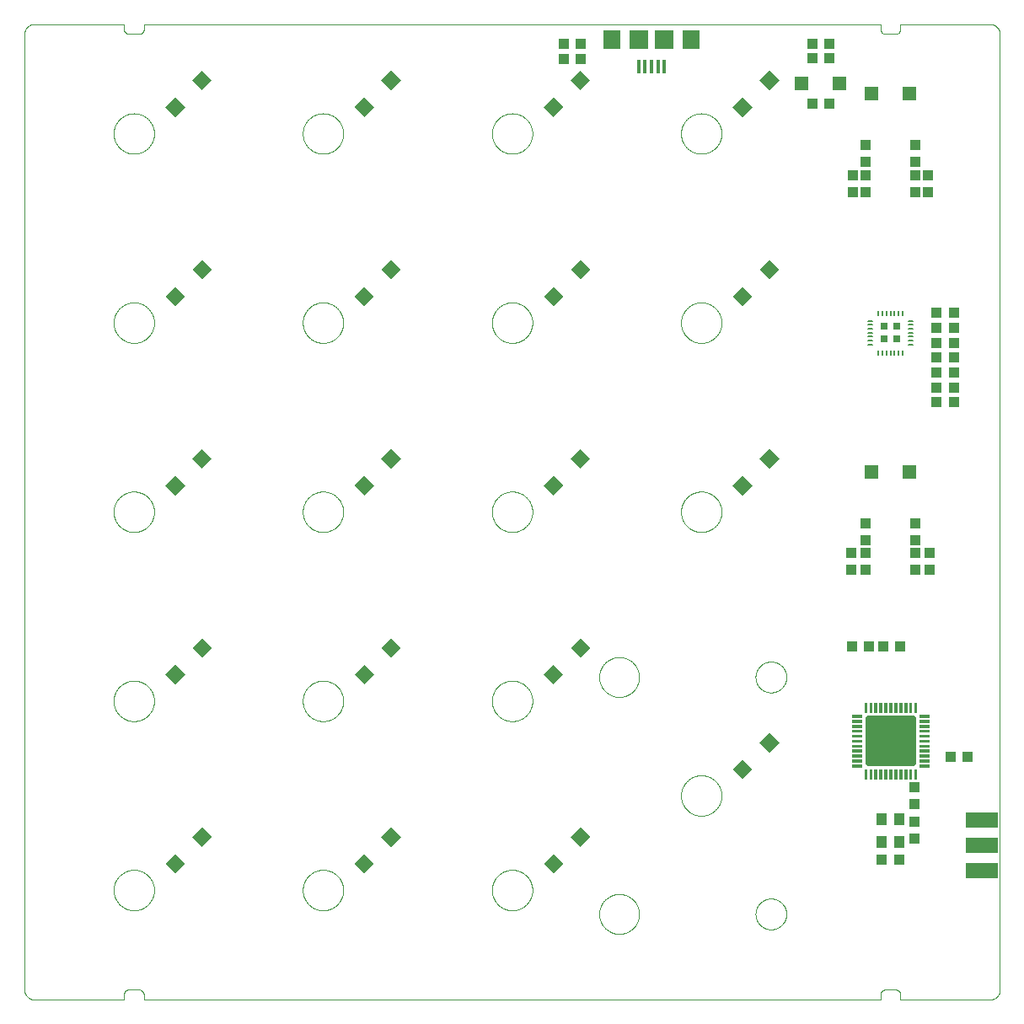
<source format=gbp>
G04 EAGLE Gerber RS-274X export*
G75*
%MOMM*%
%FSLAX34Y34*%
%LPD*%
%INBottom solder paste for stencil*%
%IPPOS*%
%AMOC8*
5,1,8,0,0,1.08239X$1,22.5*%
G01*
%ADD10C,0.000000*%
%ADD11R,1.400000X1.400000*%
%ADD12C,0.508000*%
%ADD13C,0.075000*%
%ADD14R,3.302000X1.524000*%
%ADD15R,1.000000X1.100000*%
%ADD16R,1.100000X1.300000*%
%ADD17R,1.100000X1.000000*%
%ADD18R,1.400000X1.400000*%
%ADD19C,0.180000*%
%ADD20R,0.700000X0.700000*%
%ADD21R,0.350000X1.400000*%
%ADD22R,1.800000X1.900000*%
%ADD23R,1.900000X1.900000*%


D10*
X970000Y980000D02*
X880000Y980000D01*
X880000Y975000D01*
X879998Y974860D01*
X879992Y974720D01*
X879982Y974580D01*
X879969Y974440D01*
X879951Y974301D01*
X879929Y974162D01*
X879904Y974025D01*
X879875Y973887D01*
X879842Y973751D01*
X879805Y973616D01*
X879764Y973482D01*
X879719Y973349D01*
X879671Y973217D01*
X879619Y973087D01*
X879564Y972958D01*
X879505Y972831D01*
X879442Y972705D01*
X879376Y972581D01*
X879307Y972460D01*
X879234Y972340D01*
X879157Y972222D01*
X879078Y972107D01*
X878995Y971993D01*
X878909Y971883D01*
X878820Y971774D01*
X878728Y971668D01*
X878633Y971565D01*
X878536Y971464D01*
X878435Y971367D01*
X878332Y971272D01*
X878226Y971180D01*
X878117Y971091D01*
X878007Y971005D01*
X877893Y970922D01*
X877778Y970843D01*
X877660Y970766D01*
X877540Y970693D01*
X877419Y970624D01*
X877295Y970558D01*
X877169Y970495D01*
X877042Y970436D01*
X876913Y970381D01*
X876783Y970329D01*
X876651Y970281D01*
X876518Y970236D01*
X876384Y970195D01*
X876249Y970158D01*
X876113Y970125D01*
X875975Y970096D01*
X875838Y970071D01*
X875699Y970049D01*
X875560Y970031D01*
X875420Y970018D01*
X875280Y970008D01*
X875140Y970002D01*
X875000Y970000D01*
X865000Y970000D01*
X864860Y970002D01*
X864720Y970008D01*
X864580Y970018D01*
X864440Y970031D01*
X864301Y970049D01*
X864162Y970071D01*
X864025Y970096D01*
X863887Y970125D01*
X863751Y970158D01*
X863616Y970195D01*
X863482Y970236D01*
X863349Y970281D01*
X863217Y970329D01*
X863087Y970381D01*
X862958Y970436D01*
X862831Y970495D01*
X862705Y970558D01*
X862581Y970624D01*
X862460Y970693D01*
X862340Y970766D01*
X862222Y970843D01*
X862107Y970922D01*
X861993Y971005D01*
X861883Y971091D01*
X861774Y971180D01*
X861668Y971272D01*
X861565Y971367D01*
X861464Y971464D01*
X861367Y971565D01*
X861272Y971668D01*
X861180Y971774D01*
X861091Y971883D01*
X861005Y971993D01*
X860922Y972107D01*
X860843Y972222D01*
X860766Y972340D01*
X860693Y972460D01*
X860624Y972581D01*
X860558Y972705D01*
X860495Y972831D01*
X860436Y972958D01*
X860381Y973087D01*
X860329Y973217D01*
X860281Y973349D01*
X860236Y973482D01*
X860195Y973616D01*
X860158Y973751D01*
X860125Y973887D01*
X860096Y974025D01*
X860071Y974162D01*
X860049Y974301D01*
X860031Y974440D01*
X860018Y974580D01*
X860008Y974720D01*
X860002Y974860D01*
X860000Y975000D01*
X860000Y980000D01*
X120000Y980000D01*
X120000Y975000D01*
X119998Y974860D01*
X119992Y974720D01*
X119982Y974580D01*
X119969Y974440D01*
X119951Y974301D01*
X119929Y974162D01*
X119904Y974025D01*
X119875Y973887D01*
X119842Y973751D01*
X119805Y973616D01*
X119764Y973482D01*
X119719Y973349D01*
X119671Y973217D01*
X119619Y973087D01*
X119564Y972958D01*
X119505Y972831D01*
X119442Y972705D01*
X119376Y972581D01*
X119307Y972460D01*
X119234Y972340D01*
X119157Y972222D01*
X119078Y972107D01*
X118995Y971993D01*
X118909Y971883D01*
X118820Y971774D01*
X118728Y971668D01*
X118633Y971565D01*
X118536Y971464D01*
X118435Y971367D01*
X118332Y971272D01*
X118226Y971180D01*
X118117Y971091D01*
X118007Y971005D01*
X117893Y970922D01*
X117778Y970843D01*
X117660Y970766D01*
X117540Y970693D01*
X117419Y970624D01*
X117295Y970558D01*
X117169Y970495D01*
X117042Y970436D01*
X116913Y970381D01*
X116783Y970329D01*
X116651Y970281D01*
X116518Y970236D01*
X116384Y970195D01*
X116249Y970158D01*
X116113Y970125D01*
X115975Y970096D01*
X115838Y970071D01*
X115699Y970049D01*
X115560Y970031D01*
X115420Y970018D01*
X115280Y970008D01*
X115140Y970002D01*
X115000Y970000D01*
X105000Y970000D01*
X104860Y970002D01*
X104720Y970008D01*
X104580Y970018D01*
X104440Y970031D01*
X104301Y970049D01*
X104162Y970071D01*
X104025Y970096D01*
X103887Y970125D01*
X103751Y970158D01*
X103616Y970195D01*
X103482Y970236D01*
X103349Y970281D01*
X103217Y970329D01*
X103087Y970381D01*
X102958Y970436D01*
X102831Y970495D01*
X102705Y970558D01*
X102581Y970624D01*
X102460Y970693D01*
X102340Y970766D01*
X102222Y970843D01*
X102107Y970922D01*
X101993Y971005D01*
X101883Y971091D01*
X101774Y971180D01*
X101668Y971272D01*
X101565Y971367D01*
X101464Y971464D01*
X101367Y971565D01*
X101272Y971668D01*
X101180Y971774D01*
X101091Y971883D01*
X101005Y971993D01*
X100922Y972107D01*
X100843Y972222D01*
X100766Y972340D01*
X100693Y972460D01*
X100624Y972581D01*
X100558Y972705D01*
X100495Y972831D01*
X100436Y972958D01*
X100381Y973087D01*
X100329Y973217D01*
X100281Y973349D01*
X100236Y973482D01*
X100195Y973616D01*
X100158Y973751D01*
X100125Y973887D01*
X100096Y974025D01*
X100071Y974162D01*
X100049Y974301D01*
X100031Y974440D01*
X100018Y974580D01*
X100008Y974720D01*
X100002Y974860D01*
X100000Y975000D01*
X100000Y980000D01*
X10000Y980000D01*
X9758Y979997D01*
X9517Y979988D01*
X9276Y979974D01*
X9035Y979953D01*
X8795Y979927D01*
X8555Y979895D01*
X8316Y979857D01*
X8079Y979814D01*
X7842Y979764D01*
X7607Y979709D01*
X7373Y979649D01*
X7141Y979582D01*
X6910Y979511D01*
X6681Y979433D01*
X6454Y979350D01*
X6229Y979262D01*
X6006Y979168D01*
X5786Y979069D01*
X5568Y978964D01*
X5353Y978855D01*
X5140Y978740D01*
X4930Y978620D01*
X4724Y978495D01*
X4520Y978365D01*
X4319Y978230D01*
X4122Y978090D01*
X3928Y977946D01*
X3738Y977797D01*
X3552Y977643D01*
X3369Y977485D01*
X3190Y977323D01*
X3015Y977156D01*
X2844Y976985D01*
X2677Y976810D01*
X2515Y976631D01*
X2357Y976448D01*
X2203Y976262D01*
X2054Y976072D01*
X1910Y975878D01*
X1770Y975681D01*
X1635Y975480D01*
X1505Y975276D01*
X1380Y975070D01*
X1260Y974860D01*
X1145Y974647D01*
X1036Y974432D01*
X931Y974214D01*
X832Y973994D01*
X738Y973771D01*
X650Y973546D01*
X567Y973319D01*
X489Y973090D01*
X418Y972859D01*
X351Y972627D01*
X291Y972393D01*
X236Y972158D01*
X186Y971921D01*
X143Y971684D01*
X105Y971445D01*
X73Y971205D01*
X47Y970965D01*
X26Y970724D01*
X12Y970483D01*
X3Y970242D01*
X0Y970000D01*
X0Y10000D01*
X3Y9758D01*
X12Y9517D01*
X26Y9276D01*
X47Y9035D01*
X73Y8795D01*
X105Y8555D01*
X143Y8316D01*
X186Y8079D01*
X236Y7842D01*
X291Y7607D01*
X351Y7373D01*
X418Y7141D01*
X489Y6910D01*
X567Y6681D01*
X650Y6454D01*
X738Y6229D01*
X832Y6006D01*
X931Y5786D01*
X1036Y5568D01*
X1145Y5353D01*
X1260Y5140D01*
X1380Y4930D01*
X1505Y4724D01*
X1635Y4520D01*
X1770Y4319D01*
X1910Y4122D01*
X2054Y3928D01*
X2203Y3738D01*
X2357Y3552D01*
X2515Y3369D01*
X2677Y3190D01*
X2844Y3015D01*
X3015Y2844D01*
X3190Y2677D01*
X3369Y2515D01*
X3552Y2357D01*
X3738Y2203D01*
X3928Y2054D01*
X4122Y1910D01*
X4319Y1770D01*
X4520Y1635D01*
X4724Y1505D01*
X4930Y1380D01*
X5140Y1260D01*
X5353Y1145D01*
X5568Y1036D01*
X5786Y931D01*
X6006Y832D01*
X6229Y738D01*
X6454Y650D01*
X6681Y567D01*
X6910Y489D01*
X7141Y418D01*
X7373Y351D01*
X7607Y291D01*
X7842Y236D01*
X8079Y186D01*
X8316Y143D01*
X8555Y105D01*
X8795Y73D01*
X9035Y47D01*
X9276Y26D01*
X9517Y12D01*
X9758Y3D01*
X10000Y0D01*
X100000Y0D01*
X100000Y5000D01*
X100002Y5140D01*
X100008Y5280D01*
X100018Y5420D01*
X100031Y5560D01*
X100049Y5699D01*
X100071Y5838D01*
X100096Y5975D01*
X100125Y6113D01*
X100158Y6249D01*
X100195Y6384D01*
X100236Y6518D01*
X100281Y6651D01*
X100329Y6783D01*
X100381Y6913D01*
X100436Y7042D01*
X100495Y7169D01*
X100558Y7295D01*
X100624Y7419D01*
X100693Y7540D01*
X100766Y7660D01*
X100843Y7778D01*
X100922Y7893D01*
X101005Y8007D01*
X101091Y8117D01*
X101180Y8226D01*
X101272Y8332D01*
X101367Y8435D01*
X101464Y8536D01*
X101565Y8633D01*
X101668Y8728D01*
X101774Y8820D01*
X101883Y8909D01*
X101993Y8995D01*
X102107Y9078D01*
X102222Y9157D01*
X102340Y9234D01*
X102460Y9307D01*
X102581Y9376D01*
X102705Y9442D01*
X102831Y9505D01*
X102958Y9564D01*
X103087Y9619D01*
X103217Y9671D01*
X103349Y9719D01*
X103482Y9764D01*
X103616Y9805D01*
X103751Y9842D01*
X103887Y9875D01*
X104025Y9904D01*
X104162Y9929D01*
X104301Y9951D01*
X104440Y9969D01*
X104580Y9982D01*
X104720Y9992D01*
X104860Y9998D01*
X105000Y10000D01*
X115000Y10000D01*
X115140Y9998D01*
X115280Y9992D01*
X115420Y9982D01*
X115560Y9969D01*
X115699Y9951D01*
X115838Y9929D01*
X115975Y9904D01*
X116113Y9875D01*
X116249Y9842D01*
X116384Y9805D01*
X116518Y9764D01*
X116651Y9719D01*
X116783Y9671D01*
X116913Y9619D01*
X117042Y9564D01*
X117169Y9505D01*
X117295Y9442D01*
X117419Y9376D01*
X117540Y9307D01*
X117660Y9234D01*
X117778Y9157D01*
X117893Y9078D01*
X118007Y8995D01*
X118117Y8909D01*
X118226Y8820D01*
X118332Y8728D01*
X118435Y8633D01*
X118536Y8536D01*
X118633Y8435D01*
X118728Y8332D01*
X118820Y8226D01*
X118909Y8117D01*
X118995Y8007D01*
X119078Y7893D01*
X119157Y7778D01*
X119234Y7660D01*
X119307Y7540D01*
X119376Y7419D01*
X119442Y7295D01*
X119505Y7169D01*
X119564Y7042D01*
X119619Y6913D01*
X119671Y6783D01*
X119719Y6651D01*
X119764Y6518D01*
X119805Y6384D01*
X119842Y6249D01*
X119875Y6113D01*
X119904Y5975D01*
X119929Y5838D01*
X119951Y5699D01*
X119969Y5560D01*
X119982Y5420D01*
X119992Y5280D01*
X119998Y5140D01*
X120000Y5000D01*
X120000Y0D01*
X860000Y0D01*
X860000Y5000D01*
X860002Y5140D01*
X860008Y5280D01*
X860018Y5420D01*
X860031Y5560D01*
X860049Y5699D01*
X860071Y5838D01*
X860096Y5975D01*
X860125Y6113D01*
X860158Y6249D01*
X860195Y6384D01*
X860236Y6518D01*
X860281Y6651D01*
X860329Y6783D01*
X860381Y6913D01*
X860436Y7042D01*
X860495Y7169D01*
X860558Y7295D01*
X860624Y7419D01*
X860693Y7540D01*
X860766Y7660D01*
X860843Y7778D01*
X860922Y7893D01*
X861005Y8007D01*
X861091Y8117D01*
X861180Y8226D01*
X861272Y8332D01*
X861367Y8435D01*
X861464Y8536D01*
X861565Y8633D01*
X861668Y8728D01*
X861774Y8820D01*
X861883Y8909D01*
X861993Y8995D01*
X862107Y9078D01*
X862222Y9157D01*
X862340Y9234D01*
X862460Y9307D01*
X862581Y9376D01*
X862705Y9442D01*
X862831Y9505D01*
X862958Y9564D01*
X863087Y9619D01*
X863217Y9671D01*
X863349Y9719D01*
X863482Y9764D01*
X863616Y9805D01*
X863751Y9842D01*
X863887Y9875D01*
X864025Y9904D01*
X864162Y9929D01*
X864301Y9951D01*
X864440Y9969D01*
X864580Y9982D01*
X864720Y9992D01*
X864860Y9998D01*
X865000Y10000D01*
X875000Y10000D01*
X875140Y9998D01*
X875280Y9992D01*
X875420Y9982D01*
X875560Y9969D01*
X875699Y9951D01*
X875838Y9929D01*
X875975Y9904D01*
X876113Y9875D01*
X876249Y9842D01*
X876384Y9805D01*
X876518Y9764D01*
X876651Y9719D01*
X876783Y9671D01*
X876913Y9619D01*
X877042Y9564D01*
X877169Y9505D01*
X877295Y9442D01*
X877419Y9376D01*
X877540Y9307D01*
X877660Y9234D01*
X877778Y9157D01*
X877893Y9078D01*
X878007Y8995D01*
X878117Y8909D01*
X878226Y8820D01*
X878332Y8728D01*
X878435Y8633D01*
X878536Y8536D01*
X878633Y8435D01*
X878728Y8332D01*
X878820Y8226D01*
X878909Y8117D01*
X878995Y8007D01*
X879078Y7893D01*
X879157Y7778D01*
X879234Y7660D01*
X879307Y7540D01*
X879376Y7419D01*
X879442Y7295D01*
X879505Y7169D01*
X879564Y7042D01*
X879619Y6913D01*
X879671Y6783D01*
X879719Y6651D01*
X879764Y6518D01*
X879805Y6384D01*
X879842Y6249D01*
X879875Y6113D01*
X879904Y5975D01*
X879929Y5838D01*
X879951Y5699D01*
X879969Y5560D01*
X879982Y5420D01*
X879992Y5280D01*
X879998Y5140D01*
X880000Y5000D01*
X880000Y0D01*
X970000Y0D01*
X970242Y3D01*
X970483Y12D01*
X970724Y26D01*
X970965Y47D01*
X971205Y73D01*
X971445Y105D01*
X971684Y143D01*
X971921Y186D01*
X972158Y236D01*
X972393Y291D01*
X972627Y351D01*
X972859Y418D01*
X973090Y489D01*
X973319Y567D01*
X973546Y650D01*
X973771Y738D01*
X973994Y832D01*
X974214Y931D01*
X974432Y1036D01*
X974647Y1145D01*
X974860Y1260D01*
X975070Y1380D01*
X975276Y1505D01*
X975480Y1635D01*
X975681Y1770D01*
X975878Y1910D01*
X976072Y2054D01*
X976262Y2203D01*
X976448Y2357D01*
X976631Y2515D01*
X976810Y2677D01*
X976985Y2844D01*
X977156Y3015D01*
X977323Y3190D01*
X977485Y3369D01*
X977643Y3552D01*
X977797Y3738D01*
X977946Y3928D01*
X978090Y4122D01*
X978230Y4319D01*
X978365Y4520D01*
X978495Y4724D01*
X978620Y4930D01*
X978740Y5140D01*
X978855Y5353D01*
X978964Y5568D01*
X979069Y5786D01*
X979168Y6006D01*
X979262Y6229D01*
X979350Y6454D01*
X979433Y6681D01*
X979511Y6910D01*
X979582Y7141D01*
X979649Y7373D01*
X979709Y7607D01*
X979764Y7842D01*
X979814Y8079D01*
X979857Y8316D01*
X979895Y8555D01*
X979927Y8795D01*
X979953Y9035D01*
X979974Y9276D01*
X979988Y9517D01*
X979997Y9758D01*
X980000Y10000D01*
X980000Y970000D01*
X979997Y970242D01*
X979988Y970483D01*
X979974Y970724D01*
X979953Y970965D01*
X979927Y971205D01*
X979895Y971445D01*
X979857Y971684D01*
X979814Y971921D01*
X979764Y972158D01*
X979709Y972393D01*
X979649Y972627D01*
X979582Y972859D01*
X979511Y973090D01*
X979433Y973319D01*
X979350Y973546D01*
X979262Y973771D01*
X979168Y973994D01*
X979069Y974214D01*
X978964Y974432D01*
X978855Y974647D01*
X978740Y974860D01*
X978620Y975070D01*
X978495Y975276D01*
X978365Y975480D01*
X978230Y975681D01*
X978090Y975878D01*
X977946Y976072D01*
X977797Y976262D01*
X977643Y976448D01*
X977485Y976631D01*
X977323Y976810D01*
X977156Y976985D01*
X976985Y977156D01*
X976810Y977323D01*
X976631Y977485D01*
X976448Y977643D01*
X976262Y977797D01*
X976072Y977946D01*
X975878Y978090D01*
X975681Y978230D01*
X975480Y978365D01*
X975276Y978495D01*
X975070Y978620D01*
X974860Y978740D01*
X974647Y978855D01*
X974432Y978964D01*
X974214Y979069D01*
X973994Y979168D01*
X973771Y979262D01*
X973546Y979350D01*
X973319Y979433D01*
X973090Y979511D01*
X972859Y979582D01*
X972627Y979649D01*
X972393Y979709D01*
X972158Y979764D01*
X971921Y979814D01*
X971684Y979857D01*
X971445Y979895D01*
X971205Y979927D01*
X970965Y979953D01*
X970724Y979974D01*
X970483Y979988D01*
X970242Y979997D01*
X970000Y980000D01*
X734500Y324000D02*
X734505Y324380D01*
X734519Y324761D01*
X734542Y325140D01*
X734575Y325519D01*
X734617Y325897D01*
X734668Y326274D01*
X734728Y326650D01*
X734798Y327024D01*
X734877Y327396D01*
X734965Y327766D01*
X735061Y328134D01*
X735167Y328499D01*
X735282Y328862D01*
X735406Y329222D01*
X735539Y329578D01*
X735680Y329932D01*
X735830Y330281D01*
X735988Y330627D01*
X736155Y330969D01*
X736330Y331307D01*
X736514Y331640D01*
X736705Y331969D01*
X736905Y332292D01*
X737112Y332611D01*
X737327Y332925D01*
X737550Y333233D01*
X737781Y333536D01*
X738018Y333833D01*
X738263Y334124D01*
X738515Y334409D01*
X738774Y334688D01*
X739040Y334960D01*
X739312Y335226D01*
X739591Y335485D01*
X739876Y335737D01*
X740167Y335982D01*
X740464Y336219D01*
X740767Y336450D01*
X741075Y336673D01*
X741389Y336888D01*
X741708Y337095D01*
X742031Y337295D01*
X742360Y337486D01*
X742693Y337670D01*
X743031Y337845D01*
X743373Y338012D01*
X743719Y338170D01*
X744068Y338320D01*
X744422Y338461D01*
X744778Y338594D01*
X745138Y338718D01*
X745501Y338833D01*
X745866Y338939D01*
X746234Y339035D01*
X746604Y339123D01*
X746976Y339202D01*
X747350Y339272D01*
X747726Y339332D01*
X748103Y339383D01*
X748481Y339425D01*
X748860Y339458D01*
X749239Y339481D01*
X749620Y339495D01*
X750000Y339500D01*
X750380Y339495D01*
X750761Y339481D01*
X751140Y339458D01*
X751519Y339425D01*
X751897Y339383D01*
X752274Y339332D01*
X752650Y339272D01*
X753024Y339202D01*
X753396Y339123D01*
X753766Y339035D01*
X754134Y338939D01*
X754499Y338833D01*
X754862Y338718D01*
X755222Y338594D01*
X755578Y338461D01*
X755932Y338320D01*
X756281Y338170D01*
X756627Y338012D01*
X756969Y337845D01*
X757307Y337670D01*
X757640Y337486D01*
X757969Y337295D01*
X758292Y337095D01*
X758611Y336888D01*
X758925Y336673D01*
X759233Y336450D01*
X759536Y336219D01*
X759833Y335982D01*
X760124Y335737D01*
X760409Y335485D01*
X760688Y335226D01*
X760960Y334960D01*
X761226Y334688D01*
X761485Y334409D01*
X761737Y334124D01*
X761982Y333833D01*
X762219Y333536D01*
X762450Y333233D01*
X762673Y332925D01*
X762888Y332611D01*
X763095Y332292D01*
X763295Y331969D01*
X763486Y331640D01*
X763670Y331307D01*
X763845Y330969D01*
X764012Y330627D01*
X764170Y330281D01*
X764320Y329932D01*
X764461Y329578D01*
X764594Y329222D01*
X764718Y328862D01*
X764833Y328499D01*
X764939Y328134D01*
X765035Y327766D01*
X765123Y327396D01*
X765202Y327024D01*
X765272Y326650D01*
X765332Y326274D01*
X765383Y325897D01*
X765425Y325519D01*
X765458Y325140D01*
X765481Y324761D01*
X765495Y324380D01*
X765500Y324000D01*
X765495Y323620D01*
X765481Y323239D01*
X765458Y322860D01*
X765425Y322481D01*
X765383Y322103D01*
X765332Y321726D01*
X765272Y321350D01*
X765202Y320976D01*
X765123Y320604D01*
X765035Y320234D01*
X764939Y319866D01*
X764833Y319501D01*
X764718Y319138D01*
X764594Y318778D01*
X764461Y318422D01*
X764320Y318068D01*
X764170Y317719D01*
X764012Y317373D01*
X763845Y317031D01*
X763670Y316693D01*
X763486Y316360D01*
X763295Y316031D01*
X763095Y315708D01*
X762888Y315389D01*
X762673Y315075D01*
X762450Y314767D01*
X762219Y314464D01*
X761982Y314167D01*
X761737Y313876D01*
X761485Y313591D01*
X761226Y313312D01*
X760960Y313040D01*
X760688Y312774D01*
X760409Y312515D01*
X760124Y312263D01*
X759833Y312018D01*
X759536Y311781D01*
X759233Y311550D01*
X758925Y311327D01*
X758611Y311112D01*
X758292Y310905D01*
X757969Y310705D01*
X757640Y310514D01*
X757307Y310330D01*
X756969Y310155D01*
X756627Y309988D01*
X756281Y309830D01*
X755932Y309680D01*
X755578Y309539D01*
X755222Y309406D01*
X754862Y309282D01*
X754499Y309167D01*
X754134Y309061D01*
X753766Y308965D01*
X753396Y308877D01*
X753024Y308798D01*
X752650Y308728D01*
X752274Y308668D01*
X751897Y308617D01*
X751519Y308575D01*
X751140Y308542D01*
X750761Y308519D01*
X750380Y308505D01*
X750000Y308500D01*
X749620Y308505D01*
X749239Y308519D01*
X748860Y308542D01*
X748481Y308575D01*
X748103Y308617D01*
X747726Y308668D01*
X747350Y308728D01*
X746976Y308798D01*
X746604Y308877D01*
X746234Y308965D01*
X745866Y309061D01*
X745501Y309167D01*
X745138Y309282D01*
X744778Y309406D01*
X744422Y309539D01*
X744068Y309680D01*
X743719Y309830D01*
X743373Y309988D01*
X743031Y310155D01*
X742693Y310330D01*
X742360Y310514D01*
X742031Y310705D01*
X741708Y310905D01*
X741389Y311112D01*
X741075Y311327D01*
X740767Y311550D01*
X740464Y311781D01*
X740167Y312018D01*
X739876Y312263D01*
X739591Y312515D01*
X739312Y312774D01*
X739040Y313040D01*
X738774Y313312D01*
X738515Y313591D01*
X738263Y313876D01*
X738018Y314167D01*
X737781Y314464D01*
X737550Y314767D01*
X737327Y315075D01*
X737112Y315389D01*
X736905Y315708D01*
X736705Y316031D01*
X736514Y316360D01*
X736330Y316693D01*
X736155Y317031D01*
X735988Y317373D01*
X735830Y317719D01*
X735680Y318068D01*
X735539Y318422D01*
X735406Y318778D01*
X735282Y319138D01*
X735167Y319501D01*
X735061Y319866D01*
X734965Y320234D01*
X734877Y320604D01*
X734798Y320976D01*
X734728Y321350D01*
X734668Y321726D01*
X734617Y322103D01*
X734575Y322481D01*
X734542Y322860D01*
X734519Y323239D01*
X734505Y323620D01*
X734500Y324000D01*
X734500Y86000D02*
X734505Y86380D01*
X734519Y86761D01*
X734542Y87140D01*
X734575Y87519D01*
X734617Y87897D01*
X734668Y88274D01*
X734728Y88650D01*
X734798Y89024D01*
X734877Y89396D01*
X734965Y89766D01*
X735061Y90134D01*
X735167Y90499D01*
X735282Y90862D01*
X735406Y91222D01*
X735539Y91578D01*
X735680Y91932D01*
X735830Y92281D01*
X735988Y92627D01*
X736155Y92969D01*
X736330Y93307D01*
X736514Y93640D01*
X736705Y93969D01*
X736905Y94292D01*
X737112Y94611D01*
X737327Y94925D01*
X737550Y95233D01*
X737781Y95536D01*
X738018Y95833D01*
X738263Y96124D01*
X738515Y96409D01*
X738774Y96688D01*
X739040Y96960D01*
X739312Y97226D01*
X739591Y97485D01*
X739876Y97737D01*
X740167Y97982D01*
X740464Y98219D01*
X740767Y98450D01*
X741075Y98673D01*
X741389Y98888D01*
X741708Y99095D01*
X742031Y99295D01*
X742360Y99486D01*
X742693Y99670D01*
X743031Y99845D01*
X743373Y100012D01*
X743719Y100170D01*
X744068Y100320D01*
X744422Y100461D01*
X744778Y100594D01*
X745138Y100718D01*
X745501Y100833D01*
X745866Y100939D01*
X746234Y101035D01*
X746604Y101123D01*
X746976Y101202D01*
X747350Y101272D01*
X747726Y101332D01*
X748103Y101383D01*
X748481Y101425D01*
X748860Y101458D01*
X749239Y101481D01*
X749620Y101495D01*
X750000Y101500D01*
X750380Y101495D01*
X750761Y101481D01*
X751140Y101458D01*
X751519Y101425D01*
X751897Y101383D01*
X752274Y101332D01*
X752650Y101272D01*
X753024Y101202D01*
X753396Y101123D01*
X753766Y101035D01*
X754134Y100939D01*
X754499Y100833D01*
X754862Y100718D01*
X755222Y100594D01*
X755578Y100461D01*
X755932Y100320D01*
X756281Y100170D01*
X756627Y100012D01*
X756969Y99845D01*
X757307Y99670D01*
X757640Y99486D01*
X757969Y99295D01*
X758292Y99095D01*
X758611Y98888D01*
X758925Y98673D01*
X759233Y98450D01*
X759536Y98219D01*
X759833Y97982D01*
X760124Y97737D01*
X760409Y97485D01*
X760688Y97226D01*
X760960Y96960D01*
X761226Y96688D01*
X761485Y96409D01*
X761737Y96124D01*
X761982Y95833D01*
X762219Y95536D01*
X762450Y95233D01*
X762673Y94925D01*
X762888Y94611D01*
X763095Y94292D01*
X763295Y93969D01*
X763486Y93640D01*
X763670Y93307D01*
X763845Y92969D01*
X764012Y92627D01*
X764170Y92281D01*
X764320Y91932D01*
X764461Y91578D01*
X764594Y91222D01*
X764718Y90862D01*
X764833Y90499D01*
X764939Y90134D01*
X765035Y89766D01*
X765123Y89396D01*
X765202Y89024D01*
X765272Y88650D01*
X765332Y88274D01*
X765383Y87897D01*
X765425Y87519D01*
X765458Y87140D01*
X765481Y86761D01*
X765495Y86380D01*
X765500Y86000D01*
X765495Y85620D01*
X765481Y85239D01*
X765458Y84860D01*
X765425Y84481D01*
X765383Y84103D01*
X765332Y83726D01*
X765272Y83350D01*
X765202Y82976D01*
X765123Y82604D01*
X765035Y82234D01*
X764939Y81866D01*
X764833Y81501D01*
X764718Y81138D01*
X764594Y80778D01*
X764461Y80422D01*
X764320Y80068D01*
X764170Y79719D01*
X764012Y79373D01*
X763845Y79031D01*
X763670Y78693D01*
X763486Y78360D01*
X763295Y78031D01*
X763095Y77708D01*
X762888Y77389D01*
X762673Y77075D01*
X762450Y76767D01*
X762219Y76464D01*
X761982Y76167D01*
X761737Y75876D01*
X761485Y75591D01*
X761226Y75312D01*
X760960Y75040D01*
X760688Y74774D01*
X760409Y74515D01*
X760124Y74263D01*
X759833Y74018D01*
X759536Y73781D01*
X759233Y73550D01*
X758925Y73327D01*
X758611Y73112D01*
X758292Y72905D01*
X757969Y72705D01*
X757640Y72514D01*
X757307Y72330D01*
X756969Y72155D01*
X756627Y71988D01*
X756281Y71830D01*
X755932Y71680D01*
X755578Y71539D01*
X755222Y71406D01*
X754862Y71282D01*
X754499Y71167D01*
X754134Y71061D01*
X753766Y70965D01*
X753396Y70877D01*
X753024Y70798D01*
X752650Y70728D01*
X752274Y70668D01*
X751897Y70617D01*
X751519Y70575D01*
X751140Y70542D01*
X750761Y70519D01*
X750380Y70505D01*
X750000Y70500D01*
X749620Y70505D01*
X749239Y70519D01*
X748860Y70542D01*
X748481Y70575D01*
X748103Y70617D01*
X747726Y70668D01*
X747350Y70728D01*
X746976Y70798D01*
X746604Y70877D01*
X746234Y70965D01*
X745866Y71061D01*
X745501Y71167D01*
X745138Y71282D01*
X744778Y71406D01*
X744422Y71539D01*
X744068Y71680D01*
X743719Y71830D01*
X743373Y71988D01*
X743031Y72155D01*
X742693Y72330D01*
X742360Y72514D01*
X742031Y72705D01*
X741708Y72905D01*
X741389Y73112D01*
X741075Y73327D01*
X740767Y73550D01*
X740464Y73781D01*
X740167Y74018D01*
X739876Y74263D01*
X739591Y74515D01*
X739312Y74774D01*
X739040Y75040D01*
X738774Y75312D01*
X738515Y75591D01*
X738263Y75876D01*
X738018Y76167D01*
X737781Y76464D01*
X737550Y76767D01*
X737327Y77075D01*
X737112Y77389D01*
X736905Y77708D01*
X736705Y78031D01*
X736514Y78360D01*
X736330Y78693D01*
X736155Y79031D01*
X735988Y79373D01*
X735830Y79719D01*
X735680Y80068D01*
X735539Y80422D01*
X735406Y80778D01*
X735282Y81138D01*
X735167Y81501D01*
X735061Y81866D01*
X734965Y82234D01*
X734877Y82604D01*
X734798Y82976D01*
X734728Y83350D01*
X734668Y83726D01*
X734617Y84103D01*
X734575Y84481D01*
X734542Y84860D01*
X734519Y85239D01*
X734505Y85620D01*
X734500Y86000D01*
X577500Y86000D02*
X577506Y86491D01*
X577524Y86981D01*
X577554Y87471D01*
X577596Y87960D01*
X577650Y88448D01*
X577716Y88935D01*
X577794Y89419D01*
X577884Y89902D01*
X577986Y90382D01*
X578099Y90860D01*
X578224Y91334D01*
X578361Y91806D01*
X578509Y92274D01*
X578669Y92738D01*
X578840Y93198D01*
X579022Y93654D01*
X579216Y94105D01*
X579420Y94551D01*
X579636Y94992D01*
X579862Y95428D01*
X580098Y95858D01*
X580345Y96282D01*
X580603Y96700D01*
X580871Y97111D01*
X581148Y97516D01*
X581436Y97914D01*
X581733Y98305D01*
X582040Y98688D01*
X582356Y99063D01*
X582681Y99431D01*
X583015Y99791D01*
X583358Y100142D01*
X583709Y100485D01*
X584069Y100819D01*
X584437Y101144D01*
X584812Y101460D01*
X585195Y101767D01*
X585586Y102064D01*
X585984Y102352D01*
X586389Y102629D01*
X586800Y102897D01*
X587218Y103155D01*
X587642Y103402D01*
X588072Y103638D01*
X588508Y103864D01*
X588949Y104080D01*
X589395Y104284D01*
X589846Y104478D01*
X590302Y104660D01*
X590762Y104831D01*
X591226Y104991D01*
X591694Y105139D01*
X592166Y105276D01*
X592640Y105401D01*
X593118Y105514D01*
X593598Y105616D01*
X594081Y105706D01*
X594565Y105784D01*
X595052Y105850D01*
X595540Y105904D01*
X596029Y105946D01*
X596519Y105976D01*
X597009Y105994D01*
X597500Y106000D01*
X597991Y105994D01*
X598481Y105976D01*
X598971Y105946D01*
X599460Y105904D01*
X599948Y105850D01*
X600435Y105784D01*
X600919Y105706D01*
X601402Y105616D01*
X601882Y105514D01*
X602360Y105401D01*
X602834Y105276D01*
X603306Y105139D01*
X603774Y104991D01*
X604238Y104831D01*
X604698Y104660D01*
X605154Y104478D01*
X605605Y104284D01*
X606051Y104080D01*
X606492Y103864D01*
X606928Y103638D01*
X607358Y103402D01*
X607782Y103155D01*
X608200Y102897D01*
X608611Y102629D01*
X609016Y102352D01*
X609414Y102064D01*
X609805Y101767D01*
X610188Y101460D01*
X610563Y101144D01*
X610931Y100819D01*
X611291Y100485D01*
X611642Y100142D01*
X611985Y99791D01*
X612319Y99431D01*
X612644Y99063D01*
X612960Y98688D01*
X613267Y98305D01*
X613564Y97914D01*
X613852Y97516D01*
X614129Y97111D01*
X614397Y96700D01*
X614655Y96282D01*
X614902Y95858D01*
X615138Y95428D01*
X615364Y94992D01*
X615580Y94551D01*
X615784Y94105D01*
X615978Y93654D01*
X616160Y93198D01*
X616331Y92738D01*
X616491Y92274D01*
X616639Y91806D01*
X616776Y91334D01*
X616901Y90860D01*
X617014Y90382D01*
X617116Y89902D01*
X617206Y89419D01*
X617284Y88935D01*
X617350Y88448D01*
X617404Y87960D01*
X617446Y87471D01*
X617476Y86981D01*
X617494Y86491D01*
X617500Y86000D01*
X617494Y85509D01*
X617476Y85019D01*
X617446Y84529D01*
X617404Y84040D01*
X617350Y83552D01*
X617284Y83065D01*
X617206Y82581D01*
X617116Y82098D01*
X617014Y81618D01*
X616901Y81140D01*
X616776Y80666D01*
X616639Y80194D01*
X616491Y79726D01*
X616331Y79262D01*
X616160Y78802D01*
X615978Y78346D01*
X615784Y77895D01*
X615580Y77449D01*
X615364Y77008D01*
X615138Y76572D01*
X614902Y76142D01*
X614655Y75718D01*
X614397Y75300D01*
X614129Y74889D01*
X613852Y74484D01*
X613564Y74086D01*
X613267Y73695D01*
X612960Y73312D01*
X612644Y72937D01*
X612319Y72569D01*
X611985Y72209D01*
X611642Y71858D01*
X611291Y71515D01*
X610931Y71181D01*
X610563Y70856D01*
X610188Y70540D01*
X609805Y70233D01*
X609414Y69936D01*
X609016Y69648D01*
X608611Y69371D01*
X608200Y69103D01*
X607782Y68845D01*
X607358Y68598D01*
X606928Y68362D01*
X606492Y68136D01*
X606051Y67920D01*
X605605Y67716D01*
X605154Y67522D01*
X604698Y67340D01*
X604238Y67169D01*
X603774Y67009D01*
X603306Y66861D01*
X602834Y66724D01*
X602360Y66599D01*
X601882Y66486D01*
X601402Y66384D01*
X600919Y66294D01*
X600435Y66216D01*
X599948Y66150D01*
X599460Y66096D01*
X598971Y66054D01*
X598481Y66024D01*
X597991Y66006D01*
X597500Y66000D01*
X597009Y66006D01*
X596519Y66024D01*
X596029Y66054D01*
X595540Y66096D01*
X595052Y66150D01*
X594565Y66216D01*
X594081Y66294D01*
X593598Y66384D01*
X593118Y66486D01*
X592640Y66599D01*
X592166Y66724D01*
X591694Y66861D01*
X591226Y67009D01*
X590762Y67169D01*
X590302Y67340D01*
X589846Y67522D01*
X589395Y67716D01*
X588949Y67920D01*
X588508Y68136D01*
X588072Y68362D01*
X587642Y68598D01*
X587218Y68845D01*
X586800Y69103D01*
X586389Y69371D01*
X585984Y69648D01*
X585586Y69936D01*
X585195Y70233D01*
X584812Y70540D01*
X584437Y70856D01*
X584069Y71181D01*
X583709Y71515D01*
X583358Y71858D01*
X583015Y72209D01*
X582681Y72569D01*
X582356Y72937D01*
X582040Y73312D01*
X581733Y73695D01*
X581436Y74086D01*
X581148Y74484D01*
X580871Y74889D01*
X580603Y75300D01*
X580345Y75718D01*
X580098Y76142D01*
X579862Y76572D01*
X579636Y77008D01*
X579420Y77449D01*
X579216Y77895D01*
X579022Y78346D01*
X578840Y78802D01*
X578669Y79262D01*
X578509Y79726D01*
X578361Y80194D01*
X578224Y80666D01*
X578099Y81140D01*
X577986Y81618D01*
X577884Y82098D01*
X577794Y82581D01*
X577716Y83065D01*
X577650Y83552D01*
X577596Y84040D01*
X577554Y84529D01*
X577524Y85019D01*
X577506Y85509D01*
X577500Y86000D01*
X577500Y324000D02*
X577506Y324491D01*
X577524Y324981D01*
X577554Y325471D01*
X577596Y325960D01*
X577650Y326448D01*
X577716Y326935D01*
X577794Y327419D01*
X577884Y327902D01*
X577986Y328382D01*
X578099Y328860D01*
X578224Y329334D01*
X578361Y329806D01*
X578509Y330274D01*
X578669Y330738D01*
X578840Y331198D01*
X579022Y331654D01*
X579216Y332105D01*
X579420Y332551D01*
X579636Y332992D01*
X579862Y333428D01*
X580098Y333858D01*
X580345Y334282D01*
X580603Y334700D01*
X580871Y335111D01*
X581148Y335516D01*
X581436Y335914D01*
X581733Y336305D01*
X582040Y336688D01*
X582356Y337063D01*
X582681Y337431D01*
X583015Y337791D01*
X583358Y338142D01*
X583709Y338485D01*
X584069Y338819D01*
X584437Y339144D01*
X584812Y339460D01*
X585195Y339767D01*
X585586Y340064D01*
X585984Y340352D01*
X586389Y340629D01*
X586800Y340897D01*
X587218Y341155D01*
X587642Y341402D01*
X588072Y341638D01*
X588508Y341864D01*
X588949Y342080D01*
X589395Y342284D01*
X589846Y342478D01*
X590302Y342660D01*
X590762Y342831D01*
X591226Y342991D01*
X591694Y343139D01*
X592166Y343276D01*
X592640Y343401D01*
X593118Y343514D01*
X593598Y343616D01*
X594081Y343706D01*
X594565Y343784D01*
X595052Y343850D01*
X595540Y343904D01*
X596029Y343946D01*
X596519Y343976D01*
X597009Y343994D01*
X597500Y344000D01*
X597991Y343994D01*
X598481Y343976D01*
X598971Y343946D01*
X599460Y343904D01*
X599948Y343850D01*
X600435Y343784D01*
X600919Y343706D01*
X601402Y343616D01*
X601882Y343514D01*
X602360Y343401D01*
X602834Y343276D01*
X603306Y343139D01*
X603774Y342991D01*
X604238Y342831D01*
X604698Y342660D01*
X605154Y342478D01*
X605605Y342284D01*
X606051Y342080D01*
X606492Y341864D01*
X606928Y341638D01*
X607358Y341402D01*
X607782Y341155D01*
X608200Y340897D01*
X608611Y340629D01*
X609016Y340352D01*
X609414Y340064D01*
X609805Y339767D01*
X610188Y339460D01*
X610563Y339144D01*
X610931Y338819D01*
X611291Y338485D01*
X611642Y338142D01*
X611985Y337791D01*
X612319Y337431D01*
X612644Y337063D01*
X612960Y336688D01*
X613267Y336305D01*
X613564Y335914D01*
X613852Y335516D01*
X614129Y335111D01*
X614397Y334700D01*
X614655Y334282D01*
X614902Y333858D01*
X615138Y333428D01*
X615364Y332992D01*
X615580Y332551D01*
X615784Y332105D01*
X615978Y331654D01*
X616160Y331198D01*
X616331Y330738D01*
X616491Y330274D01*
X616639Y329806D01*
X616776Y329334D01*
X616901Y328860D01*
X617014Y328382D01*
X617116Y327902D01*
X617206Y327419D01*
X617284Y326935D01*
X617350Y326448D01*
X617404Y325960D01*
X617446Y325471D01*
X617476Y324981D01*
X617494Y324491D01*
X617500Y324000D01*
X617494Y323509D01*
X617476Y323019D01*
X617446Y322529D01*
X617404Y322040D01*
X617350Y321552D01*
X617284Y321065D01*
X617206Y320581D01*
X617116Y320098D01*
X617014Y319618D01*
X616901Y319140D01*
X616776Y318666D01*
X616639Y318194D01*
X616491Y317726D01*
X616331Y317262D01*
X616160Y316802D01*
X615978Y316346D01*
X615784Y315895D01*
X615580Y315449D01*
X615364Y315008D01*
X615138Y314572D01*
X614902Y314142D01*
X614655Y313718D01*
X614397Y313300D01*
X614129Y312889D01*
X613852Y312484D01*
X613564Y312086D01*
X613267Y311695D01*
X612960Y311312D01*
X612644Y310937D01*
X612319Y310569D01*
X611985Y310209D01*
X611642Y309858D01*
X611291Y309515D01*
X610931Y309181D01*
X610563Y308856D01*
X610188Y308540D01*
X609805Y308233D01*
X609414Y307936D01*
X609016Y307648D01*
X608611Y307371D01*
X608200Y307103D01*
X607782Y306845D01*
X607358Y306598D01*
X606928Y306362D01*
X606492Y306136D01*
X606051Y305920D01*
X605605Y305716D01*
X605154Y305522D01*
X604698Y305340D01*
X604238Y305169D01*
X603774Y305009D01*
X603306Y304861D01*
X602834Y304724D01*
X602360Y304599D01*
X601882Y304486D01*
X601402Y304384D01*
X600919Y304294D01*
X600435Y304216D01*
X599948Y304150D01*
X599460Y304096D01*
X598971Y304054D01*
X598481Y304024D01*
X597991Y304006D01*
X597500Y304000D01*
X597009Y304006D01*
X596519Y304024D01*
X596029Y304054D01*
X595540Y304096D01*
X595052Y304150D01*
X594565Y304216D01*
X594081Y304294D01*
X593598Y304384D01*
X593118Y304486D01*
X592640Y304599D01*
X592166Y304724D01*
X591694Y304861D01*
X591226Y305009D01*
X590762Y305169D01*
X590302Y305340D01*
X589846Y305522D01*
X589395Y305716D01*
X588949Y305920D01*
X588508Y306136D01*
X588072Y306362D01*
X587642Y306598D01*
X587218Y306845D01*
X586800Y307103D01*
X586389Y307371D01*
X585984Y307648D01*
X585586Y307936D01*
X585195Y308233D01*
X584812Y308540D01*
X584437Y308856D01*
X584069Y309181D01*
X583709Y309515D01*
X583358Y309858D01*
X583015Y310209D01*
X582681Y310569D01*
X582356Y310937D01*
X582040Y311312D01*
X581733Y311695D01*
X581436Y312086D01*
X581148Y312484D01*
X580871Y312889D01*
X580603Y313300D01*
X580345Y313718D01*
X580098Y314142D01*
X579862Y314572D01*
X579636Y315008D01*
X579420Y315449D01*
X579216Y315895D01*
X579022Y316346D01*
X578840Y316802D01*
X578669Y317262D01*
X578509Y317726D01*
X578361Y318194D01*
X578224Y318666D01*
X578099Y319140D01*
X577986Y319618D01*
X577884Y320098D01*
X577794Y320581D01*
X577716Y321065D01*
X577650Y321552D01*
X577596Y322040D01*
X577554Y322529D01*
X577524Y323019D01*
X577506Y323509D01*
X577500Y324000D01*
X89680Y870000D02*
X89686Y870499D01*
X89704Y870997D01*
X89735Y871495D01*
X89778Y871992D01*
X89833Y872487D01*
X89900Y872982D01*
X89979Y873474D01*
X90070Y873964D01*
X90174Y874452D01*
X90289Y874937D01*
X90416Y875420D01*
X90555Y875899D01*
X90706Y876374D01*
X90868Y876846D01*
X91042Y877313D01*
X91227Y877776D01*
X91423Y878235D01*
X91631Y878688D01*
X91850Y879136D01*
X92079Y879579D01*
X92320Y880016D01*
X92571Y880447D01*
X92833Y880871D01*
X93105Y881289D01*
X93387Y881700D01*
X93679Y882105D01*
X93981Y882502D01*
X94292Y882891D01*
X94614Y883272D01*
X94944Y883646D01*
X95283Y884011D01*
X95632Y884368D01*
X95989Y884717D01*
X96354Y885056D01*
X96728Y885386D01*
X97109Y885708D01*
X97498Y886019D01*
X97895Y886321D01*
X98300Y886613D01*
X98711Y886895D01*
X99129Y887167D01*
X99553Y887429D01*
X99984Y887680D01*
X100421Y887921D01*
X100864Y888150D01*
X101312Y888369D01*
X101765Y888577D01*
X102224Y888773D01*
X102687Y888958D01*
X103154Y889132D01*
X103626Y889294D01*
X104101Y889445D01*
X104580Y889584D01*
X105063Y889711D01*
X105548Y889826D01*
X106036Y889930D01*
X106526Y890021D01*
X107018Y890100D01*
X107513Y890167D01*
X108008Y890222D01*
X108505Y890265D01*
X109003Y890296D01*
X109501Y890314D01*
X110000Y890320D01*
X110499Y890314D01*
X110997Y890296D01*
X111495Y890265D01*
X111992Y890222D01*
X112487Y890167D01*
X112982Y890100D01*
X113474Y890021D01*
X113964Y889930D01*
X114452Y889826D01*
X114937Y889711D01*
X115420Y889584D01*
X115899Y889445D01*
X116374Y889294D01*
X116846Y889132D01*
X117313Y888958D01*
X117776Y888773D01*
X118235Y888577D01*
X118688Y888369D01*
X119136Y888150D01*
X119579Y887921D01*
X120016Y887680D01*
X120447Y887429D01*
X120871Y887167D01*
X121289Y886895D01*
X121700Y886613D01*
X122105Y886321D01*
X122502Y886019D01*
X122891Y885708D01*
X123272Y885386D01*
X123646Y885056D01*
X124011Y884717D01*
X124368Y884368D01*
X124717Y884011D01*
X125056Y883646D01*
X125386Y883272D01*
X125708Y882891D01*
X126019Y882502D01*
X126321Y882105D01*
X126613Y881700D01*
X126895Y881289D01*
X127167Y880871D01*
X127429Y880447D01*
X127680Y880016D01*
X127921Y879579D01*
X128150Y879136D01*
X128369Y878688D01*
X128577Y878235D01*
X128773Y877776D01*
X128958Y877313D01*
X129132Y876846D01*
X129294Y876374D01*
X129445Y875899D01*
X129584Y875420D01*
X129711Y874937D01*
X129826Y874452D01*
X129930Y873964D01*
X130021Y873474D01*
X130100Y872982D01*
X130167Y872487D01*
X130222Y871992D01*
X130265Y871495D01*
X130296Y870997D01*
X130314Y870499D01*
X130320Y870000D01*
X130314Y869501D01*
X130296Y869003D01*
X130265Y868505D01*
X130222Y868008D01*
X130167Y867513D01*
X130100Y867018D01*
X130021Y866526D01*
X129930Y866036D01*
X129826Y865548D01*
X129711Y865063D01*
X129584Y864580D01*
X129445Y864101D01*
X129294Y863626D01*
X129132Y863154D01*
X128958Y862687D01*
X128773Y862224D01*
X128577Y861765D01*
X128369Y861312D01*
X128150Y860864D01*
X127921Y860421D01*
X127680Y859984D01*
X127429Y859553D01*
X127167Y859129D01*
X126895Y858711D01*
X126613Y858300D01*
X126321Y857895D01*
X126019Y857498D01*
X125708Y857109D01*
X125386Y856728D01*
X125056Y856354D01*
X124717Y855989D01*
X124368Y855632D01*
X124011Y855283D01*
X123646Y854944D01*
X123272Y854614D01*
X122891Y854292D01*
X122502Y853981D01*
X122105Y853679D01*
X121700Y853387D01*
X121289Y853105D01*
X120871Y852833D01*
X120447Y852571D01*
X120016Y852320D01*
X119579Y852079D01*
X119136Y851850D01*
X118688Y851631D01*
X118235Y851423D01*
X117776Y851227D01*
X117313Y851042D01*
X116846Y850868D01*
X116374Y850706D01*
X115899Y850555D01*
X115420Y850416D01*
X114937Y850289D01*
X114452Y850174D01*
X113964Y850070D01*
X113474Y849979D01*
X112982Y849900D01*
X112487Y849833D01*
X111992Y849778D01*
X111495Y849735D01*
X110997Y849704D01*
X110499Y849686D01*
X110000Y849680D01*
X109501Y849686D01*
X109003Y849704D01*
X108505Y849735D01*
X108008Y849778D01*
X107513Y849833D01*
X107018Y849900D01*
X106526Y849979D01*
X106036Y850070D01*
X105548Y850174D01*
X105063Y850289D01*
X104580Y850416D01*
X104101Y850555D01*
X103626Y850706D01*
X103154Y850868D01*
X102687Y851042D01*
X102224Y851227D01*
X101765Y851423D01*
X101312Y851631D01*
X100864Y851850D01*
X100421Y852079D01*
X99984Y852320D01*
X99553Y852571D01*
X99129Y852833D01*
X98711Y853105D01*
X98300Y853387D01*
X97895Y853679D01*
X97498Y853981D01*
X97109Y854292D01*
X96728Y854614D01*
X96354Y854944D01*
X95989Y855283D01*
X95632Y855632D01*
X95283Y855989D01*
X94944Y856354D01*
X94614Y856728D01*
X94292Y857109D01*
X93981Y857498D01*
X93679Y857895D01*
X93387Y858300D01*
X93105Y858711D01*
X92833Y859129D01*
X92571Y859553D01*
X92320Y859984D01*
X92079Y860421D01*
X91850Y860864D01*
X91631Y861312D01*
X91423Y861765D01*
X91227Y862224D01*
X91042Y862687D01*
X90868Y863154D01*
X90706Y863626D01*
X90555Y864101D01*
X90416Y864580D01*
X90289Y865063D01*
X90174Y865548D01*
X90070Y866036D01*
X89979Y866526D01*
X89900Y867018D01*
X89833Y867513D01*
X89778Y868008D01*
X89735Y868505D01*
X89704Y869003D01*
X89686Y869501D01*
X89680Y870000D01*
X279680Y870000D02*
X279686Y870499D01*
X279704Y870997D01*
X279735Y871495D01*
X279778Y871992D01*
X279833Y872487D01*
X279900Y872982D01*
X279979Y873474D01*
X280070Y873964D01*
X280174Y874452D01*
X280289Y874937D01*
X280416Y875420D01*
X280555Y875899D01*
X280706Y876374D01*
X280868Y876846D01*
X281042Y877313D01*
X281227Y877776D01*
X281423Y878235D01*
X281631Y878688D01*
X281850Y879136D01*
X282079Y879579D01*
X282320Y880016D01*
X282571Y880447D01*
X282833Y880871D01*
X283105Y881289D01*
X283387Y881700D01*
X283679Y882105D01*
X283981Y882502D01*
X284292Y882891D01*
X284614Y883272D01*
X284944Y883646D01*
X285283Y884011D01*
X285632Y884368D01*
X285989Y884717D01*
X286354Y885056D01*
X286728Y885386D01*
X287109Y885708D01*
X287498Y886019D01*
X287895Y886321D01*
X288300Y886613D01*
X288711Y886895D01*
X289129Y887167D01*
X289553Y887429D01*
X289984Y887680D01*
X290421Y887921D01*
X290864Y888150D01*
X291312Y888369D01*
X291765Y888577D01*
X292224Y888773D01*
X292687Y888958D01*
X293154Y889132D01*
X293626Y889294D01*
X294101Y889445D01*
X294580Y889584D01*
X295063Y889711D01*
X295548Y889826D01*
X296036Y889930D01*
X296526Y890021D01*
X297018Y890100D01*
X297513Y890167D01*
X298008Y890222D01*
X298505Y890265D01*
X299003Y890296D01*
X299501Y890314D01*
X300000Y890320D01*
X300499Y890314D01*
X300997Y890296D01*
X301495Y890265D01*
X301992Y890222D01*
X302487Y890167D01*
X302982Y890100D01*
X303474Y890021D01*
X303964Y889930D01*
X304452Y889826D01*
X304937Y889711D01*
X305420Y889584D01*
X305899Y889445D01*
X306374Y889294D01*
X306846Y889132D01*
X307313Y888958D01*
X307776Y888773D01*
X308235Y888577D01*
X308688Y888369D01*
X309136Y888150D01*
X309579Y887921D01*
X310016Y887680D01*
X310447Y887429D01*
X310871Y887167D01*
X311289Y886895D01*
X311700Y886613D01*
X312105Y886321D01*
X312502Y886019D01*
X312891Y885708D01*
X313272Y885386D01*
X313646Y885056D01*
X314011Y884717D01*
X314368Y884368D01*
X314717Y884011D01*
X315056Y883646D01*
X315386Y883272D01*
X315708Y882891D01*
X316019Y882502D01*
X316321Y882105D01*
X316613Y881700D01*
X316895Y881289D01*
X317167Y880871D01*
X317429Y880447D01*
X317680Y880016D01*
X317921Y879579D01*
X318150Y879136D01*
X318369Y878688D01*
X318577Y878235D01*
X318773Y877776D01*
X318958Y877313D01*
X319132Y876846D01*
X319294Y876374D01*
X319445Y875899D01*
X319584Y875420D01*
X319711Y874937D01*
X319826Y874452D01*
X319930Y873964D01*
X320021Y873474D01*
X320100Y872982D01*
X320167Y872487D01*
X320222Y871992D01*
X320265Y871495D01*
X320296Y870997D01*
X320314Y870499D01*
X320320Y870000D01*
X320314Y869501D01*
X320296Y869003D01*
X320265Y868505D01*
X320222Y868008D01*
X320167Y867513D01*
X320100Y867018D01*
X320021Y866526D01*
X319930Y866036D01*
X319826Y865548D01*
X319711Y865063D01*
X319584Y864580D01*
X319445Y864101D01*
X319294Y863626D01*
X319132Y863154D01*
X318958Y862687D01*
X318773Y862224D01*
X318577Y861765D01*
X318369Y861312D01*
X318150Y860864D01*
X317921Y860421D01*
X317680Y859984D01*
X317429Y859553D01*
X317167Y859129D01*
X316895Y858711D01*
X316613Y858300D01*
X316321Y857895D01*
X316019Y857498D01*
X315708Y857109D01*
X315386Y856728D01*
X315056Y856354D01*
X314717Y855989D01*
X314368Y855632D01*
X314011Y855283D01*
X313646Y854944D01*
X313272Y854614D01*
X312891Y854292D01*
X312502Y853981D01*
X312105Y853679D01*
X311700Y853387D01*
X311289Y853105D01*
X310871Y852833D01*
X310447Y852571D01*
X310016Y852320D01*
X309579Y852079D01*
X309136Y851850D01*
X308688Y851631D01*
X308235Y851423D01*
X307776Y851227D01*
X307313Y851042D01*
X306846Y850868D01*
X306374Y850706D01*
X305899Y850555D01*
X305420Y850416D01*
X304937Y850289D01*
X304452Y850174D01*
X303964Y850070D01*
X303474Y849979D01*
X302982Y849900D01*
X302487Y849833D01*
X301992Y849778D01*
X301495Y849735D01*
X300997Y849704D01*
X300499Y849686D01*
X300000Y849680D01*
X299501Y849686D01*
X299003Y849704D01*
X298505Y849735D01*
X298008Y849778D01*
X297513Y849833D01*
X297018Y849900D01*
X296526Y849979D01*
X296036Y850070D01*
X295548Y850174D01*
X295063Y850289D01*
X294580Y850416D01*
X294101Y850555D01*
X293626Y850706D01*
X293154Y850868D01*
X292687Y851042D01*
X292224Y851227D01*
X291765Y851423D01*
X291312Y851631D01*
X290864Y851850D01*
X290421Y852079D01*
X289984Y852320D01*
X289553Y852571D01*
X289129Y852833D01*
X288711Y853105D01*
X288300Y853387D01*
X287895Y853679D01*
X287498Y853981D01*
X287109Y854292D01*
X286728Y854614D01*
X286354Y854944D01*
X285989Y855283D01*
X285632Y855632D01*
X285283Y855989D01*
X284944Y856354D01*
X284614Y856728D01*
X284292Y857109D01*
X283981Y857498D01*
X283679Y857895D01*
X283387Y858300D01*
X283105Y858711D01*
X282833Y859129D01*
X282571Y859553D01*
X282320Y859984D01*
X282079Y860421D01*
X281850Y860864D01*
X281631Y861312D01*
X281423Y861765D01*
X281227Y862224D01*
X281042Y862687D01*
X280868Y863154D01*
X280706Y863626D01*
X280555Y864101D01*
X280416Y864580D01*
X280289Y865063D01*
X280174Y865548D01*
X280070Y866036D01*
X279979Y866526D01*
X279900Y867018D01*
X279833Y867513D01*
X279778Y868008D01*
X279735Y868505D01*
X279704Y869003D01*
X279686Y869501D01*
X279680Y870000D01*
X469680Y870000D02*
X469686Y870499D01*
X469704Y870997D01*
X469735Y871495D01*
X469778Y871992D01*
X469833Y872487D01*
X469900Y872982D01*
X469979Y873474D01*
X470070Y873964D01*
X470174Y874452D01*
X470289Y874937D01*
X470416Y875420D01*
X470555Y875899D01*
X470706Y876374D01*
X470868Y876846D01*
X471042Y877313D01*
X471227Y877776D01*
X471423Y878235D01*
X471631Y878688D01*
X471850Y879136D01*
X472079Y879579D01*
X472320Y880016D01*
X472571Y880447D01*
X472833Y880871D01*
X473105Y881289D01*
X473387Y881700D01*
X473679Y882105D01*
X473981Y882502D01*
X474292Y882891D01*
X474614Y883272D01*
X474944Y883646D01*
X475283Y884011D01*
X475632Y884368D01*
X475989Y884717D01*
X476354Y885056D01*
X476728Y885386D01*
X477109Y885708D01*
X477498Y886019D01*
X477895Y886321D01*
X478300Y886613D01*
X478711Y886895D01*
X479129Y887167D01*
X479553Y887429D01*
X479984Y887680D01*
X480421Y887921D01*
X480864Y888150D01*
X481312Y888369D01*
X481765Y888577D01*
X482224Y888773D01*
X482687Y888958D01*
X483154Y889132D01*
X483626Y889294D01*
X484101Y889445D01*
X484580Y889584D01*
X485063Y889711D01*
X485548Y889826D01*
X486036Y889930D01*
X486526Y890021D01*
X487018Y890100D01*
X487513Y890167D01*
X488008Y890222D01*
X488505Y890265D01*
X489003Y890296D01*
X489501Y890314D01*
X490000Y890320D01*
X490499Y890314D01*
X490997Y890296D01*
X491495Y890265D01*
X491992Y890222D01*
X492487Y890167D01*
X492982Y890100D01*
X493474Y890021D01*
X493964Y889930D01*
X494452Y889826D01*
X494937Y889711D01*
X495420Y889584D01*
X495899Y889445D01*
X496374Y889294D01*
X496846Y889132D01*
X497313Y888958D01*
X497776Y888773D01*
X498235Y888577D01*
X498688Y888369D01*
X499136Y888150D01*
X499579Y887921D01*
X500016Y887680D01*
X500447Y887429D01*
X500871Y887167D01*
X501289Y886895D01*
X501700Y886613D01*
X502105Y886321D01*
X502502Y886019D01*
X502891Y885708D01*
X503272Y885386D01*
X503646Y885056D01*
X504011Y884717D01*
X504368Y884368D01*
X504717Y884011D01*
X505056Y883646D01*
X505386Y883272D01*
X505708Y882891D01*
X506019Y882502D01*
X506321Y882105D01*
X506613Y881700D01*
X506895Y881289D01*
X507167Y880871D01*
X507429Y880447D01*
X507680Y880016D01*
X507921Y879579D01*
X508150Y879136D01*
X508369Y878688D01*
X508577Y878235D01*
X508773Y877776D01*
X508958Y877313D01*
X509132Y876846D01*
X509294Y876374D01*
X509445Y875899D01*
X509584Y875420D01*
X509711Y874937D01*
X509826Y874452D01*
X509930Y873964D01*
X510021Y873474D01*
X510100Y872982D01*
X510167Y872487D01*
X510222Y871992D01*
X510265Y871495D01*
X510296Y870997D01*
X510314Y870499D01*
X510320Y870000D01*
X510314Y869501D01*
X510296Y869003D01*
X510265Y868505D01*
X510222Y868008D01*
X510167Y867513D01*
X510100Y867018D01*
X510021Y866526D01*
X509930Y866036D01*
X509826Y865548D01*
X509711Y865063D01*
X509584Y864580D01*
X509445Y864101D01*
X509294Y863626D01*
X509132Y863154D01*
X508958Y862687D01*
X508773Y862224D01*
X508577Y861765D01*
X508369Y861312D01*
X508150Y860864D01*
X507921Y860421D01*
X507680Y859984D01*
X507429Y859553D01*
X507167Y859129D01*
X506895Y858711D01*
X506613Y858300D01*
X506321Y857895D01*
X506019Y857498D01*
X505708Y857109D01*
X505386Y856728D01*
X505056Y856354D01*
X504717Y855989D01*
X504368Y855632D01*
X504011Y855283D01*
X503646Y854944D01*
X503272Y854614D01*
X502891Y854292D01*
X502502Y853981D01*
X502105Y853679D01*
X501700Y853387D01*
X501289Y853105D01*
X500871Y852833D01*
X500447Y852571D01*
X500016Y852320D01*
X499579Y852079D01*
X499136Y851850D01*
X498688Y851631D01*
X498235Y851423D01*
X497776Y851227D01*
X497313Y851042D01*
X496846Y850868D01*
X496374Y850706D01*
X495899Y850555D01*
X495420Y850416D01*
X494937Y850289D01*
X494452Y850174D01*
X493964Y850070D01*
X493474Y849979D01*
X492982Y849900D01*
X492487Y849833D01*
X491992Y849778D01*
X491495Y849735D01*
X490997Y849704D01*
X490499Y849686D01*
X490000Y849680D01*
X489501Y849686D01*
X489003Y849704D01*
X488505Y849735D01*
X488008Y849778D01*
X487513Y849833D01*
X487018Y849900D01*
X486526Y849979D01*
X486036Y850070D01*
X485548Y850174D01*
X485063Y850289D01*
X484580Y850416D01*
X484101Y850555D01*
X483626Y850706D01*
X483154Y850868D01*
X482687Y851042D01*
X482224Y851227D01*
X481765Y851423D01*
X481312Y851631D01*
X480864Y851850D01*
X480421Y852079D01*
X479984Y852320D01*
X479553Y852571D01*
X479129Y852833D01*
X478711Y853105D01*
X478300Y853387D01*
X477895Y853679D01*
X477498Y853981D01*
X477109Y854292D01*
X476728Y854614D01*
X476354Y854944D01*
X475989Y855283D01*
X475632Y855632D01*
X475283Y855989D01*
X474944Y856354D01*
X474614Y856728D01*
X474292Y857109D01*
X473981Y857498D01*
X473679Y857895D01*
X473387Y858300D01*
X473105Y858711D01*
X472833Y859129D01*
X472571Y859553D01*
X472320Y859984D01*
X472079Y860421D01*
X471850Y860864D01*
X471631Y861312D01*
X471423Y861765D01*
X471227Y862224D01*
X471042Y862687D01*
X470868Y863154D01*
X470706Y863626D01*
X470555Y864101D01*
X470416Y864580D01*
X470289Y865063D01*
X470174Y865548D01*
X470070Y866036D01*
X469979Y866526D01*
X469900Y867018D01*
X469833Y867513D01*
X469778Y868008D01*
X469735Y868505D01*
X469704Y869003D01*
X469686Y869501D01*
X469680Y870000D01*
X89680Y680000D02*
X89686Y680499D01*
X89704Y680997D01*
X89735Y681495D01*
X89778Y681992D01*
X89833Y682487D01*
X89900Y682982D01*
X89979Y683474D01*
X90070Y683964D01*
X90174Y684452D01*
X90289Y684937D01*
X90416Y685420D01*
X90555Y685899D01*
X90706Y686374D01*
X90868Y686846D01*
X91042Y687313D01*
X91227Y687776D01*
X91423Y688235D01*
X91631Y688688D01*
X91850Y689136D01*
X92079Y689579D01*
X92320Y690016D01*
X92571Y690447D01*
X92833Y690871D01*
X93105Y691289D01*
X93387Y691700D01*
X93679Y692105D01*
X93981Y692502D01*
X94292Y692891D01*
X94614Y693272D01*
X94944Y693646D01*
X95283Y694011D01*
X95632Y694368D01*
X95989Y694717D01*
X96354Y695056D01*
X96728Y695386D01*
X97109Y695708D01*
X97498Y696019D01*
X97895Y696321D01*
X98300Y696613D01*
X98711Y696895D01*
X99129Y697167D01*
X99553Y697429D01*
X99984Y697680D01*
X100421Y697921D01*
X100864Y698150D01*
X101312Y698369D01*
X101765Y698577D01*
X102224Y698773D01*
X102687Y698958D01*
X103154Y699132D01*
X103626Y699294D01*
X104101Y699445D01*
X104580Y699584D01*
X105063Y699711D01*
X105548Y699826D01*
X106036Y699930D01*
X106526Y700021D01*
X107018Y700100D01*
X107513Y700167D01*
X108008Y700222D01*
X108505Y700265D01*
X109003Y700296D01*
X109501Y700314D01*
X110000Y700320D01*
X110499Y700314D01*
X110997Y700296D01*
X111495Y700265D01*
X111992Y700222D01*
X112487Y700167D01*
X112982Y700100D01*
X113474Y700021D01*
X113964Y699930D01*
X114452Y699826D01*
X114937Y699711D01*
X115420Y699584D01*
X115899Y699445D01*
X116374Y699294D01*
X116846Y699132D01*
X117313Y698958D01*
X117776Y698773D01*
X118235Y698577D01*
X118688Y698369D01*
X119136Y698150D01*
X119579Y697921D01*
X120016Y697680D01*
X120447Y697429D01*
X120871Y697167D01*
X121289Y696895D01*
X121700Y696613D01*
X122105Y696321D01*
X122502Y696019D01*
X122891Y695708D01*
X123272Y695386D01*
X123646Y695056D01*
X124011Y694717D01*
X124368Y694368D01*
X124717Y694011D01*
X125056Y693646D01*
X125386Y693272D01*
X125708Y692891D01*
X126019Y692502D01*
X126321Y692105D01*
X126613Y691700D01*
X126895Y691289D01*
X127167Y690871D01*
X127429Y690447D01*
X127680Y690016D01*
X127921Y689579D01*
X128150Y689136D01*
X128369Y688688D01*
X128577Y688235D01*
X128773Y687776D01*
X128958Y687313D01*
X129132Y686846D01*
X129294Y686374D01*
X129445Y685899D01*
X129584Y685420D01*
X129711Y684937D01*
X129826Y684452D01*
X129930Y683964D01*
X130021Y683474D01*
X130100Y682982D01*
X130167Y682487D01*
X130222Y681992D01*
X130265Y681495D01*
X130296Y680997D01*
X130314Y680499D01*
X130320Y680000D01*
X130314Y679501D01*
X130296Y679003D01*
X130265Y678505D01*
X130222Y678008D01*
X130167Y677513D01*
X130100Y677018D01*
X130021Y676526D01*
X129930Y676036D01*
X129826Y675548D01*
X129711Y675063D01*
X129584Y674580D01*
X129445Y674101D01*
X129294Y673626D01*
X129132Y673154D01*
X128958Y672687D01*
X128773Y672224D01*
X128577Y671765D01*
X128369Y671312D01*
X128150Y670864D01*
X127921Y670421D01*
X127680Y669984D01*
X127429Y669553D01*
X127167Y669129D01*
X126895Y668711D01*
X126613Y668300D01*
X126321Y667895D01*
X126019Y667498D01*
X125708Y667109D01*
X125386Y666728D01*
X125056Y666354D01*
X124717Y665989D01*
X124368Y665632D01*
X124011Y665283D01*
X123646Y664944D01*
X123272Y664614D01*
X122891Y664292D01*
X122502Y663981D01*
X122105Y663679D01*
X121700Y663387D01*
X121289Y663105D01*
X120871Y662833D01*
X120447Y662571D01*
X120016Y662320D01*
X119579Y662079D01*
X119136Y661850D01*
X118688Y661631D01*
X118235Y661423D01*
X117776Y661227D01*
X117313Y661042D01*
X116846Y660868D01*
X116374Y660706D01*
X115899Y660555D01*
X115420Y660416D01*
X114937Y660289D01*
X114452Y660174D01*
X113964Y660070D01*
X113474Y659979D01*
X112982Y659900D01*
X112487Y659833D01*
X111992Y659778D01*
X111495Y659735D01*
X110997Y659704D01*
X110499Y659686D01*
X110000Y659680D01*
X109501Y659686D01*
X109003Y659704D01*
X108505Y659735D01*
X108008Y659778D01*
X107513Y659833D01*
X107018Y659900D01*
X106526Y659979D01*
X106036Y660070D01*
X105548Y660174D01*
X105063Y660289D01*
X104580Y660416D01*
X104101Y660555D01*
X103626Y660706D01*
X103154Y660868D01*
X102687Y661042D01*
X102224Y661227D01*
X101765Y661423D01*
X101312Y661631D01*
X100864Y661850D01*
X100421Y662079D01*
X99984Y662320D01*
X99553Y662571D01*
X99129Y662833D01*
X98711Y663105D01*
X98300Y663387D01*
X97895Y663679D01*
X97498Y663981D01*
X97109Y664292D01*
X96728Y664614D01*
X96354Y664944D01*
X95989Y665283D01*
X95632Y665632D01*
X95283Y665989D01*
X94944Y666354D01*
X94614Y666728D01*
X94292Y667109D01*
X93981Y667498D01*
X93679Y667895D01*
X93387Y668300D01*
X93105Y668711D01*
X92833Y669129D01*
X92571Y669553D01*
X92320Y669984D01*
X92079Y670421D01*
X91850Y670864D01*
X91631Y671312D01*
X91423Y671765D01*
X91227Y672224D01*
X91042Y672687D01*
X90868Y673154D01*
X90706Y673626D01*
X90555Y674101D01*
X90416Y674580D01*
X90289Y675063D01*
X90174Y675548D01*
X90070Y676036D01*
X89979Y676526D01*
X89900Y677018D01*
X89833Y677513D01*
X89778Y678008D01*
X89735Y678505D01*
X89704Y679003D01*
X89686Y679501D01*
X89680Y680000D01*
X279680Y680000D02*
X279686Y680499D01*
X279704Y680997D01*
X279735Y681495D01*
X279778Y681992D01*
X279833Y682487D01*
X279900Y682982D01*
X279979Y683474D01*
X280070Y683964D01*
X280174Y684452D01*
X280289Y684937D01*
X280416Y685420D01*
X280555Y685899D01*
X280706Y686374D01*
X280868Y686846D01*
X281042Y687313D01*
X281227Y687776D01*
X281423Y688235D01*
X281631Y688688D01*
X281850Y689136D01*
X282079Y689579D01*
X282320Y690016D01*
X282571Y690447D01*
X282833Y690871D01*
X283105Y691289D01*
X283387Y691700D01*
X283679Y692105D01*
X283981Y692502D01*
X284292Y692891D01*
X284614Y693272D01*
X284944Y693646D01*
X285283Y694011D01*
X285632Y694368D01*
X285989Y694717D01*
X286354Y695056D01*
X286728Y695386D01*
X287109Y695708D01*
X287498Y696019D01*
X287895Y696321D01*
X288300Y696613D01*
X288711Y696895D01*
X289129Y697167D01*
X289553Y697429D01*
X289984Y697680D01*
X290421Y697921D01*
X290864Y698150D01*
X291312Y698369D01*
X291765Y698577D01*
X292224Y698773D01*
X292687Y698958D01*
X293154Y699132D01*
X293626Y699294D01*
X294101Y699445D01*
X294580Y699584D01*
X295063Y699711D01*
X295548Y699826D01*
X296036Y699930D01*
X296526Y700021D01*
X297018Y700100D01*
X297513Y700167D01*
X298008Y700222D01*
X298505Y700265D01*
X299003Y700296D01*
X299501Y700314D01*
X300000Y700320D01*
X300499Y700314D01*
X300997Y700296D01*
X301495Y700265D01*
X301992Y700222D01*
X302487Y700167D01*
X302982Y700100D01*
X303474Y700021D01*
X303964Y699930D01*
X304452Y699826D01*
X304937Y699711D01*
X305420Y699584D01*
X305899Y699445D01*
X306374Y699294D01*
X306846Y699132D01*
X307313Y698958D01*
X307776Y698773D01*
X308235Y698577D01*
X308688Y698369D01*
X309136Y698150D01*
X309579Y697921D01*
X310016Y697680D01*
X310447Y697429D01*
X310871Y697167D01*
X311289Y696895D01*
X311700Y696613D01*
X312105Y696321D01*
X312502Y696019D01*
X312891Y695708D01*
X313272Y695386D01*
X313646Y695056D01*
X314011Y694717D01*
X314368Y694368D01*
X314717Y694011D01*
X315056Y693646D01*
X315386Y693272D01*
X315708Y692891D01*
X316019Y692502D01*
X316321Y692105D01*
X316613Y691700D01*
X316895Y691289D01*
X317167Y690871D01*
X317429Y690447D01*
X317680Y690016D01*
X317921Y689579D01*
X318150Y689136D01*
X318369Y688688D01*
X318577Y688235D01*
X318773Y687776D01*
X318958Y687313D01*
X319132Y686846D01*
X319294Y686374D01*
X319445Y685899D01*
X319584Y685420D01*
X319711Y684937D01*
X319826Y684452D01*
X319930Y683964D01*
X320021Y683474D01*
X320100Y682982D01*
X320167Y682487D01*
X320222Y681992D01*
X320265Y681495D01*
X320296Y680997D01*
X320314Y680499D01*
X320320Y680000D01*
X320314Y679501D01*
X320296Y679003D01*
X320265Y678505D01*
X320222Y678008D01*
X320167Y677513D01*
X320100Y677018D01*
X320021Y676526D01*
X319930Y676036D01*
X319826Y675548D01*
X319711Y675063D01*
X319584Y674580D01*
X319445Y674101D01*
X319294Y673626D01*
X319132Y673154D01*
X318958Y672687D01*
X318773Y672224D01*
X318577Y671765D01*
X318369Y671312D01*
X318150Y670864D01*
X317921Y670421D01*
X317680Y669984D01*
X317429Y669553D01*
X317167Y669129D01*
X316895Y668711D01*
X316613Y668300D01*
X316321Y667895D01*
X316019Y667498D01*
X315708Y667109D01*
X315386Y666728D01*
X315056Y666354D01*
X314717Y665989D01*
X314368Y665632D01*
X314011Y665283D01*
X313646Y664944D01*
X313272Y664614D01*
X312891Y664292D01*
X312502Y663981D01*
X312105Y663679D01*
X311700Y663387D01*
X311289Y663105D01*
X310871Y662833D01*
X310447Y662571D01*
X310016Y662320D01*
X309579Y662079D01*
X309136Y661850D01*
X308688Y661631D01*
X308235Y661423D01*
X307776Y661227D01*
X307313Y661042D01*
X306846Y660868D01*
X306374Y660706D01*
X305899Y660555D01*
X305420Y660416D01*
X304937Y660289D01*
X304452Y660174D01*
X303964Y660070D01*
X303474Y659979D01*
X302982Y659900D01*
X302487Y659833D01*
X301992Y659778D01*
X301495Y659735D01*
X300997Y659704D01*
X300499Y659686D01*
X300000Y659680D01*
X299501Y659686D01*
X299003Y659704D01*
X298505Y659735D01*
X298008Y659778D01*
X297513Y659833D01*
X297018Y659900D01*
X296526Y659979D01*
X296036Y660070D01*
X295548Y660174D01*
X295063Y660289D01*
X294580Y660416D01*
X294101Y660555D01*
X293626Y660706D01*
X293154Y660868D01*
X292687Y661042D01*
X292224Y661227D01*
X291765Y661423D01*
X291312Y661631D01*
X290864Y661850D01*
X290421Y662079D01*
X289984Y662320D01*
X289553Y662571D01*
X289129Y662833D01*
X288711Y663105D01*
X288300Y663387D01*
X287895Y663679D01*
X287498Y663981D01*
X287109Y664292D01*
X286728Y664614D01*
X286354Y664944D01*
X285989Y665283D01*
X285632Y665632D01*
X285283Y665989D01*
X284944Y666354D01*
X284614Y666728D01*
X284292Y667109D01*
X283981Y667498D01*
X283679Y667895D01*
X283387Y668300D01*
X283105Y668711D01*
X282833Y669129D01*
X282571Y669553D01*
X282320Y669984D01*
X282079Y670421D01*
X281850Y670864D01*
X281631Y671312D01*
X281423Y671765D01*
X281227Y672224D01*
X281042Y672687D01*
X280868Y673154D01*
X280706Y673626D01*
X280555Y674101D01*
X280416Y674580D01*
X280289Y675063D01*
X280174Y675548D01*
X280070Y676036D01*
X279979Y676526D01*
X279900Y677018D01*
X279833Y677513D01*
X279778Y678008D01*
X279735Y678505D01*
X279704Y679003D01*
X279686Y679501D01*
X279680Y680000D01*
X469680Y680000D02*
X469686Y680499D01*
X469704Y680997D01*
X469735Y681495D01*
X469778Y681992D01*
X469833Y682487D01*
X469900Y682982D01*
X469979Y683474D01*
X470070Y683964D01*
X470174Y684452D01*
X470289Y684937D01*
X470416Y685420D01*
X470555Y685899D01*
X470706Y686374D01*
X470868Y686846D01*
X471042Y687313D01*
X471227Y687776D01*
X471423Y688235D01*
X471631Y688688D01*
X471850Y689136D01*
X472079Y689579D01*
X472320Y690016D01*
X472571Y690447D01*
X472833Y690871D01*
X473105Y691289D01*
X473387Y691700D01*
X473679Y692105D01*
X473981Y692502D01*
X474292Y692891D01*
X474614Y693272D01*
X474944Y693646D01*
X475283Y694011D01*
X475632Y694368D01*
X475989Y694717D01*
X476354Y695056D01*
X476728Y695386D01*
X477109Y695708D01*
X477498Y696019D01*
X477895Y696321D01*
X478300Y696613D01*
X478711Y696895D01*
X479129Y697167D01*
X479553Y697429D01*
X479984Y697680D01*
X480421Y697921D01*
X480864Y698150D01*
X481312Y698369D01*
X481765Y698577D01*
X482224Y698773D01*
X482687Y698958D01*
X483154Y699132D01*
X483626Y699294D01*
X484101Y699445D01*
X484580Y699584D01*
X485063Y699711D01*
X485548Y699826D01*
X486036Y699930D01*
X486526Y700021D01*
X487018Y700100D01*
X487513Y700167D01*
X488008Y700222D01*
X488505Y700265D01*
X489003Y700296D01*
X489501Y700314D01*
X490000Y700320D01*
X490499Y700314D01*
X490997Y700296D01*
X491495Y700265D01*
X491992Y700222D01*
X492487Y700167D01*
X492982Y700100D01*
X493474Y700021D01*
X493964Y699930D01*
X494452Y699826D01*
X494937Y699711D01*
X495420Y699584D01*
X495899Y699445D01*
X496374Y699294D01*
X496846Y699132D01*
X497313Y698958D01*
X497776Y698773D01*
X498235Y698577D01*
X498688Y698369D01*
X499136Y698150D01*
X499579Y697921D01*
X500016Y697680D01*
X500447Y697429D01*
X500871Y697167D01*
X501289Y696895D01*
X501700Y696613D01*
X502105Y696321D01*
X502502Y696019D01*
X502891Y695708D01*
X503272Y695386D01*
X503646Y695056D01*
X504011Y694717D01*
X504368Y694368D01*
X504717Y694011D01*
X505056Y693646D01*
X505386Y693272D01*
X505708Y692891D01*
X506019Y692502D01*
X506321Y692105D01*
X506613Y691700D01*
X506895Y691289D01*
X507167Y690871D01*
X507429Y690447D01*
X507680Y690016D01*
X507921Y689579D01*
X508150Y689136D01*
X508369Y688688D01*
X508577Y688235D01*
X508773Y687776D01*
X508958Y687313D01*
X509132Y686846D01*
X509294Y686374D01*
X509445Y685899D01*
X509584Y685420D01*
X509711Y684937D01*
X509826Y684452D01*
X509930Y683964D01*
X510021Y683474D01*
X510100Y682982D01*
X510167Y682487D01*
X510222Y681992D01*
X510265Y681495D01*
X510296Y680997D01*
X510314Y680499D01*
X510320Y680000D01*
X510314Y679501D01*
X510296Y679003D01*
X510265Y678505D01*
X510222Y678008D01*
X510167Y677513D01*
X510100Y677018D01*
X510021Y676526D01*
X509930Y676036D01*
X509826Y675548D01*
X509711Y675063D01*
X509584Y674580D01*
X509445Y674101D01*
X509294Y673626D01*
X509132Y673154D01*
X508958Y672687D01*
X508773Y672224D01*
X508577Y671765D01*
X508369Y671312D01*
X508150Y670864D01*
X507921Y670421D01*
X507680Y669984D01*
X507429Y669553D01*
X507167Y669129D01*
X506895Y668711D01*
X506613Y668300D01*
X506321Y667895D01*
X506019Y667498D01*
X505708Y667109D01*
X505386Y666728D01*
X505056Y666354D01*
X504717Y665989D01*
X504368Y665632D01*
X504011Y665283D01*
X503646Y664944D01*
X503272Y664614D01*
X502891Y664292D01*
X502502Y663981D01*
X502105Y663679D01*
X501700Y663387D01*
X501289Y663105D01*
X500871Y662833D01*
X500447Y662571D01*
X500016Y662320D01*
X499579Y662079D01*
X499136Y661850D01*
X498688Y661631D01*
X498235Y661423D01*
X497776Y661227D01*
X497313Y661042D01*
X496846Y660868D01*
X496374Y660706D01*
X495899Y660555D01*
X495420Y660416D01*
X494937Y660289D01*
X494452Y660174D01*
X493964Y660070D01*
X493474Y659979D01*
X492982Y659900D01*
X492487Y659833D01*
X491992Y659778D01*
X491495Y659735D01*
X490997Y659704D01*
X490499Y659686D01*
X490000Y659680D01*
X489501Y659686D01*
X489003Y659704D01*
X488505Y659735D01*
X488008Y659778D01*
X487513Y659833D01*
X487018Y659900D01*
X486526Y659979D01*
X486036Y660070D01*
X485548Y660174D01*
X485063Y660289D01*
X484580Y660416D01*
X484101Y660555D01*
X483626Y660706D01*
X483154Y660868D01*
X482687Y661042D01*
X482224Y661227D01*
X481765Y661423D01*
X481312Y661631D01*
X480864Y661850D01*
X480421Y662079D01*
X479984Y662320D01*
X479553Y662571D01*
X479129Y662833D01*
X478711Y663105D01*
X478300Y663387D01*
X477895Y663679D01*
X477498Y663981D01*
X477109Y664292D01*
X476728Y664614D01*
X476354Y664944D01*
X475989Y665283D01*
X475632Y665632D01*
X475283Y665989D01*
X474944Y666354D01*
X474614Y666728D01*
X474292Y667109D01*
X473981Y667498D01*
X473679Y667895D01*
X473387Y668300D01*
X473105Y668711D01*
X472833Y669129D01*
X472571Y669553D01*
X472320Y669984D01*
X472079Y670421D01*
X471850Y670864D01*
X471631Y671312D01*
X471423Y671765D01*
X471227Y672224D01*
X471042Y672687D01*
X470868Y673154D01*
X470706Y673626D01*
X470555Y674101D01*
X470416Y674580D01*
X470289Y675063D01*
X470174Y675548D01*
X470070Y676036D01*
X469979Y676526D01*
X469900Y677018D01*
X469833Y677513D01*
X469778Y678008D01*
X469735Y678505D01*
X469704Y679003D01*
X469686Y679501D01*
X469680Y680000D01*
X89680Y490000D02*
X89686Y490499D01*
X89704Y490997D01*
X89735Y491495D01*
X89778Y491992D01*
X89833Y492487D01*
X89900Y492982D01*
X89979Y493474D01*
X90070Y493964D01*
X90174Y494452D01*
X90289Y494937D01*
X90416Y495420D01*
X90555Y495899D01*
X90706Y496374D01*
X90868Y496846D01*
X91042Y497313D01*
X91227Y497776D01*
X91423Y498235D01*
X91631Y498688D01*
X91850Y499136D01*
X92079Y499579D01*
X92320Y500016D01*
X92571Y500447D01*
X92833Y500871D01*
X93105Y501289D01*
X93387Y501700D01*
X93679Y502105D01*
X93981Y502502D01*
X94292Y502891D01*
X94614Y503272D01*
X94944Y503646D01*
X95283Y504011D01*
X95632Y504368D01*
X95989Y504717D01*
X96354Y505056D01*
X96728Y505386D01*
X97109Y505708D01*
X97498Y506019D01*
X97895Y506321D01*
X98300Y506613D01*
X98711Y506895D01*
X99129Y507167D01*
X99553Y507429D01*
X99984Y507680D01*
X100421Y507921D01*
X100864Y508150D01*
X101312Y508369D01*
X101765Y508577D01*
X102224Y508773D01*
X102687Y508958D01*
X103154Y509132D01*
X103626Y509294D01*
X104101Y509445D01*
X104580Y509584D01*
X105063Y509711D01*
X105548Y509826D01*
X106036Y509930D01*
X106526Y510021D01*
X107018Y510100D01*
X107513Y510167D01*
X108008Y510222D01*
X108505Y510265D01*
X109003Y510296D01*
X109501Y510314D01*
X110000Y510320D01*
X110499Y510314D01*
X110997Y510296D01*
X111495Y510265D01*
X111992Y510222D01*
X112487Y510167D01*
X112982Y510100D01*
X113474Y510021D01*
X113964Y509930D01*
X114452Y509826D01*
X114937Y509711D01*
X115420Y509584D01*
X115899Y509445D01*
X116374Y509294D01*
X116846Y509132D01*
X117313Y508958D01*
X117776Y508773D01*
X118235Y508577D01*
X118688Y508369D01*
X119136Y508150D01*
X119579Y507921D01*
X120016Y507680D01*
X120447Y507429D01*
X120871Y507167D01*
X121289Y506895D01*
X121700Y506613D01*
X122105Y506321D01*
X122502Y506019D01*
X122891Y505708D01*
X123272Y505386D01*
X123646Y505056D01*
X124011Y504717D01*
X124368Y504368D01*
X124717Y504011D01*
X125056Y503646D01*
X125386Y503272D01*
X125708Y502891D01*
X126019Y502502D01*
X126321Y502105D01*
X126613Y501700D01*
X126895Y501289D01*
X127167Y500871D01*
X127429Y500447D01*
X127680Y500016D01*
X127921Y499579D01*
X128150Y499136D01*
X128369Y498688D01*
X128577Y498235D01*
X128773Y497776D01*
X128958Y497313D01*
X129132Y496846D01*
X129294Y496374D01*
X129445Y495899D01*
X129584Y495420D01*
X129711Y494937D01*
X129826Y494452D01*
X129930Y493964D01*
X130021Y493474D01*
X130100Y492982D01*
X130167Y492487D01*
X130222Y491992D01*
X130265Y491495D01*
X130296Y490997D01*
X130314Y490499D01*
X130320Y490000D01*
X130314Y489501D01*
X130296Y489003D01*
X130265Y488505D01*
X130222Y488008D01*
X130167Y487513D01*
X130100Y487018D01*
X130021Y486526D01*
X129930Y486036D01*
X129826Y485548D01*
X129711Y485063D01*
X129584Y484580D01*
X129445Y484101D01*
X129294Y483626D01*
X129132Y483154D01*
X128958Y482687D01*
X128773Y482224D01*
X128577Y481765D01*
X128369Y481312D01*
X128150Y480864D01*
X127921Y480421D01*
X127680Y479984D01*
X127429Y479553D01*
X127167Y479129D01*
X126895Y478711D01*
X126613Y478300D01*
X126321Y477895D01*
X126019Y477498D01*
X125708Y477109D01*
X125386Y476728D01*
X125056Y476354D01*
X124717Y475989D01*
X124368Y475632D01*
X124011Y475283D01*
X123646Y474944D01*
X123272Y474614D01*
X122891Y474292D01*
X122502Y473981D01*
X122105Y473679D01*
X121700Y473387D01*
X121289Y473105D01*
X120871Y472833D01*
X120447Y472571D01*
X120016Y472320D01*
X119579Y472079D01*
X119136Y471850D01*
X118688Y471631D01*
X118235Y471423D01*
X117776Y471227D01*
X117313Y471042D01*
X116846Y470868D01*
X116374Y470706D01*
X115899Y470555D01*
X115420Y470416D01*
X114937Y470289D01*
X114452Y470174D01*
X113964Y470070D01*
X113474Y469979D01*
X112982Y469900D01*
X112487Y469833D01*
X111992Y469778D01*
X111495Y469735D01*
X110997Y469704D01*
X110499Y469686D01*
X110000Y469680D01*
X109501Y469686D01*
X109003Y469704D01*
X108505Y469735D01*
X108008Y469778D01*
X107513Y469833D01*
X107018Y469900D01*
X106526Y469979D01*
X106036Y470070D01*
X105548Y470174D01*
X105063Y470289D01*
X104580Y470416D01*
X104101Y470555D01*
X103626Y470706D01*
X103154Y470868D01*
X102687Y471042D01*
X102224Y471227D01*
X101765Y471423D01*
X101312Y471631D01*
X100864Y471850D01*
X100421Y472079D01*
X99984Y472320D01*
X99553Y472571D01*
X99129Y472833D01*
X98711Y473105D01*
X98300Y473387D01*
X97895Y473679D01*
X97498Y473981D01*
X97109Y474292D01*
X96728Y474614D01*
X96354Y474944D01*
X95989Y475283D01*
X95632Y475632D01*
X95283Y475989D01*
X94944Y476354D01*
X94614Y476728D01*
X94292Y477109D01*
X93981Y477498D01*
X93679Y477895D01*
X93387Y478300D01*
X93105Y478711D01*
X92833Y479129D01*
X92571Y479553D01*
X92320Y479984D01*
X92079Y480421D01*
X91850Y480864D01*
X91631Y481312D01*
X91423Y481765D01*
X91227Y482224D01*
X91042Y482687D01*
X90868Y483154D01*
X90706Y483626D01*
X90555Y484101D01*
X90416Y484580D01*
X90289Y485063D01*
X90174Y485548D01*
X90070Y486036D01*
X89979Y486526D01*
X89900Y487018D01*
X89833Y487513D01*
X89778Y488008D01*
X89735Y488505D01*
X89704Y489003D01*
X89686Y489501D01*
X89680Y490000D01*
X279680Y490000D02*
X279686Y490499D01*
X279704Y490997D01*
X279735Y491495D01*
X279778Y491992D01*
X279833Y492487D01*
X279900Y492982D01*
X279979Y493474D01*
X280070Y493964D01*
X280174Y494452D01*
X280289Y494937D01*
X280416Y495420D01*
X280555Y495899D01*
X280706Y496374D01*
X280868Y496846D01*
X281042Y497313D01*
X281227Y497776D01*
X281423Y498235D01*
X281631Y498688D01*
X281850Y499136D01*
X282079Y499579D01*
X282320Y500016D01*
X282571Y500447D01*
X282833Y500871D01*
X283105Y501289D01*
X283387Y501700D01*
X283679Y502105D01*
X283981Y502502D01*
X284292Y502891D01*
X284614Y503272D01*
X284944Y503646D01*
X285283Y504011D01*
X285632Y504368D01*
X285989Y504717D01*
X286354Y505056D01*
X286728Y505386D01*
X287109Y505708D01*
X287498Y506019D01*
X287895Y506321D01*
X288300Y506613D01*
X288711Y506895D01*
X289129Y507167D01*
X289553Y507429D01*
X289984Y507680D01*
X290421Y507921D01*
X290864Y508150D01*
X291312Y508369D01*
X291765Y508577D01*
X292224Y508773D01*
X292687Y508958D01*
X293154Y509132D01*
X293626Y509294D01*
X294101Y509445D01*
X294580Y509584D01*
X295063Y509711D01*
X295548Y509826D01*
X296036Y509930D01*
X296526Y510021D01*
X297018Y510100D01*
X297513Y510167D01*
X298008Y510222D01*
X298505Y510265D01*
X299003Y510296D01*
X299501Y510314D01*
X300000Y510320D01*
X300499Y510314D01*
X300997Y510296D01*
X301495Y510265D01*
X301992Y510222D01*
X302487Y510167D01*
X302982Y510100D01*
X303474Y510021D01*
X303964Y509930D01*
X304452Y509826D01*
X304937Y509711D01*
X305420Y509584D01*
X305899Y509445D01*
X306374Y509294D01*
X306846Y509132D01*
X307313Y508958D01*
X307776Y508773D01*
X308235Y508577D01*
X308688Y508369D01*
X309136Y508150D01*
X309579Y507921D01*
X310016Y507680D01*
X310447Y507429D01*
X310871Y507167D01*
X311289Y506895D01*
X311700Y506613D01*
X312105Y506321D01*
X312502Y506019D01*
X312891Y505708D01*
X313272Y505386D01*
X313646Y505056D01*
X314011Y504717D01*
X314368Y504368D01*
X314717Y504011D01*
X315056Y503646D01*
X315386Y503272D01*
X315708Y502891D01*
X316019Y502502D01*
X316321Y502105D01*
X316613Y501700D01*
X316895Y501289D01*
X317167Y500871D01*
X317429Y500447D01*
X317680Y500016D01*
X317921Y499579D01*
X318150Y499136D01*
X318369Y498688D01*
X318577Y498235D01*
X318773Y497776D01*
X318958Y497313D01*
X319132Y496846D01*
X319294Y496374D01*
X319445Y495899D01*
X319584Y495420D01*
X319711Y494937D01*
X319826Y494452D01*
X319930Y493964D01*
X320021Y493474D01*
X320100Y492982D01*
X320167Y492487D01*
X320222Y491992D01*
X320265Y491495D01*
X320296Y490997D01*
X320314Y490499D01*
X320320Y490000D01*
X320314Y489501D01*
X320296Y489003D01*
X320265Y488505D01*
X320222Y488008D01*
X320167Y487513D01*
X320100Y487018D01*
X320021Y486526D01*
X319930Y486036D01*
X319826Y485548D01*
X319711Y485063D01*
X319584Y484580D01*
X319445Y484101D01*
X319294Y483626D01*
X319132Y483154D01*
X318958Y482687D01*
X318773Y482224D01*
X318577Y481765D01*
X318369Y481312D01*
X318150Y480864D01*
X317921Y480421D01*
X317680Y479984D01*
X317429Y479553D01*
X317167Y479129D01*
X316895Y478711D01*
X316613Y478300D01*
X316321Y477895D01*
X316019Y477498D01*
X315708Y477109D01*
X315386Y476728D01*
X315056Y476354D01*
X314717Y475989D01*
X314368Y475632D01*
X314011Y475283D01*
X313646Y474944D01*
X313272Y474614D01*
X312891Y474292D01*
X312502Y473981D01*
X312105Y473679D01*
X311700Y473387D01*
X311289Y473105D01*
X310871Y472833D01*
X310447Y472571D01*
X310016Y472320D01*
X309579Y472079D01*
X309136Y471850D01*
X308688Y471631D01*
X308235Y471423D01*
X307776Y471227D01*
X307313Y471042D01*
X306846Y470868D01*
X306374Y470706D01*
X305899Y470555D01*
X305420Y470416D01*
X304937Y470289D01*
X304452Y470174D01*
X303964Y470070D01*
X303474Y469979D01*
X302982Y469900D01*
X302487Y469833D01*
X301992Y469778D01*
X301495Y469735D01*
X300997Y469704D01*
X300499Y469686D01*
X300000Y469680D01*
X299501Y469686D01*
X299003Y469704D01*
X298505Y469735D01*
X298008Y469778D01*
X297513Y469833D01*
X297018Y469900D01*
X296526Y469979D01*
X296036Y470070D01*
X295548Y470174D01*
X295063Y470289D01*
X294580Y470416D01*
X294101Y470555D01*
X293626Y470706D01*
X293154Y470868D01*
X292687Y471042D01*
X292224Y471227D01*
X291765Y471423D01*
X291312Y471631D01*
X290864Y471850D01*
X290421Y472079D01*
X289984Y472320D01*
X289553Y472571D01*
X289129Y472833D01*
X288711Y473105D01*
X288300Y473387D01*
X287895Y473679D01*
X287498Y473981D01*
X287109Y474292D01*
X286728Y474614D01*
X286354Y474944D01*
X285989Y475283D01*
X285632Y475632D01*
X285283Y475989D01*
X284944Y476354D01*
X284614Y476728D01*
X284292Y477109D01*
X283981Y477498D01*
X283679Y477895D01*
X283387Y478300D01*
X283105Y478711D01*
X282833Y479129D01*
X282571Y479553D01*
X282320Y479984D01*
X282079Y480421D01*
X281850Y480864D01*
X281631Y481312D01*
X281423Y481765D01*
X281227Y482224D01*
X281042Y482687D01*
X280868Y483154D01*
X280706Y483626D01*
X280555Y484101D01*
X280416Y484580D01*
X280289Y485063D01*
X280174Y485548D01*
X280070Y486036D01*
X279979Y486526D01*
X279900Y487018D01*
X279833Y487513D01*
X279778Y488008D01*
X279735Y488505D01*
X279704Y489003D01*
X279686Y489501D01*
X279680Y490000D01*
X469680Y490000D02*
X469686Y490499D01*
X469704Y490997D01*
X469735Y491495D01*
X469778Y491992D01*
X469833Y492487D01*
X469900Y492982D01*
X469979Y493474D01*
X470070Y493964D01*
X470174Y494452D01*
X470289Y494937D01*
X470416Y495420D01*
X470555Y495899D01*
X470706Y496374D01*
X470868Y496846D01*
X471042Y497313D01*
X471227Y497776D01*
X471423Y498235D01*
X471631Y498688D01*
X471850Y499136D01*
X472079Y499579D01*
X472320Y500016D01*
X472571Y500447D01*
X472833Y500871D01*
X473105Y501289D01*
X473387Y501700D01*
X473679Y502105D01*
X473981Y502502D01*
X474292Y502891D01*
X474614Y503272D01*
X474944Y503646D01*
X475283Y504011D01*
X475632Y504368D01*
X475989Y504717D01*
X476354Y505056D01*
X476728Y505386D01*
X477109Y505708D01*
X477498Y506019D01*
X477895Y506321D01*
X478300Y506613D01*
X478711Y506895D01*
X479129Y507167D01*
X479553Y507429D01*
X479984Y507680D01*
X480421Y507921D01*
X480864Y508150D01*
X481312Y508369D01*
X481765Y508577D01*
X482224Y508773D01*
X482687Y508958D01*
X483154Y509132D01*
X483626Y509294D01*
X484101Y509445D01*
X484580Y509584D01*
X485063Y509711D01*
X485548Y509826D01*
X486036Y509930D01*
X486526Y510021D01*
X487018Y510100D01*
X487513Y510167D01*
X488008Y510222D01*
X488505Y510265D01*
X489003Y510296D01*
X489501Y510314D01*
X490000Y510320D01*
X490499Y510314D01*
X490997Y510296D01*
X491495Y510265D01*
X491992Y510222D01*
X492487Y510167D01*
X492982Y510100D01*
X493474Y510021D01*
X493964Y509930D01*
X494452Y509826D01*
X494937Y509711D01*
X495420Y509584D01*
X495899Y509445D01*
X496374Y509294D01*
X496846Y509132D01*
X497313Y508958D01*
X497776Y508773D01*
X498235Y508577D01*
X498688Y508369D01*
X499136Y508150D01*
X499579Y507921D01*
X500016Y507680D01*
X500447Y507429D01*
X500871Y507167D01*
X501289Y506895D01*
X501700Y506613D01*
X502105Y506321D01*
X502502Y506019D01*
X502891Y505708D01*
X503272Y505386D01*
X503646Y505056D01*
X504011Y504717D01*
X504368Y504368D01*
X504717Y504011D01*
X505056Y503646D01*
X505386Y503272D01*
X505708Y502891D01*
X506019Y502502D01*
X506321Y502105D01*
X506613Y501700D01*
X506895Y501289D01*
X507167Y500871D01*
X507429Y500447D01*
X507680Y500016D01*
X507921Y499579D01*
X508150Y499136D01*
X508369Y498688D01*
X508577Y498235D01*
X508773Y497776D01*
X508958Y497313D01*
X509132Y496846D01*
X509294Y496374D01*
X509445Y495899D01*
X509584Y495420D01*
X509711Y494937D01*
X509826Y494452D01*
X509930Y493964D01*
X510021Y493474D01*
X510100Y492982D01*
X510167Y492487D01*
X510222Y491992D01*
X510265Y491495D01*
X510296Y490997D01*
X510314Y490499D01*
X510320Y490000D01*
X510314Y489501D01*
X510296Y489003D01*
X510265Y488505D01*
X510222Y488008D01*
X510167Y487513D01*
X510100Y487018D01*
X510021Y486526D01*
X509930Y486036D01*
X509826Y485548D01*
X509711Y485063D01*
X509584Y484580D01*
X509445Y484101D01*
X509294Y483626D01*
X509132Y483154D01*
X508958Y482687D01*
X508773Y482224D01*
X508577Y481765D01*
X508369Y481312D01*
X508150Y480864D01*
X507921Y480421D01*
X507680Y479984D01*
X507429Y479553D01*
X507167Y479129D01*
X506895Y478711D01*
X506613Y478300D01*
X506321Y477895D01*
X506019Y477498D01*
X505708Y477109D01*
X505386Y476728D01*
X505056Y476354D01*
X504717Y475989D01*
X504368Y475632D01*
X504011Y475283D01*
X503646Y474944D01*
X503272Y474614D01*
X502891Y474292D01*
X502502Y473981D01*
X502105Y473679D01*
X501700Y473387D01*
X501289Y473105D01*
X500871Y472833D01*
X500447Y472571D01*
X500016Y472320D01*
X499579Y472079D01*
X499136Y471850D01*
X498688Y471631D01*
X498235Y471423D01*
X497776Y471227D01*
X497313Y471042D01*
X496846Y470868D01*
X496374Y470706D01*
X495899Y470555D01*
X495420Y470416D01*
X494937Y470289D01*
X494452Y470174D01*
X493964Y470070D01*
X493474Y469979D01*
X492982Y469900D01*
X492487Y469833D01*
X491992Y469778D01*
X491495Y469735D01*
X490997Y469704D01*
X490499Y469686D01*
X490000Y469680D01*
X489501Y469686D01*
X489003Y469704D01*
X488505Y469735D01*
X488008Y469778D01*
X487513Y469833D01*
X487018Y469900D01*
X486526Y469979D01*
X486036Y470070D01*
X485548Y470174D01*
X485063Y470289D01*
X484580Y470416D01*
X484101Y470555D01*
X483626Y470706D01*
X483154Y470868D01*
X482687Y471042D01*
X482224Y471227D01*
X481765Y471423D01*
X481312Y471631D01*
X480864Y471850D01*
X480421Y472079D01*
X479984Y472320D01*
X479553Y472571D01*
X479129Y472833D01*
X478711Y473105D01*
X478300Y473387D01*
X477895Y473679D01*
X477498Y473981D01*
X477109Y474292D01*
X476728Y474614D01*
X476354Y474944D01*
X475989Y475283D01*
X475632Y475632D01*
X475283Y475989D01*
X474944Y476354D01*
X474614Y476728D01*
X474292Y477109D01*
X473981Y477498D01*
X473679Y477895D01*
X473387Y478300D01*
X473105Y478711D01*
X472833Y479129D01*
X472571Y479553D01*
X472320Y479984D01*
X472079Y480421D01*
X471850Y480864D01*
X471631Y481312D01*
X471423Y481765D01*
X471227Y482224D01*
X471042Y482687D01*
X470868Y483154D01*
X470706Y483626D01*
X470555Y484101D01*
X470416Y484580D01*
X470289Y485063D01*
X470174Y485548D01*
X470070Y486036D01*
X469979Y486526D01*
X469900Y487018D01*
X469833Y487513D01*
X469778Y488008D01*
X469735Y488505D01*
X469704Y489003D01*
X469686Y489501D01*
X469680Y490000D01*
X89680Y300000D02*
X89686Y300499D01*
X89704Y300997D01*
X89735Y301495D01*
X89778Y301992D01*
X89833Y302487D01*
X89900Y302982D01*
X89979Y303474D01*
X90070Y303964D01*
X90174Y304452D01*
X90289Y304937D01*
X90416Y305420D01*
X90555Y305899D01*
X90706Y306374D01*
X90868Y306846D01*
X91042Y307313D01*
X91227Y307776D01*
X91423Y308235D01*
X91631Y308688D01*
X91850Y309136D01*
X92079Y309579D01*
X92320Y310016D01*
X92571Y310447D01*
X92833Y310871D01*
X93105Y311289D01*
X93387Y311700D01*
X93679Y312105D01*
X93981Y312502D01*
X94292Y312891D01*
X94614Y313272D01*
X94944Y313646D01*
X95283Y314011D01*
X95632Y314368D01*
X95989Y314717D01*
X96354Y315056D01*
X96728Y315386D01*
X97109Y315708D01*
X97498Y316019D01*
X97895Y316321D01*
X98300Y316613D01*
X98711Y316895D01*
X99129Y317167D01*
X99553Y317429D01*
X99984Y317680D01*
X100421Y317921D01*
X100864Y318150D01*
X101312Y318369D01*
X101765Y318577D01*
X102224Y318773D01*
X102687Y318958D01*
X103154Y319132D01*
X103626Y319294D01*
X104101Y319445D01*
X104580Y319584D01*
X105063Y319711D01*
X105548Y319826D01*
X106036Y319930D01*
X106526Y320021D01*
X107018Y320100D01*
X107513Y320167D01*
X108008Y320222D01*
X108505Y320265D01*
X109003Y320296D01*
X109501Y320314D01*
X110000Y320320D01*
X110499Y320314D01*
X110997Y320296D01*
X111495Y320265D01*
X111992Y320222D01*
X112487Y320167D01*
X112982Y320100D01*
X113474Y320021D01*
X113964Y319930D01*
X114452Y319826D01*
X114937Y319711D01*
X115420Y319584D01*
X115899Y319445D01*
X116374Y319294D01*
X116846Y319132D01*
X117313Y318958D01*
X117776Y318773D01*
X118235Y318577D01*
X118688Y318369D01*
X119136Y318150D01*
X119579Y317921D01*
X120016Y317680D01*
X120447Y317429D01*
X120871Y317167D01*
X121289Y316895D01*
X121700Y316613D01*
X122105Y316321D01*
X122502Y316019D01*
X122891Y315708D01*
X123272Y315386D01*
X123646Y315056D01*
X124011Y314717D01*
X124368Y314368D01*
X124717Y314011D01*
X125056Y313646D01*
X125386Y313272D01*
X125708Y312891D01*
X126019Y312502D01*
X126321Y312105D01*
X126613Y311700D01*
X126895Y311289D01*
X127167Y310871D01*
X127429Y310447D01*
X127680Y310016D01*
X127921Y309579D01*
X128150Y309136D01*
X128369Y308688D01*
X128577Y308235D01*
X128773Y307776D01*
X128958Y307313D01*
X129132Y306846D01*
X129294Y306374D01*
X129445Y305899D01*
X129584Y305420D01*
X129711Y304937D01*
X129826Y304452D01*
X129930Y303964D01*
X130021Y303474D01*
X130100Y302982D01*
X130167Y302487D01*
X130222Y301992D01*
X130265Y301495D01*
X130296Y300997D01*
X130314Y300499D01*
X130320Y300000D01*
X130314Y299501D01*
X130296Y299003D01*
X130265Y298505D01*
X130222Y298008D01*
X130167Y297513D01*
X130100Y297018D01*
X130021Y296526D01*
X129930Y296036D01*
X129826Y295548D01*
X129711Y295063D01*
X129584Y294580D01*
X129445Y294101D01*
X129294Y293626D01*
X129132Y293154D01*
X128958Y292687D01*
X128773Y292224D01*
X128577Y291765D01*
X128369Y291312D01*
X128150Y290864D01*
X127921Y290421D01*
X127680Y289984D01*
X127429Y289553D01*
X127167Y289129D01*
X126895Y288711D01*
X126613Y288300D01*
X126321Y287895D01*
X126019Y287498D01*
X125708Y287109D01*
X125386Y286728D01*
X125056Y286354D01*
X124717Y285989D01*
X124368Y285632D01*
X124011Y285283D01*
X123646Y284944D01*
X123272Y284614D01*
X122891Y284292D01*
X122502Y283981D01*
X122105Y283679D01*
X121700Y283387D01*
X121289Y283105D01*
X120871Y282833D01*
X120447Y282571D01*
X120016Y282320D01*
X119579Y282079D01*
X119136Y281850D01*
X118688Y281631D01*
X118235Y281423D01*
X117776Y281227D01*
X117313Y281042D01*
X116846Y280868D01*
X116374Y280706D01*
X115899Y280555D01*
X115420Y280416D01*
X114937Y280289D01*
X114452Y280174D01*
X113964Y280070D01*
X113474Y279979D01*
X112982Y279900D01*
X112487Y279833D01*
X111992Y279778D01*
X111495Y279735D01*
X110997Y279704D01*
X110499Y279686D01*
X110000Y279680D01*
X109501Y279686D01*
X109003Y279704D01*
X108505Y279735D01*
X108008Y279778D01*
X107513Y279833D01*
X107018Y279900D01*
X106526Y279979D01*
X106036Y280070D01*
X105548Y280174D01*
X105063Y280289D01*
X104580Y280416D01*
X104101Y280555D01*
X103626Y280706D01*
X103154Y280868D01*
X102687Y281042D01*
X102224Y281227D01*
X101765Y281423D01*
X101312Y281631D01*
X100864Y281850D01*
X100421Y282079D01*
X99984Y282320D01*
X99553Y282571D01*
X99129Y282833D01*
X98711Y283105D01*
X98300Y283387D01*
X97895Y283679D01*
X97498Y283981D01*
X97109Y284292D01*
X96728Y284614D01*
X96354Y284944D01*
X95989Y285283D01*
X95632Y285632D01*
X95283Y285989D01*
X94944Y286354D01*
X94614Y286728D01*
X94292Y287109D01*
X93981Y287498D01*
X93679Y287895D01*
X93387Y288300D01*
X93105Y288711D01*
X92833Y289129D01*
X92571Y289553D01*
X92320Y289984D01*
X92079Y290421D01*
X91850Y290864D01*
X91631Y291312D01*
X91423Y291765D01*
X91227Y292224D01*
X91042Y292687D01*
X90868Y293154D01*
X90706Y293626D01*
X90555Y294101D01*
X90416Y294580D01*
X90289Y295063D01*
X90174Y295548D01*
X90070Y296036D01*
X89979Y296526D01*
X89900Y297018D01*
X89833Y297513D01*
X89778Y298008D01*
X89735Y298505D01*
X89704Y299003D01*
X89686Y299501D01*
X89680Y300000D01*
X279680Y300000D02*
X279686Y300499D01*
X279704Y300997D01*
X279735Y301495D01*
X279778Y301992D01*
X279833Y302487D01*
X279900Y302982D01*
X279979Y303474D01*
X280070Y303964D01*
X280174Y304452D01*
X280289Y304937D01*
X280416Y305420D01*
X280555Y305899D01*
X280706Y306374D01*
X280868Y306846D01*
X281042Y307313D01*
X281227Y307776D01*
X281423Y308235D01*
X281631Y308688D01*
X281850Y309136D01*
X282079Y309579D01*
X282320Y310016D01*
X282571Y310447D01*
X282833Y310871D01*
X283105Y311289D01*
X283387Y311700D01*
X283679Y312105D01*
X283981Y312502D01*
X284292Y312891D01*
X284614Y313272D01*
X284944Y313646D01*
X285283Y314011D01*
X285632Y314368D01*
X285989Y314717D01*
X286354Y315056D01*
X286728Y315386D01*
X287109Y315708D01*
X287498Y316019D01*
X287895Y316321D01*
X288300Y316613D01*
X288711Y316895D01*
X289129Y317167D01*
X289553Y317429D01*
X289984Y317680D01*
X290421Y317921D01*
X290864Y318150D01*
X291312Y318369D01*
X291765Y318577D01*
X292224Y318773D01*
X292687Y318958D01*
X293154Y319132D01*
X293626Y319294D01*
X294101Y319445D01*
X294580Y319584D01*
X295063Y319711D01*
X295548Y319826D01*
X296036Y319930D01*
X296526Y320021D01*
X297018Y320100D01*
X297513Y320167D01*
X298008Y320222D01*
X298505Y320265D01*
X299003Y320296D01*
X299501Y320314D01*
X300000Y320320D01*
X300499Y320314D01*
X300997Y320296D01*
X301495Y320265D01*
X301992Y320222D01*
X302487Y320167D01*
X302982Y320100D01*
X303474Y320021D01*
X303964Y319930D01*
X304452Y319826D01*
X304937Y319711D01*
X305420Y319584D01*
X305899Y319445D01*
X306374Y319294D01*
X306846Y319132D01*
X307313Y318958D01*
X307776Y318773D01*
X308235Y318577D01*
X308688Y318369D01*
X309136Y318150D01*
X309579Y317921D01*
X310016Y317680D01*
X310447Y317429D01*
X310871Y317167D01*
X311289Y316895D01*
X311700Y316613D01*
X312105Y316321D01*
X312502Y316019D01*
X312891Y315708D01*
X313272Y315386D01*
X313646Y315056D01*
X314011Y314717D01*
X314368Y314368D01*
X314717Y314011D01*
X315056Y313646D01*
X315386Y313272D01*
X315708Y312891D01*
X316019Y312502D01*
X316321Y312105D01*
X316613Y311700D01*
X316895Y311289D01*
X317167Y310871D01*
X317429Y310447D01*
X317680Y310016D01*
X317921Y309579D01*
X318150Y309136D01*
X318369Y308688D01*
X318577Y308235D01*
X318773Y307776D01*
X318958Y307313D01*
X319132Y306846D01*
X319294Y306374D01*
X319445Y305899D01*
X319584Y305420D01*
X319711Y304937D01*
X319826Y304452D01*
X319930Y303964D01*
X320021Y303474D01*
X320100Y302982D01*
X320167Y302487D01*
X320222Y301992D01*
X320265Y301495D01*
X320296Y300997D01*
X320314Y300499D01*
X320320Y300000D01*
X320314Y299501D01*
X320296Y299003D01*
X320265Y298505D01*
X320222Y298008D01*
X320167Y297513D01*
X320100Y297018D01*
X320021Y296526D01*
X319930Y296036D01*
X319826Y295548D01*
X319711Y295063D01*
X319584Y294580D01*
X319445Y294101D01*
X319294Y293626D01*
X319132Y293154D01*
X318958Y292687D01*
X318773Y292224D01*
X318577Y291765D01*
X318369Y291312D01*
X318150Y290864D01*
X317921Y290421D01*
X317680Y289984D01*
X317429Y289553D01*
X317167Y289129D01*
X316895Y288711D01*
X316613Y288300D01*
X316321Y287895D01*
X316019Y287498D01*
X315708Y287109D01*
X315386Y286728D01*
X315056Y286354D01*
X314717Y285989D01*
X314368Y285632D01*
X314011Y285283D01*
X313646Y284944D01*
X313272Y284614D01*
X312891Y284292D01*
X312502Y283981D01*
X312105Y283679D01*
X311700Y283387D01*
X311289Y283105D01*
X310871Y282833D01*
X310447Y282571D01*
X310016Y282320D01*
X309579Y282079D01*
X309136Y281850D01*
X308688Y281631D01*
X308235Y281423D01*
X307776Y281227D01*
X307313Y281042D01*
X306846Y280868D01*
X306374Y280706D01*
X305899Y280555D01*
X305420Y280416D01*
X304937Y280289D01*
X304452Y280174D01*
X303964Y280070D01*
X303474Y279979D01*
X302982Y279900D01*
X302487Y279833D01*
X301992Y279778D01*
X301495Y279735D01*
X300997Y279704D01*
X300499Y279686D01*
X300000Y279680D01*
X299501Y279686D01*
X299003Y279704D01*
X298505Y279735D01*
X298008Y279778D01*
X297513Y279833D01*
X297018Y279900D01*
X296526Y279979D01*
X296036Y280070D01*
X295548Y280174D01*
X295063Y280289D01*
X294580Y280416D01*
X294101Y280555D01*
X293626Y280706D01*
X293154Y280868D01*
X292687Y281042D01*
X292224Y281227D01*
X291765Y281423D01*
X291312Y281631D01*
X290864Y281850D01*
X290421Y282079D01*
X289984Y282320D01*
X289553Y282571D01*
X289129Y282833D01*
X288711Y283105D01*
X288300Y283387D01*
X287895Y283679D01*
X287498Y283981D01*
X287109Y284292D01*
X286728Y284614D01*
X286354Y284944D01*
X285989Y285283D01*
X285632Y285632D01*
X285283Y285989D01*
X284944Y286354D01*
X284614Y286728D01*
X284292Y287109D01*
X283981Y287498D01*
X283679Y287895D01*
X283387Y288300D01*
X283105Y288711D01*
X282833Y289129D01*
X282571Y289553D01*
X282320Y289984D01*
X282079Y290421D01*
X281850Y290864D01*
X281631Y291312D01*
X281423Y291765D01*
X281227Y292224D01*
X281042Y292687D01*
X280868Y293154D01*
X280706Y293626D01*
X280555Y294101D01*
X280416Y294580D01*
X280289Y295063D01*
X280174Y295548D01*
X280070Y296036D01*
X279979Y296526D01*
X279900Y297018D01*
X279833Y297513D01*
X279778Y298008D01*
X279735Y298505D01*
X279704Y299003D01*
X279686Y299501D01*
X279680Y300000D01*
X469680Y300000D02*
X469686Y300499D01*
X469704Y300997D01*
X469735Y301495D01*
X469778Y301992D01*
X469833Y302487D01*
X469900Y302982D01*
X469979Y303474D01*
X470070Y303964D01*
X470174Y304452D01*
X470289Y304937D01*
X470416Y305420D01*
X470555Y305899D01*
X470706Y306374D01*
X470868Y306846D01*
X471042Y307313D01*
X471227Y307776D01*
X471423Y308235D01*
X471631Y308688D01*
X471850Y309136D01*
X472079Y309579D01*
X472320Y310016D01*
X472571Y310447D01*
X472833Y310871D01*
X473105Y311289D01*
X473387Y311700D01*
X473679Y312105D01*
X473981Y312502D01*
X474292Y312891D01*
X474614Y313272D01*
X474944Y313646D01*
X475283Y314011D01*
X475632Y314368D01*
X475989Y314717D01*
X476354Y315056D01*
X476728Y315386D01*
X477109Y315708D01*
X477498Y316019D01*
X477895Y316321D01*
X478300Y316613D01*
X478711Y316895D01*
X479129Y317167D01*
X479553Y317429D01*
X479984Y317680D01*
X480421Y317921D01*
X480864Y318150D01*
X481312Y318369D01*
X481765Y318577D01*
X482224Y318773D01*
X482687Y318958D01*
X483154Y319132D01*
X483626Y319294D01*
X484101Y319445D01*
X484580Y319584D01*
X485063Y319711D01*
X485548Y319826D01*
X486036Y319930D01*
X486526Y320021D01*
X487018Y320100D01*
X487513Y320167D01*
X488008Y320222D01*
X488505Y320265D01*
X489003Y320296D01*
X489501Y320314D01*
X490000Y320320D01*
X490499Y320314D01*
X490997Y320296D01*
X491495Y320265D01*
X491992Y320222D01*
X492487Y320167D01*
X492982Y320100D01*
X493474Y320021D01*
X493964Y319930D01*
X494452Y319826D01*
X494937Y319711D01*
X495420Y319584D01*
X495899Y319445D01*
X496374Y319294D01*
X496846Y319132D01*
X497313Y318958D01*
X497776Y318773D01*
X498235Y318577D01*
X498688Y318369D01*
X499136Y318150D01*
X499579Y317921D01*
X500016Y317680D01*
X500447Y317429D01*
X500871Y317167D01*
X501289Y316895D01*
X501700Y316613D01*
X502105Y316321D01*
X502502Y316019D01*
X502891Y315708D01*
X503272Y315386D01*
X503646Y315056D01*
X504011Y314717D01*
X504368Y314368D01*
X504717Y314011D01*
X505056Y313646D01*
X505386Y313272D01*
X505708Y312891D01*
X506019Y312502D01*
X506321Y312105D01*
X506613Y311700D01*
X506895Y311289D01*
X507167Y310871D01*
X507429Y310447D01*
X507680Y310016D01*
X507921Y309579D01*
X508150Y309136D01*
X508369Y308688D01*
X508577Y308235D01*
X508773Y307776D01*
X508958Y307313D01*
X509132Y306846D01*
X509294Y306374D01*
X509445Y305899D01*
X509584Y305420D01*
X509711Y304937D01*
X509826Y304452D01*
X509930Y303964D01*
X510021Y303474D01*
X510100Y302982D01*
X510167Y302487D01*
X510222Y301992D01*
X510265Y301495D01*
X510296Y300997D01*
X510314Y300499D01*
X510320Y300000D01*
X510314Y299501D01*
X510296Y299003D01*
X510265Y298505D01*
X510222Y298008D01*
X510167Y297513D01*
X510100Y297018D01*
X510021Y296526D01*
X509930Y296036D01*
X509826Y295548D01*
X509711Y295063D01*
X509584Y294580D01*
X509445Y294101D01*
X509294Y293626D01*
X509132Y293154D01*
X508958Y292687D01*
X508773Y292224D01*
X508577Y291765D01*
X508369Y291312D01*
X508150Y290864D01*
X507921Y290421D01*
X507680Y289984D01*
X507429Y289553D01*
X507167Y289129D01*
X506895Y288711D01*
X506613Y288300D01*
X506321Y287895D01*
X506019Y287498D01*
X505708Y287109D01*
X505386Y286728D01*
X505056Y286354D01*
X504717Y285989D01*
X504368Y285632D01*
X504011Y285283D01*
X503646Y284944D01*
X503272Y284614D01*
X502891Y284292D01*
X502502Y283981D01*
X502105Y283679D01*
X501700Y283387D01*
X501289Y283105D01*
X500871Y282833D01*
X500447Y282571D01*
X500016Y282320D01*
X499579Y282079D01*
X499136Y281850D01*
X498688Y281631D01*
X498235Y281423D01*
X497776Y281227D01*
X497313Y281042D01*
X496846Y280868D01*
X496374Y280706D01*
X495899Y280555D01*
X495420Y280416D01*
X494937Y280289D01*
X494452Y280174D01*
X493964Y280070D01*
X493474Y279979D01*
X492982Y279900D01*
X492487Y279833D01*
X491992Y279778D01*
X491495Y279735D01*
X490997Y279704D01*
X490499Y279686D01*
X490000Y279680D01*
X489501Y279686D01*
X489003Y279704D01*
X488505Y279735D01*
X488008Y279778D01*
X487513Y279833D01*
X487018Y279900D01*
X486526Y279979D01*
X486036Y280070D01*
X485548Y280174D01*
X485063Y280289D01*
X484580Y280416D01*
X484101Y280555D01*
X483626Y280706D01*
X483154Y280868D01*
X482687Y281042D01*
X482224Y281227D01*
X481765Y281423D01*
X481312Y281631D01*
X480864Y281850D01*
X480421Y282079D01*
X479984Y282320D01*
X479553Y282571D01*
X479129Y282833D01*
X478711Y283105D01*
X478300Y283387D01*
X477895Y283679D01*
X477498Y283981D01*
X477109Y284292D01*
X476728Y284614D01*
X476354Y284944D01*
X475989Y285283D01*
X475632Y285632D01*
X475283Y285989D01*
X474944Y286354D01*
X474614Y286728D01*
X474292Y287109D01*
X473981Y287498D01*
X473679Y287895D01*
X473387Y288300D01*
X473105Y288711D01*
X472833Y289129D01*
X472571Y289553D01*
X472320Y289984D01*
X472079Y290421D01*
X471850Y290864D01*
X471631Y291312D01*
X471423Y291765D01*
X471227Y292224D01*
X471042Y292687D01*
X470868Y293154D01*
X470706Y293626D01*
X470555Y294101D01*
X470416Y294580D01*
X470289Y295063D01*
X470174Y295548D01*
X470070Y296036D01*
X469979Y296526D01*
X469900Y297018D01*
X469833Y297513D01*
X469778Y298008D01*
X469735Y298505D01*
X469704Y299003D01*
X469686Y299501D01*
X469680Y300000D01*
D11*
G36*
X168536Y923435D02*
X178435Y933334D01*
X188334Y923435D01*
X178435Y913536D01*
X168536Y923435D01*
G37*
G36*
X141666Y896565D02*
X151565Y906464D01*
X161464Y896565D01*
X151565Y886666D01*
X141666Y896565D01*
G37*
G36*
X168536Y733435D02*
X178435Y743334D01*
X188334Y733435D01*
X178435Y723536D01*
X168536Y733435D01*
G37*
G36*
X141666Y706565D02*
X151565Y716464D01*
X161464Y706565D01*
X151565Y696666D01*
X141666Y706565D01*
G37*
G36*
X168536Y543435D02*
X178435Y553334D01*
X188334Y543435D01*
X178435Y533536D01*
X168536Y543435D01*
G37*
G36*
X141666Y516565D02*
X151565Y526464D01*
X161464Y516565D01*
X151565Y506666D01*
X141666Y516565D01*
G37*
G36*
X168536Y353435D02*
X178435Y363334D01*
X188334Y353435D01*
X178435Y343536D01*
X168536Y353435D01*
G37*
G36*
X141666Y326565D02*
X151565Y336464D01*
X161464Y326565D01*
X151565Y316666D01*
X141666Y326565D01*
G37*
G36*
X358536Y923435D02*
X368435Y933334D01*
X378334Y923435D01*
X368435Y913536D01*
X358536Y923435D01*
G37*
G36*
X331666Y896565D02*
X341565Y906464D01*
X351464Y896565D01*
X341565Y886666D01*
X331666Y896565D01*
G37*
G36*
X358536Y733435D02*
X368435Y743334D01*
X378334Y733435D01*
X368435Y723536D01*
X358536Y733435D01*
G37*
G36*
X331666Y706565D02*
X341565Y716464D01*
X351464Y706565D01*
X341565Y696666D01*
X331666Y706565D01*
G37*
G36*
X358536Y543435D02*
X368435Y553334D01*
X378334Y543435D01*
X368435Y533536D01*
X358536Y543435D01*
G37*
G36*
X331666Y516565D02*
X341565Y526464D01*
X351464Y516565D01*
X341565Y506666D01*
X331666Y516565D01*
G37*
G36*
X358536Y353435D02*
X368435Y363334D01*
X378334Y353435D01*
X368435Y343536D01*
X358536Y353435D01*
G37*
G36*
X331666Y326565D02*
X341565Y336464D01*
X351464Y326565D01*
X341565Y316666D01*
X331666Y326565D01*
G37*
G36*
X548536Y923435D02*
X558435Y933334D01*
X568334Y923435D01*
X558435Y913536D01*
X548536Y923435D01*
G37*
G36*
X521666Y896565D02*
X531565Y906464D01*
X541464Y896565D01*
X531565Y886666D01*
X521666Y896565D01*
G37*
G36*
X548536Y733435D02*
X558435Y743334D01*
X568334Y733435D01*
X558435Y723536D01*
X548536Y733435D01*
G37*
G36*
X521666Y706565D02*
X531565Y716464D01*
X541464Y706565D01*
X531565Y696666D01*
X521666Y706565D01*
G37*
G36*
X548536Y543435D02*
X558435Y553334D01*
X568334Y543435D01*
X558435Y533536D01*
X548536Y543435D01*
G37*
G36*
X521666Y516565D02*
X531565Y526464D01*
X541464Y516565D01*
X531565Y506666D01*
X521666Y516565D01*
G37*
G36*
X548536Y353435D02*
X558435Y363334D01*
X568334Y353435D01*
X558435Y343536D01*
X548536Y353435D01*
G37*
G36*
X521666Y326565D02*
X531565Y336464D01*
X541464Y326565D01*
X531565Y316666D01*
X521666Y326565D01*
G37*
D12*
X847140Y282860D02*
X892860Y282860D01*
X892860Y237140D01*
X847140Y237140D01*
X847140Y282860D01*
X847140Y241966D02*
X892860Y241966D01*
X892860Y246792D02*
X847140Y246792D01*
X847140Y251618D02*
X892860Y251618D01*
X892860Y256444D02*
X847140Y256444D01*
X847140Y261270D02*
X892860Y261270D01*
X892860Y266096D02*
X847140Y266096D01*
X847140Y270922D02*
X892860Y270922D01*
X892860Y275748D02*
X847140Y275748D01*
X847140Y280574D02*
X892860Y280574D01*
D13*
X898875Y283875D02*
X908125Y283875D01*
X898875Y283875D02*
X898875Y286125D01*
X908125Y286125D01*
X908125Y283875D01*
X908125Y284587D02*
X898875Y284587D01*
X898875Y285299D02*
X908125Y285299D01*
X908125Y286011D02*
X898875Y286011D01*
X898875Y278875D02*
X908125Y278875D01*
X898875Y278875D02*
X898875Y281125D01*
X908125Y281125D01*
X908125Y278875D01*
X908125Y279587D02*
X898875Y279587D01*
X898875Y280299D02*
X908125Y280299D01*
X908125Y281011D02*
X898875Y281011D01*
X898875Y273875D02*
X908125Y273875D01*
X898875Y273875D02*
X898875Y276125D01*
X908125Y276125D01*
X908125Y273875D01*
X908125Y274587D02*
X898875Y274587D01*
X898875Y275299D02*
X908125Y275299D01*
X908125Y276011D02*
X898875Y276011D01*
X898875Y268875D02*
X908125Y268875D01*
X898875Y268875D02*
X898875Y271125D01*
X908125Y271125D01*
X908125Y268875D01*
X908125Y269587D02*
X898875Y269587D01*
X898875Y270299D02*
X908125Y270299D01*
X908125Y271011D02*
X898875Y271011D01*
X898875Y263875D02*
X908125Y263875D01*
X898875Y263875D02*
X898875Y266125D01*
X908125Y266125D01*
X908125Y263875D01*
X908125Y264587D02*
X898875Y264587D01*
X898875Y265299D02*
X908125Y265299D01*
X908125Y266011D02*
X898875Y266011D01*
X898875Y258875D02*
X908125Y258875D01*
X898875Y258875D02*
X898875Y261125D01*
X908125Y261125D01*
X908125Y258875D01*
X908125Y259587D02*
X898875Y259587D01*
X898875Y260299D02*
X908125Y260299D01*
X908125Y261011D02*
X898875Y261011D01*
X898875Y253875D02*
X908125Y253875D01*
X898875Y253875D02*
X898875Y256125D01*
X908125Y256125D01*
X908125Y253875D01*
X908125Y254587D02*
X898875Y254587D01*
X898875Y255299D02*
X908125Y255299D01*
X908125Y256011D02*
X898875Y256011D01*
X898875Y248875D02*
X908125Y248875D01*
X898875Y248875D02*
X898875Y251125D01*
X908125Y251125D01*
X908125Y248875D01*
X908125Y249587D02*
X898875Y249587D01*
X898875Y250299D02*
X908125Y250299D01*
X908125Y251011D02*
X898875Y251011D01*
X898875Y243875D02*
X908125Y243875D01*
X898875Y243875D02*
X898875Y246125D01*
X908125Y246125D01*
X908125Y243875D01*
X908125Y244587D02*
X898875Y244587D01*
X898875Y245299D02*
X908125Y245299D01*
X908125Y246011D02*
X898875Y246011D01*
X898875Y238875D02*
X908125Y238875D01*
X898875Y238875D02*
X898875Y241125D01*
X908125Y241125D01*
X908125Y238875D01*
X908125Y239587D02*
X898875Y239587D01*
X898875Y240299D02*
X908125Y240299D01*
X908125Y241011D02*
X898875Y241011D01*
X898875Y233875D02*
X908125Y233875D01*
X898875Y233875D02*
X898875Y236125D01*
X908125Y236125D01*
X908125Y233875D01*
X908125Y234587D02*
X898875Y234587D01*
X898875Y235299D02*
X908125Y235299D01*
X908125Y236011D02*
X898875Y236011D01*
X893875Y231125D02*
X893875Y221875D01*
X893875Y231125D02*
X896125Y231125D01*
X896125Y221875D01*
X893875Y221875D01*
X893875Y222587D02*
X896125Y222587D01*
X896125Y223299D02*
X893875Y223299D01*
X893875Y224011D02*
X896125Y224011D01*
X896125Y224723D02*
X893875Y224723D01*
X893875Y225435D02*
X896125Y225435D01*
X896125Y226147D02*
X893875Y226147D01*
X893875Y226859D02*
X896125Y226859D01*
X896125Y227571D02*
X893875Y227571D01*
X893875Y228283D02*
X896125Y228283D01*
X896125Y228995D02*
X893875Y228995D01*
X893875Y229707D02*
X896125Y229707D01*
X896125Y230419D02*
X893875Y230419D01*
X888875Y231125D02*
X888875Y221875D01*
X888875Y231125D02*
X891125Y231125D01*
X891125Y221875D01*
X888875Y221875D01*
X888875Y222587D02*
X891125Y222587D01*
X891125Y223299D02*
X888875Y223299D01*
X888875Y224011D02*
X891125Y224011D01*
X891125Y224723D02*
X888875Y224723D01*
X888875Y225435D02*
X891125Y225435D01*
X891125Y226147D02*
X888875Y226147D01*
X888875Y226859D02*
X891125Y226859D01*
X891125Y227571D02*
X888875Y227571D01*
X888875Y228283D02*
X891125Y228283D01*
X891125Y228995D02*
X888875Y228995D01*
X888875Y229707D02*
X891125Y229707D01*
X891125Y230419D02*
X888875Y230419D01*
X883875Y231125D02*
X883875Y221875D01*
X883875Y231125D02*
X886125Y231125D01*
X886125Y221875D01*
X883875Y221875D01*
X883875Y222587D02*
X886125Y222587D01*
X886125Y223299D02*
X883875Y223299D01*
X883875Y224011D02*
X886125Y224011D01*
X886125Y224723D02*
X883875Y224723D01*
X883875Y225435D02*
X886125Y225435D01*
X886125Y226147D02*
X883875Y226147D01*
X883875Y226859D02*
X886125Y226859D01*
X886125Y227571D02*
X883875Y227571D01*
X883875Y228283D02*
X886125Y228283D01*
X886125Y228995D02*
X883875Y228995D01*
X883875Y229707D02*
X886125Y229707D01*
X886125Y230419D02*
X883875Y230419D01*
X878875Y231125D02*
X878875Y221875D01*
X878875Y231125D02*
X881125Y231125D01*
X881125Y221875D01*
X878875Y221875D01*
X878875Y222587D02*
X881125Y222587D01*
X881125Y223299D02*
X878875Y223299D01*
X878875Y224011D02*
X881125Y224011D01*
X881125Y224723D02*
X878875Y224723D01*
X878875Y225435D02*
X881125Y225435D01*
X881125Y226147D02*
X878875Y226147D01*
X878875Y226859D02*
X881125Y226859D01*
X881125Y227571D02*
X878875Y227571D01*
X878875Y228283D02*
X881125Y228283D01*
X881125Y228995D02*
X878875Y228995D01*
X878875Y229707D02*
X881125Y229707D01*
X881125Y230419D02*
X878875Y230419D01*
X873875Y231125D02*
X873875Y221875D01*
X873875Y231125D02*
X876125Y231125D01*
X876125Y221875D01*
X873875Y221875D01*
X873875Y222587D02*
X876125Y222587D01*
X876125Y223299D02*
X873875Y223299D01*
X873875Y224011D02*
X876125Y224011D01*
X876125Y224723D02*
X873875Y224723D01*
X873875Y225435D02*
X876125Y225435D01*
X876125Y226147D02*
X873875Y226147D01*
X873875Y226859D02*
X876125Y226859D01*
X876125Y227571D02*
X873875Y227571D01*
X873875Y228283D02*
X876125Y228283D01*
X876125Y228995D02*
X873875Y228995D01*
X873875Y229707D02*
X876125Y229707D01*
X876125Y230419D02*
X873875Y230419D01*
X868875Y231125D02*
X868875Y221875D01*
X868875Y231125D02*
X871125Y231125D01*
X871125Y221875D01*
X868875Y221875D01*
X868875Y222587D02*
X871125Y222587D01*
X871125Y223299D02*
X868875Y223299D01*
X868875Y224011D02*
X871125Y224011D01*
X871125Y224723D02*
X868875Y224723D01*
X868875Y225435D02*
X871125Y225435D01*
X871125Y226147D02*
X868875Y226147D01*
X868875Y226859D02*
X871125Y226859D01*
X871125Y227571D02*
X868875Y227571D01*
X868875Y228283D02*
X871125Y228283D01*
X871125Y228995D02*
X868875Y228995D01*
X868875Y229707D02*
X871125Y229707D01*
X871125Y230419D02*
X868875Y230419D01*
X863875Y231125D02*
X863875Y221875D01*
X863875Y231125D02*
X866125Y231125D01*
X866125Y221875D01*
X863875Y221875D01*
X863875Y222587D02*
X866125Y222587D01*
X866125Y223299D02*
X863875Y223299D01*
X863875Y224011D02*
X866125Y224011D01*
X866125Y224723D02*
X863875Y224723D01*
X863875Y225435D02*
X866125Y225435D01*
X866125Y226147D02*
X863875Y226147D01*
X863875Y226859D02*
X866125Y226859D01*
X866125Y227571D02*
X863875Y227571D01*
X863875Y228283D02*
X866125Y228283D01*
X866125Y228995D02*
X863875Y228995D01*
X863875Y229707D02*
X866125Y229707D01*
X866125Y230419D02*
X863875Y230419D01*
X858875Y231125D02*
X858875Y221875D01*
X858875Y231125D02*
X861125Y231125D01*
X861125Y221875D01*
X858875Y221875D01*
X858875Y222587D02*
X861125Y222587D01*
X861125Y223299D02*
X858875Y223299D01*
X858875Y224011D02*
X861125Y224011D01*
X861125Y224723D02*
X858875Y224723D01*
X858875Y225435D02*
X861125Y225435D01*
X861125Y226147D02*
X858875Y226147D01*
X858875Y226859D02*
X861125Y226859D01*
X861125Y227571D02*
X858875Y227571D01*
X858875Y228283D02*
X861125Y228283D01*
X861125Y228995D02*
X858875Y228995D01*
X858875Y229707D02*
X861125Y229707D01*
X861125Y230419D02*
X858875Y230419D01*
X853875Y231125D02*
X853875Y221875D01*
X853875Y231125D02*
X856125Y231125D01*
X856125Y221875D01*
X853875Y221875D01*
X853875Y222587D02*
X856125Y222587D01*
X856125Y223299D02*
X853875Y223299D01*
X853875Y224011D02*
X856125Y224011D01*
X856125Y224723D02*
X853875Y224723D01*
X853875Y225435D02*
X856125Y225435D01*
X856125Y226147D02*
X853875Y226147D01*
X853875Y226859D02*
X856125Y226859D01*
X856125Y227571D02*
X853875Y227571D01*
X853875Y228283D02*
X856125Y228283D01*
X856125Y228995D02*
X853875Y228995D01*
X853875Y229707D02*
X856125Y229707D01*
X856125Y230419D02*
X853875Y230419D01*
X848875Y231125D02*
X848875Y221875D01*
X848875Y231125D02*
X851125Y231125D01*
X851125Y221875D01*
X848875Y221875D01*
X848875Y222587D02*
X851125Y222587D01*
X851125Y223299D02*
X848875Y223299D01*
X848875Y224011D02*
X851125Y224011D01*
X851125Y224723D02*
X848875Y224723D01*
X848875Y225435D02*
X851125Y225435D01*
X851125Y226147D02*
X848875Y226147D01*
X848875Y226859D02*
X851125Y226859D01*
X851125Y227571D02*
X848875Y227571D01*
X848875Y228283D02*
X851125Y228283D01*
X851125Y228995D02*
X848875Y228995D01*
X848875Y229707D02*
X851125Y229707D01*
X851125Y230419D02*
X848875Y230419D01*
X843875Y231125D02*
X843875Y221875D01*
X843875Y231125D02*
X846125Y231125D01*
X846125Y221875D01*
X843875Y221875D01*
X843875Y222587D02*
X846125Y222587D01*
X846125Y223299D02*
X843875Y223299D01*
X843875Y224011D02*
X846125Y224011D01*
X846125Y224723D02*
X843875Y224723D01*
X843875Y225435D02*
X846125Y225435D01*
X846125Y226147D02*
X843875Y226147D01*
X843875Y226859D02*
X846125Y226859D01*
X846125Y227571D02*
X843875Y227571D01*
X843875Y228283D02*
X846125Y228283D01*
X846125Y228995D02*
X843875Y228995D01*
X843875Y229707D02*
X846125Y229707D01*
X846125Y230419D02*
X843875Y230419D01*
X841125Y236125D02*
X831875Y236125D01*
X841125Y236125D02*
X841125Y233875D01*
X831875Y233875D01*
X831875Y236125D01*
X831875Y234587D02*
X841125Y234587D01*
X841125Y235299D02*
X831875Y235299D01*
X831875Y236011D02*
X841125Y236011D01*
X841125Y241125D02*
X831875Y241125D01*
X841125Y241125D02*
X841125Y238875D01*
X831875Y238875D01*
X831875Y241125D01*
X831875Y239587D02*
X841125Y239587D01*
X841125Y240299D02*
X831875Y240299D01*
X831875Y241011D02*
X841125Y241011D01*
X841125Y246125D02*
X831875Y246125D01*
X841125Y246125D02*
X841125Y243875D01*
X831875Y243875D01*
X831875Y246125D01*
X831875Y244587D02*
X841125Y244587D01*
X841125Y245299D02*
X831875Y245299D01*
X831875Y246011D02*
X841125Y246011D01*
X841125Y251125D02*
X831875Y251125D01*
X841125Y251125D02*
X841125Y248875D01*
X831875Y248875D01*
X831875Y251125D01*
X831875Y249587D02*
X841125Y249587D01*
X841125Y250299D02*
X831875Y250299D01*
X831875Y251011D02*
X841125Y251011D01*
X841125Y256125D02*
X831875Y256125D01*
X841125Y256125D02*
X841125Y253875D01*
X831875Y253875D01*
X831875Y256125D01*
X831875Y254587D02*
X841125Y254587D01*
X841125Y255299D02*
X831875Y255299D01*
X831875Y256011D02*
X841125Y256011D01*
X841125Y261125D02*
X831875Y261125D01*
X841125Y261125D02*
X841125Y258875D01*
X831875Y258875D01*
X831875Y261125D01*
X831875Y259587D02*
X841125Y259587D01*
X841125Y260299D02*
X831875Y260299D01*
X831875Y261011D02*
X841125Y261011D01*
X841125Y266125D02*
X831875Y266125D01*
X841125Y266125D02*
X841125Y263875D01*
X831875Y263875D01*
X831875Y266125D01*
X831875Y264587D02*
X841125Y264587D01*
X841125Y265299D02*
X831875Y265299D01*
X831875Y266011D02*
X841125Y266011D01*
X841125Y271125D02*
X831875Y271125D01*
X841125Y271125D02*
X841125Y268875D01*
X831875Y268875D01*
X831875Y271125D01*
X831875Y269587D02*
X841125Y269587D01*
X841125Y270299D02*
X831875Y270299D01*
X831875Y271011D02*
X841125Y271011D01*
X841125Y276125D02*
X831875Y276125D01*
X841125Y276125D02*
X841125Y273875D01*
X831875Y273875D01*
X831875Y276125D01*
X831875Y274587D02*
X841125Y274587D01*
X841125Y275299D02*
X831875Y275299D01*
X831875Y276011D02*
X841125Y276011D01*
X841125Y281125D02*
X831875Y281125D01*
X841125Y281125D02*
X841125Y278875D01*
X831875Y278875D01*
X831875Y281125D01*
X831875Y279587D02*
X841125Y279587D01*
X841125Y280299D02*
X831875Y280299D01*
X831875Y281011D02*
X841125Y281011D01*
X841125Y286125D02*
X831875Y286125D01*
X841125Y286125D02*
X841125Y283875D01*
X831875Y283875D01*
X831875Y286125D01*
X831875Y284587D02*
X841125Y284587D01*
X841125Y285299D02*
X831875Y285299D01*
X831875Y286011D02*
X841125Y286011D01*
X846125Y288875D02*
X846125Y298125D01*
X846125Y288875D02*
X843875Y288875D01*
X843875Y298125D01*
X846125Y298125D01*
X846125Y289587D02*
X843875Y289587D01*
X843875Y290299D02*
X846125Y290299D01*
X846125Y291011D02*
X843875Y291011D01*
X843875Y291723D02*
X846125Y291723D01*
X846125Y292435D02*
X843875Y292435D01*
X843875Y293147D02*
X846125Y293147D01*
X846125Y293859D02*
X843875Y293859D01*
X843875Y294571D02*
X846125Y294571D01*
X846125Y295283D02*
X843875Y295283D01*
X843875Y295995D02*
X846125Y295995D01*
X846125Y296707D02*
X843875Y296707D01*
X843875Y297419D02*
X846125Y297419D01*
X851125Y298125D02*
X851125Y288875D01*
X848875Y288875D01*
X848875Y298125D01*
X851125Y298125D01*
X851125Y289587D02*
X848875Y289587D01*
X848875Y290299D02*
X851125Y290299D01*
X851125Y291011D02*
X848875Y291011D01*
X848875Y291723D02*
X851125Y291723D01*
X851125Y292435D02*
X848875Y292435D01*
X848875Y293147D02*
X851125Y293147D01*
X851125Y293859D02*
X848875Y293859D01*
X848875Y294571D02*
X851125Y294571D01*
X851125Y295283D02*
X848875Y295283D01*
X848875Y295995D02*
X851125Y295995D01*
X851125Y296707D02*
X848875Y296707D01*
X848875Y297419D02*
X851125Y297419D01*
X856125Y298125D02*
X856125Y288875D01*
X853875Y288875D01*
X853875Y298125D01*
X856125Y298125D01*
X856125Y289587D02*
X853875Y289587D01*
X853875Y290299D02*
X856125Y290299D01*
X856125Y291011D02*
X853875Y291011D01*
X853875Y291723D02*
X856125Y291723D01*
X856125Y292435D02*
X853875Y292435D01*
X853875Y293147D02*
X856125Y293147D01*
X856125Y293859D02*
X853875Y293859D01*
X853875Y294571D02*
X856125Y294571D01*
X856125Y295283D02*
X853875Y295283D01*
X853875Y295995D02*
X856125Y295995D01*
X856125Y296707D02*
X853875Y296707D01*
X853875Y297419D02*
X856125Y297419D01*
X861125Y298125D02*
X861125Y288875D01*
X858875Y288875D01*
X858875Y298125D01*
X861125Y298125D01*
X861125Y289587D02*
X858875Y289587D01*
X858875Y290299D02*
X861125Y290299D01*
X861125Y291011D02*
X858875Y291011D01*
X858875Y291723D02*
X861125Y291723D01*
X861125Y292435D02*
X858875Y292435D01*
X858875Y293147D02*
X861125Y293147D01*
X861125Y293859D02*
X858875Y293859D01*
X858875Y294571D02*
X861125Y294571D01*
X861125Y295283D02*
X858875Y295283D01*
X858875Y295995D02*
X861125Y295995D01*
X861125Y296707D02*
X858875Y296707D01*
X858875Y297419D02*
X861125Y297419D01*
X866125Y298125D02*
X866125Y288875D01*
X863875Y288875D01*
X863875Y298125D01*
X866125Y298125D01*
X866125Y289587D02*
X863875Y289587D01*
X863875Y290299D02*
X866125Y290299D01*
X866125Y291011D02*
X863875Y291011D01*
X863875Y291723D02*
X866125Y291723D01*
X866125Y292435D02*
X863875Y292435D01*
X863875Y293147D02*
X866125Y293147D01*
X866125Y293859D02*
X863875Y293859D01*
X863875Y294571D02*
X866125Y294571D01*
X866125Y295283D02*
X863875Y295283D01*
X863875Y295995D02*
X866125Y295995D01*
X866125Y296707D02*
X863875Y296707D01*
X863875Y297419D02*
X866125Y297419D01*
X871125Y298125D02*
X871125Y288875D01*
X868875Y288875D01*
X868875Y298125D01*
X871125Y298125D01*
X871125Y289587D02*
X868875Y289587D01*
X868875Y290299D02*
X871125Y290299D01*
X871125Y291011D02*
X868875Y291011D01*
X868875Y291723D02*
X871125Y291723D01*
X871125Y292435D02*
X868875Y292435D01*
X868875Y293147D02*
X871125Y293147D01*
X871125Y293859D02*
X868875Y293859D01*
X868875Y294571D02*
X871125Y294571D01*
X871125Y295283D02*
X868875Y295283D01*
X868875Y295995D02*
X871125Y295995D01*
X871125Y296707D02*
X868875Y296707D01*
X868875Y297419D02*
X871125Y297419D01*
X876125Y298125D02*
X876125Y288875D01*
X873875Y288875D01*
X873875Y298125D01*
X876125Y298125D01*
X876125Y289587D02*
X873875Y289587D01*
X873875Y290299D02*
X876125Y290299D01*
X876125Y291011D02*
X873875Y291011D01*
X873875Y291723D02*
X876125Y291723D01*
X876125Y292435D02*
X873875Y292435D01*
X873875Y293147D02*
X876125Y293147D01*
X876125Y293859D02*
X873875Y293859D01*
X873875Y294571D02*
X876125Y294571D01*
X876125Y295283D02*
X873875Y295283D01*
X873875Y295995D02*
X876125Y295995D01*
X876125Y296707D02*
X873875Y296707D01*
X873875Y297419D02*
X876125Y297419D01*
X881125Y298125D02*
X881125Y288875D01*
X878875Y288875D01*
X878875Y298125D01*
X881125Y298125D01*
X881125Y289587D02*
X878875Y289587D01*
X878875Y290299D02*
X881125Y290299D01*
X881125Y291011D02*
X878875Y291011D01*
X878875Y291723D02*
X881125Y291723D01*
X881125Y292435D02*
X878875Y292435D01*
X878875Y293147D02*
X881125Y293147D01*
X881125Y293859D02*
X878875Y293859D01*
X878875Y294571D02*
X881125Y294571D01*
X881125Y295283D02*
X878875Y295283D01*
X878875Y295995D02*
X881125Y295995D01*
X881125Y296707D02*
X878875Y296707D01*
X878875Y297419D02*
X881125Y297419D01*
X886125Y298125D02*
X886125Y288875D01*
X883875Y288875D01*
X883875Y298125D01*
X886125Y298125D01*
X886125Y289587D02*
X883875Y289587D01*
X883875Y290299D02*
X886125Y290299D01*
X886125Y291011D02*
X883875Y291011D01*
X883875Y291723D02*
X886125Y291723D01*
X886125Y292435D02*
X883875Y292435D01*
X883875Y293147D02*
X886125Y293147D01*
X886125Y293859D02*
X883875Y293859D01*
X883875Y294571D02*
X886125Y294571D01*
X886125Y295283D02*
X883875Y295283D01*
X883875Y295995D02*
X886125Y295995D01*
X886125Y296707D02*
X883875Y296707D01*
X883875Y297419D02*
X886125Y297419D01*
X891125Y298125D02*
X891125Y288875D01*
X888875Y288875D01*
X888875Y298125D01*
X891125Y298125D01*
X891125Y289587D02*
X888875Y289587D01*
X888875Y290299D02*
X891125Y290299D01*
X891125Y291011D02*
X888875Y291011D01*
X888875Y291723D02*
X891125Y291723D01*
X891125Y292435D02*
X888875Y292435D01*
X888875Y293147D02*
X891125Y293147D01*
X891125Y293859D02*
X888875Y293859D01*
X888875Y294571D02*
X891125Y294571D01*
X891125Y295283D02*
X888875Y295283D01*
X888875Y295995D02*
X891125Y295995D01*
X891125Y296707D02*
X888875Y296707D01*
X888875Y297419D02*
X891125Y297419D01*
X896125Y298125D02*
X896125Y288875D01*
X893875Y288875D01*
X893875Y298125D01*
X896125Y298125D01*
X896125Y289587D02*
X893875Y289587D01*
X893875Y290299D02*
X896125Y290299D01*
X896125Y291011D02*
X893875Y291011D01*
X893875Y291723D02*
X896125Y291723D01*
X896125Y292435D02*
X893875Y292435D01*
X893875Y293147D02*
X896125Y293147D01*
X896125Y293859D02*
X893875Y293859D01*
X893875Y294571D02*
X896125Y294571D01*
X896125Y295283D02*
X893875Y295283D01*
X893875Y295995D02*
X896125Y295995D01*
X896125Y296707D02*
X893875Y296707D01*
X893875Y297419D02*
X896125Y297419D01*
D14*
X962000Y129600D03*
X962000Y155000D03*
X962000Y180400D03*
D15*
X791500Y960000D03*
X808500Y960000D03*
X791500Y946000D03*
X808500Y946000D03*
D16*
X861000Y181500D03*
X879000Y158500D03*
X861000Y158500D03*
X879000Y181500D03*
D15*
X894000Y178500D03*
X894000Y161500D03*
D17*
X861500Y141000D03*
X878500Y141000D03*
X947500Y244000D03*
X930500Y244000D03*
X894000Y196500D03*
X894000Y213500D03*
D18*
X851000Y530000D03*
X889000Y530000D03*
X851000Y910000D03*
X889000Y910000D03*
D19*
X887900Y682000D02*
X892100Y682000D01*
X892100Y678000D02*
X887900Y678000D01*
X887900Y674000D02*
X892100Y674000D01*
X892100Y670000D02*
X887900Y670000D01*
X887900Y666000D02*
X892100Y666000D01*
X892100Y662000D02*
X887900Y662000D01*
X887900Y658000D02*
X892100Y658000D01*
X882000Y652100D02*
X882000Y647900D01*
X878000Y647900D02*
X878000Y652100D01*
X874000Y652100D02*
X874000Y647900D01*
X870000Y647900D02*
X870000Y652100D01*
X866000Y652100D02*
X866000Y647900D01*
X862000Y647900D02*
X862000Y652100D01*
X858000Y652100D02*
X858000Y647900D01*
X852100Y658000D02*
X847900Y658000D01*
X847900Y662000D02*
X852100Y662000D01*
X852100Y666000D02*
X847900Y666000D01*
X847900Y670000D02*
X852100Y670000D01*
X852100Y674000D02*
X847900Y674000D01*
X847900Y678000D02*
X852100Y678000D01*
X852100Y682000D02*
X847900Y682000D01*
X858000Y687900D02*
X858000Y692100D01*
X862000Y692100D02*
X862000Y687900D01*
X866000Y687900D02*
X866000Y692100D01*
X870000Y692100D02*
X870000Y687900D01*
X874000Y687900D02*
X874000Y692100D01*
X878000Y692100D02*
X878000Y687900D01*
X882000Y687900D02*
X882000Y692100D01*
D20*
X876500Y676500D03*
X863500Y676500D03*
X863500Y663500D03*
X876500Y663500D03*
D15*
X916500Y645000D03*
X933500Y645000D03*
X933500Y615000D03*
X916500Y615000D03*
X933500Y600000D03*
X916500Y600000D03*
D17*
X933500Y630000D03*
X916500Y630000D03*
D15*
X933500Y660000D03*
X916500Y660000D03*
D17*
X916500Y690000D03*
X933500Y690000D03*
X831000Y448500D03*
X831000Y431500D03*
X909000Y448500D03*
X909000Y431500D03*
X832000Y828500D03*
X832000Y811500D03*
X908000Y828500D03*
X908000Y811500D03*
D15*
X895000Y858500D03*
X895000Y841500D03*
X845000Y858500D03*
X845000Y841500D03*
X895000Y478500D03*
X895000Y461500D03*
X845000Y478500D03*
X845000Y461500D03*
D17*
X845000Y828500D03*
X845000Y811500D03*
X895000Y811500D03*
X895000Y828500D03*
X895000Y431500D03*
X895000Y448500D03*
X845000Y448500D03*
X845000Y431500D03*
X916500Y675000D03*
X933500Y675000D03*
X808500Y900000D03*
X791500Y900000D03*
D18*
X819000Y920000D03*
X781000Y920000D03*
D10*
X89680Y110000D02*
X89686Y110499D01*
X89704Y110997D01*
X89735Y111495D01*
X89778Y111992D01*
X89833Y112487D01*
X89900Y112982D01*
X89979Y113474D01*
X90070Y113964D01*
X90174Y114452D01*
X90289Y114937D01*
X90416Y115420D01*
X90555Y115899D01*
X90706Y116374D01*
X90868Y116846D01*
X91042Y117313D01*
X91227Y117776D01*
X91423Y118235D01*
X91631Y118688D01*
X91850Y119136D01*
X92079Y119579D01*
X92320Y120016D01*
X92571Y120447D01*
X92833Y120871D01*
X93105Y121289D01*
X93387Y121700D01*
X93679Y122105D01*
X93981Y122502D01*
X94292Y122891D01*
X94614Y123272D01*
X94944Y123646D01*
X95283Y124011D01*
X95632Y124368D01*
X95989Y124717D01*
X96354Y125056D01*
X96728Y125386D01*
X97109Y125708D01*
X97498Y126019D01*
X97895Y126321D01*
X98300Y126613D01*
X98711Y126895D01*
X99129Y127167D01*
X99553Y127429D01*
X99984Y127680D01*
X100421Y127921D01*
X100864Y128150D01*
X101312Y128369D01*
X101765Y128577D01*
X102224Y128773D01*
X102687Y128958D01*
X103154Y129132D01*
X103626Y129294D01*
X104101Y129445D01*
X104580Y129584D01*
X105063Y129711D01*
X105548Y129826D01*
X106036Y129930D01*
X106526Y130021D01*
X107018Y130100D01*
X107513Y130167D01*
X108008Y130222D01*
X108505Y130265D01*
X109003Y130296D01*
X109501Y130314D01*
X110000Y130320D01*
X110499Y130314D01*
X110997Y130296D01*
X111495Y130265D01*
X111992Y130222D01*
X112487Y130167D01*
X112982Y130100D01*
X113474Y130021D01*
X113964Y129930D01*
X114452Y129826D01*
X114937Y129711D01*
X115420Y129584D01*
X115899Y129445D01*
X116374Y129294D01*
X116846Y129132D01*
X117313Y128958D01*
X117776Y128773D01*
X118235Y128577D01*
X118688Y128369D01*
X119136Y128150D01*
X119579Y127921D01*
X120016Y127680D01*
X120447Y127429D01*
X120871Y127167D01*
X121289Y126895D01*
X121700Y126613D01*
X122105Y126321D01*
X122502Y126019D01*
X122891Y125708D01*
X123272Y125386D01*
X123646Y125056D01*
X124011Y124717D01*
X124368Y124368D01*
X124717Y124011D01*
X125056Y123646D01*
X125386Y123272D01*
X125708Y122891D01*
X126019Y122502D01*
X126321Y122105D01*
X126613Y121700D01*
X126895Y121289D01*
X127167Y120871D01*
X127429Y120447D01*
X127680Y120016D01*
X127921Y119579D01*
X128150Y119136D01*
X128369Y118688D01*
X128577Y118235D01*
X128773Y117776D01*
X128958Y117313D01*
X129132Y116846D01*
X129294Y116374D01*
X129445Y115899D01*
X129584Y115420D01*
X129711Y114937D01*
X129826Y114452D01*
X129930Y113964D01*
X130021Y113474D01*
X130100Y112982D01*
X130167Y112487D01*
X130222Y111992D01*
X130265Y111495D01*
X130296Y110997D01*
X130314Y110499D01*
X130320Y110000D01*
X130314Y109501D01*
X130296Y109003D01*
X130265Y108505D01*
X130222Y108008D01*
X130167Y107513D01*
X130100Y107018D01*
X130021Y106526D01*
X129930Y106036D01*
X129826Y105548D01*
X129711Y105063D01*
X129584Y104580D01*
X129445Y104101D01*
X129294Y103626D01*
X129132Y103154D01*
X128958Y102687D01*
X128773Y102224D01*
X128577Y101765D01*
X128369Y101312D01*
X128150Y100864D01*
X127921Y100421D01*
X127680Y99984D01*
X127429Y99553D01*
X127167Y99129D01*
X126895Y98711D01*
X126613Y98300D01*
X126321Y97895D01*
X126019Y97498D01*
X125708Y97109D01*
X125386Y96728D01*
X125056Y96354D01*
X124717Y95989D01*
X124368Y95632D01*
X124011Y95283D01*
X123646Y94944D01*
X123272Y94614D01*
X122891Y94292D01*
X122502Y93981D01*
X122105Y93679D01*
X121700Y93387D01*
X121289Y93105D01*
X120871Y92833D01*
X120447Y92571D01*
X120016Y92320D01*
X119579Y92079D01*
X119136Y91850D01*
X118688Y91631D01*
X118235Y91423D01*
X117776Y91227D01*
X117313Y91042D01*
X116846Y90868D01*
X116374Y90706D01*
X115899Y90555D01*
X115420Y90416D01*
X114937Y90289D01*
X114452Y90174D01*
X113964Y90070D01*
X113474Y89979D01*
X112982Y89900D01*
X112487Y89833D01*
X111992Y89778D01*
X111495Y89735D01*
X110997Y89704D01*
X110499Y89686D01*
X110000Y89680D01*
X109501Y89686D01*
X109003Y89704D01*
X108505Y89735D01*
X108008Y89778D01*
X107513Y89833D01*
X107018Y89900D01*
X106526Y89979D01*
X106036Y90070D01*
X105548Y90174D01*
X105063Y90289D01*
X104580Y90416D01*
X104101Y90555D01*
X103626Y90706D01*
X103154Y90868D01*
X102687Y91042D01*
X102224Y91227D01*
X101765Y91423D01*
X101312Y91631D01*
X100864Y91850D01*
X100421Y92079D01*
X99984Y92320D01*
X99553Y92571D01*
X99129Y92833D01*
X98711Y93105D01*
X98300Y93387D01*
X97895Y93679D01*
X97498Y93981D01*
X97109Y94292D01*
X96728Y94614D01*
X96354Y94944D01*
X95989Y95283D01*
X95632Y95632D01*
X95283Y95989D01*
X94944Y96354D01*
X94614Y96728D01*
X94292Y97109D01*
X93981Y97498D01*
X93679Y97895D01*
X93387Y98300D01*
X93105Y98711D01*
X92833Y99129D01*
X92571Y99553D01*
X92320Y99984D01*
X92079Y100421D01*
X91850Y100864D01*
X91631Y101312D01*
X91423Y101765D01*
X91227Y102224D01*
X91042Y102687D01*
X90868Y103154D01*
X90706Y103626D01*
X90555Y104101D01*
X90416Y104580D01*
X90289Y105063D01*
X90174Y105548D01*
X90070Y106036D01*
X89979Y106526D01*
X89900Y107018D01*
X89833Y107513D01*
X89778Y108008D01*
X89735Y108505D01*
X89704Y109003D01*
X89686Y109501D01*
X89680Y110000D01*
X279680Y110000D02*
X279686Y110499D01*
X279704Y110997D01*
X279735Y111495D01*
X279778Y111992D01*
X279833Y112487D01*
X279900Y112982D01*
X279979Y113474D01*
X280070Y113964D01*
X280174Y114452D01*
X280289Y114937D01*
X280416Y115420D01*
X280555Y115899D01*
X280706Y116374D01*
X280868Y116846D01*
X281042Y117313D01*
X281227Y117776D01*
X281423Y118235D01*
X281631Y118688D01*
X281850Y119136D01*
X282079Y119579D01*
X282320Y120016D01*
X282571Y120447D01*
X282833Y120871D01*
X283105Y121289D01*
X283387Y121700D01*
X283679Y122105D01*
X283981Y122502D01*
X284292Y122891D01*
X284614Y123272D01*
X284944Y123646D01*
X285283Y124011D01*
X285632Y124368D01*
X285989Y124717D01*
X286354Y125056D01*
X286728Y125386D01*
X287109Y125708D01*
X287498Y126019D01*
X287895Y126321D01*
X288300Y126613D01*
X288711Y126895D01*
X289129Y127167D01*
X289553Y127429D01*
X289984Y127680D01*
X290421Y127921D01*
X290864Y128150D01*
X291312Y128369D01*
X291765Y128577D01*
X292224Y128773D01*
X292687Y128958D01*
X293154Y129132D01*
X293626Y129294D01*
X294101Y129445D01*
X294580Y129584D01*
X295063Y129711D01*
X295548Y129826D01*
X296036Y129930D01*
X296526Y130021D01*
X297018Y130100D01*
X297513Y130167D01*
X298008Y130222D01*
X298505Y130265D01*
X299003Y130296D01*
X299501Y130314D01*
X300000Y130320D01*
X300499Y130314D01*
X300997Y130296D01*
X301495Y130265D01*
X301992Y130222D01*
X302487Y130167D01*
X302982Y130100D01*
X303474Y130021D01*
X303964Y129930D01*
X304452Y129826D01*
X304937Y129711D01*
X305420Y129584D01*
X305899Y129445D01*
X306374Y129294D01*
X306846Y129132D01*
X307313Y128958D01*
X307776Y128773D01*
X308235Y128577D01*
X308688Y128369D01*
X309136Y128150D01*
X309579Y127921D01*
X310016Y127680D01*
X310447Y127429D01*
X310871Y127167D01*
X311289Y126895D01*
X311700Y126613D01*
X312105Y126321D01*
X312502Y126019D01*
X312891Y125708D01*
X313272Y125386D01*
X313646Y125056D01*
X314011Y124717D01*
X314368Y124368D01*
X314717Y124011D01*
X315056Y123646D01*
X315386Y123272D01*
X315708Y122891D01*
X316019Y122502D01*
X316321Y122105D01*
X316613Y121700D01*
X316895Y121289D01*
X317167Y120871D01*
X317429Y120447D01*
X317680Y120016D01*
X317921Y119579D01*
X318150Y119136D01*
X318369Y118688D01*
X318577Y118235D01*
X318773Y117776D01*
X318958Y117313D01*
X319132Y116846D01*
X319294Y116374D01*
X319445Y115899D01*
X319584Y115420D01*
X319711Y114937D01*
X319826Y114452D01*
X319930Y113964D01*
X320021Y113474D01*
X320100Y112982D01*
X320167Y112487D01*
X320222Y111992D01*
X320265Y111495D01*
X320296Y110997D01*
X320314Y110499D01*
X320320Y110000D01*
X320314Y109501D01*
X320296Y109003D01*
X320265Y108505D01*
X320222Y108008D01*
X320167Y107513D01*
X320100Y107018D01*
X320021Y106526D01*
X319930Y106036D01*
X319826Y105548D01*
X319711Y105063D01*
X319584Y104580D01*
X319445Y104101D01*
X319294Y103626D01*
X319132Y103154D01*
X318958Y102687D01*
X318773Y102224D01*
X318577Y101765D01*
X318369Y101312D01*
X318150Y100864D01*
X317921Y100421D01*
X317680Y99984D01*
X317429Y99553D01*
X317167Y99129D01*
X316895Y98711D01*
X316613Y98300D01*
X316321Y97895D01*
X316019Y97498D01*
X315708Y97109D01*
X315386Y96728D01*
X315056Y96354D01*
X314717Y95989D01*
X314368Y95632D01*
X314011Y95283D01*
X313646Y94944D01*
X313272Y94614D01*
X312891Y94292D01*
X312502Y93981D01*
X312105Y93679D01*
X311700Y93387D01*
X311289Y93105D01*
X310871Y92833D01*
X310447Y92571D01*
X310016Y92320D01*
X309579Y92079D01*
X309136Y91850D01*
X308688Y91631D01*
X308235Y91423D01*
X307776Y91227D01*
X307313Y91042D01*
X306846Y90868D01*
X306374Y90706D01*
X305899Y90555D01*
X305420Y90416D01*
X304937Y90289D01*
X304452Y90174D01*
X303964Y90070D01*
X303474Y89979D01*
X302982Y89900D01*
X302487Y89833D01*
X301992Y89778D01*
X301495Y89735D01*
X300997Y89704D01*
X300499Y89686D01*
X300000Y89680D01*
X299501Y89686D01*
X299003Y89704D01*
X298505Y89735D01*
X298008Y89778D01*
X297513Y89833D01*
X297018Y89900D01*
X296526Y89979D01*
X296036Y90070D01*
X295548Y90174D01*
X295063Y90289D01*
X294580Y90416D01*
X294101Y90555D01*
X293626Y90706D01*
X293154Y90868D01*
X292687Y91042D01*
X292224Y91227D01*
X291765Y91423D01*
X291312Y91631D01*
X290864Y91850D01*
X290421Y92079D01*
X289984Y92320D01*
X289553Y92571D01*
X289129Y92833D01*
X288711Y93105D01*
X288300Y93387D01*
X287895Y93679D01*
X287498Y93981D01*
X287109Y94292D01*
X286728Y94614D01*
X286354Y94944D01*
X285989Y95283D01*
X285632Y95632D01*
X285283Y95989D01*
X284944Y96354D01*
X284614Y96728D01*
X284292Y97109D01*
X283981Y97498D01*
X283679Y97895D01*
X283387Y98300D01*
X283105Y98711D01*
X282833Y99129D01*
X282571Y99553D01*
X282320Y99984D01*
X282079Y100421D01*
X281850Y100864D01*
X281631Y101312D01*
X281423Y101765D01*
X281227Y102224D01*
X281042Y102687D01*
X280868Y103154D01*
X280706Y103626D01*
X280555Y104101D01*
X280416Y104580D01*
X280289Y105063D01*
X280174Y105548D01*
X280070Y106036D01*
X279979Y106526D01*
X279900Y107018D01*
X279833Y107513D01*
X279778Y108008D01*
X279735Y108505D01*
X279704Y109003D01*
X279686Y109501D01*
X279680Y110000D01*
X469680Y110000D02*
X469686Y110499D01*
X469704Y110997D01*
X469735Y111495D01*
X469778Y111992D01*
X469833Y112487D01*
X469900Y112982D01*
X469979Y113474D01*
X470070Y113964D01*
X470174Y114452D01*
X470289Y114937D01*
X470416Y115420D01*
X470555Y115899D01*
X470706Y116374D01*
X470868Y116846D01*
X471042Y117313D01*
X471227Y117776D01*
X471423Y118235D01*
X471631Y118688D01*
X471850Y119136D01*
X472079Y119579D01*
X472320Y120016D01*
X472571Y120447D01*
X472833Y120871D01*
X473105Y121289D01*
X473387Y121700D01*
X473679Y122105D01*
X473981Y122502D01*
X474292Y122891D01*
X474614Y123272D01*
X474944Y123646D01*
X475283Y124011D01*
X475632Y124368D01*
X475989Y124717D01*
X476354Y125056D01*
X476728Y125386D01*
X477109Y125708D01*
X477498Y126019D01*
X477895Y126321D01*
X478300Y126613D01*
X478711Y126895D01*
X479129Y127167D01*
X479553Y127429D01*
X479984Y127680D01*
X480421Y127921D01*
X480864Y128150D01*
X481312Y128369D01*
X481765Y128577D01*
X482224Y128773D01*
X482687Y128958D01*
X483154Y129132D01*
X483626Y129294D01*
X484101Y129445D01*
X484580Y129584D01*
X485063Y129711D01*
X485548Y129826D01*
X486036Y129930D01*
X486526Y130021D01*
X487018Y130100D01*
X487513Y130167D01*
X488008Y130222D01*
X488505Y130265D01*
X489003Y130296D01*
X489501Y130314D01*
X490000Y130320D01*
X490499Y130314D01*
X490997Y130296D01*
X491495Y130265D01*
X491992Y130222D01*
X492487Y130167D01*
X492982Y130100D01*
X493474Y130021D01*
X493964Y129930D01*
X494452Y129826D01*
X494937Y129711D01*
X495420Y129584D01*
X495899Y129445D01*
X496374Y129294D01*
X496846Y129132D01*
X497313Y128958D01*
X497776Y128773D01*
X498235Y128577D01*
X498688Y128369D01*
X499136Y128150D01*
X499579Y127921D01*
X500016Y127680D01*
X500447Y127429D01*
X500871Y127167D01*
X501289Y126895D01*
X501700Y126613D01*
X502105Y126321D01*
X502502Y126019D01*
X502891Y125708D01*
X503272Y125386D01*
X503646Y125056D01*
X504011Y124717D01*
X504368Y124368D01*
X504717Y124011D01*
X505056Y123646D01*
X505386Y123272D01*
X505708Y122891D01*
X506019Y122502D01*
X506321Y122105D01*
X506613Y121700D01*
X506895Y121289D01*
X507167Y120871D01*
X507429Y120447D01*
X507680Y120016D01*
X507921Y119579D01*
X508150Y119136D01*
X508369Y118688D01*
X508577Y118235D01*
X508773Y117776D01*
X508958Y117313D01*
X509132Y116846D01*
X509294Y116374D01*
X509445Y115899D01*
X509584Y115420D01*
X509711Y114937D01*
X509826Y114452D01*
X509930Y113964D01*
X510021Y113474D01*
X510100Y112982D01*
X510167Y112487D01*
X510222Y111992D01*
X510265Y111495D01*
X510296Y110997D01*
X510314Y110499D01*
X510320Y110000D01*
X510314Y109501D01*
X510296Y109003D01*
X510265Y108505D01*
X510222Y108008D01*
X510167Y107513D01*
X510100Y107018D01*
X510021Y106526D01*
X509930Y106036D01*
X509826Y105548D01*
X509711Y105063D01*
X509584Y104580D01*
X509445Y104101D01*
X509294Y103626D01*
X509132Y103154D01*
X508958Y102687D01*
X508773Y102224D01*
X508577Y101765D01*
X508369Y101312D01*
X508150Y100864D01*
X507921Y100421D01*
X507680Y99984D01*
X507429Y99553D01*
X507167Y99129D01*
X506895Y98711D01*
X506613Y98300D01*
X506321Y97895D01*
X506019Y97498D01*
X505708Y97109D01*
X505386Y96728D01*
X505056Y96354D01*
X504717Y95989D01*
X504368Y95632D01*
X504011Y95283D01*
X503646Y94944D01*
X503272Y94614D01*
X502891Y94292D01*
X502502Y93981D01*
X502105Y93679D01*
X501700Y93387D01*
X501289Y93105D01*
X500871Y92833D01*
X500447Y92571D01*
X500016Y92320D01*
X499579Y92079D01*
X499136Y91850D01*
X498688Y91631D01*
X498235Y91423D01*
X497776Y91227D01*
X497313Y91042D01*
X496846Y90868D01*
X496374Y90706D01*
X495899Y90555D01*
X495420Y90416D01*
X494937Y90289D01*
X494452Y90174D01*
X493964Y90070D01*
X493474Y89979D01*
X492982Y89900D01*
X492487Y89833D01*
X491992Y89778D01*
X491495Y89735D01*
X490997Y89704D01*
X490499Y89686D01*
X490000Y89680D01*
X489501Y89686D01*
X489003Y89704D01*
X488505Y89735D01*
X488008Y89778D01*
X487513Y89833D01*
X487018Y89900D01*
X486526Y89979D01*
X486036Y90070D01*
X485548Y90174D01*
X485063Y90289D01*
X484580Y90416D01*
X484101Y90555D01*
X483626Y90706D01*
X483154Y90868D01*
X482687Y91042D01*
X482224Y91227D01*
X481765Y91423D01*
X481312Y91631D01*
X480864Y91850D01*
X480421Y92079D01*
X479984Y92320D01*
X479553Y92571D01*
X479129Y92833D01*
X478711Y93105D01*
X478300Y93387D01*
X477895Y93679D01*
X477498Y93981D01*
X477109Y94292D01*
X476728Y94614D01*
X476354Y94944D01*
X475989Y95283D01*
X475632Y95632D01*
X475283Y95989D01*
X474944Y96354D01*
X474614Y96728D01*
X474292Y97109D01*
X473981Y97498D01*
X473679Y97895D01*
X473387Y98300D01*
X473105Y98711D01*
X472833Y99129D01*
X472571Y99553D01*
X472320Y99984D01*
X472079Y100421D01*
X471850Y100864D01*
X471631Y101312D01*
X471423Y101765D01*
X471227Y102224D01*
X471042Y102687D01*
X470868Y103154D01*
X470706Y103626D01*
X470555Y104101D01*
X470416Y104580D01*
X470289Y105063D01*
X470174Y105548D01*
X470070Y106036D01*
X469979Y106526D01*
X469900Y107018D01*
X469833Y107513D01*
X469778Y108008D01*
X469735Y108505D01*
X469704Y109003D01*
X469686Y109501D01*
X469680Y110000D01*
D11*
G36*
X168536Y163435D02*
X178435Y173334D01*
X188334Y163435D01*
X178435Y153536D01*
X168536Y163435D01*
G37*
G36*
X141666Y136565D02*
X151565Y146464D01*
X161464Y136565D01*
X151565Y126666D01*
X141666Y136565D01*
G37*
G36*
X358536Y163435D02*
X368435Y173334D01*
X378334Y163435D01*
X368435Y153536D01*
X358536Y163435D01*
G37*
G36*
X331666Y136565D02*
X341565Y146464D01*
X351464Y136565D01*
X341565Y126666D01*
X331666Y136565D01*
G37*
G36*
X548536Y163435D02*
X558435Y173334D01*
X568334Y163435D01*
X558435Y153536D01*
X548536Y163435D01*
G37*
G36*
X521666Y136565D02*
X531565Y146464D01*
X541464Y136565D01*
X531565Y126666D01*
X521666Y136565D01*
G37*
D10*
X659680Y870000D02*
X659686Y870499D01*
X659704Y870997D01*
X659735Y871495D01*
X659778Y871992D01*
X659833Y872487D01*
X659900Y872982D01*
X659979Y873474D01*
X660070Y873964D01*
X660174Y874452D01*
X660289Y874937D01*
X660416Y875420D01*
X660555Y875899D01*
X660706Y876374D01*
X660868Y876846D01*
X661042Y877313D01*
X661227Y877776D01*
X661423Y878235D01*
X661631Y878688D01*
X661850Y879136D01*
X662079Y879579D01*
X662320Y880016D01*
X662571Y880447D01*
X662833Y880871D01*
X663105Y881289D01*
X663387Y881700D01*
X663679Y882105D01*
X663981Y882502D01*
X664292Y882891D01*
X664614Y883272D01*
X664944Y883646D01*
X665283Y884011D01*
X665632Y884368D01*
X665989Y884717D01*
X666354Y885056D01*
X666728Y885386D01*
X667109Y885708D01*
X667498Y886019D01*
X667895Y886321D01*
X668300Y886613D01*
X668711Y886895D01*
X669129Y887167D01*
X669553Y887429D01*
X669984Y887680D01*
X670421Y887921D01*
X670864Y888150D01*
X671312Y888369D01*
X671765Y888577D01*
X672224Y888773D01*
X672687Y888958D01*
X673154Y889132D01*
X673626Y889294D01*
X674101Y889445D01*
X674580Y889584D01*
X675063Y889711D01*
X675548Y889826D01*
X676036Y889930D01*
X676526Y890021D01*
X677018Y890100D01*
X677513Y890167D01*
X678008Y890222D01*
X678505Y890265D01*
X679003Y890296D01*
X679501Y890314D01*
X680000Y890320D01*
X680499Y890314D01*
X680997Y890296D01*
X681495Y890265D01*
X681992Y890222D01*
X682487Y890167D01*
X682982Y890100D01*
X683474Y890021D01*
X683964Y889930D01*
X684452Y889826D01*
X684937Y889711D01*
X685420Y889584D01*
X685899Y889445D01*
X686374Y889294D01*
X686846Y889132D01*
X687313Y888958D01*
X687776Y888773D01*
X688235Y888577D01*
X688688Y888369D01*
X689136Y888150D01*
X689579Y887921D01*
X690016Y887680D01*
X690447Y887429D01*
X690871Y887167D01*
X691289Y886895D01*
X691700Y886613D01*
X692105Y886321D01*
X692502Y886019D01*
X692891Y885708D01*
X693272Y885386D01*
X693646Y885056D01*
X694011Y884717D01*
X694368Y884368D01*
X694717Y884011D01*
X695056Y883646D01*
X695386Y883272D01*
X695708Y882891D01*
X696019Y882502D01*
X696321Y882105D01*
X696613Y881700D01*
X696895Y881289D01*
X697167Y880871D01*
X697429Y880447D01*
X697680Y880016D01*
X697921Y879579D01*
X698150Y879136D01*
X698369Y878688D01*
X698577Y878235D01*
X698773Y877776D01*
X698958Y877313D01*
X699132Y876846D01*
X699294Y876374D01*
X699445Y875899D01*
X699584Y875420D01*
X699711Y874937D01*
X699826Y874452D01*
X699930Y873964D01*
X700021Y873474D01*
X700100Y872982D01*
X700167Y872487D01*
X700222Y871992D01*
X700265Y871495D01*
X700296Y870997D01*
X700314Y870499D01*
X700320Y870000D01*
X700314Y869501D01*
X700296Y869003D01*
X700265Y868505D01*
X700222Y868008D01*
X700167Y867513D01*
X700100Y867018D01*
X700021Y866526D01*
X699930Y866036D01*
X699826Y865548D01*
X699711Y865063D01*
X699584Y864580D01*
X699445Y864101D01*
X699294Y863626D01*
X699132Y863154D01*
X698958Y862687D01*
X698773Y862224D01*
X698577Y861765D01*
X698369Y861312D01*
X698150Y860864D01*
X697921Y860421D01*
X697680Y859984D01*
X697429Y859553D01*
X697167Y859129D01*
X696895Y858711D01*
X696613Y858300D01*
X696321Y857895D01*
X696019Y857498D01*
X695708Y857109D01*
X695386Y856728D01*
X695056Y856354D01*
X694717Y855989D01*
X694368Y855632D01*
X694011Y855283D01*
X693646Y854944D01*
X693272Y854614D01*
X692891Y854292D01*
X692502Y853981D01*
X692105Y853679D01*
X691700Y853387D01*
X691289Y853105D01*
X690871Y852833D01*
X690447Y852571D01*
X690016Y852320D01*
X689579Y852079D01*
X689136Y851850D01*
X688688Y851631D01*
X688235Y851423D01*
X687776Y851227D01*
X687313Y851042D01*
X686846Y850868D01*
X686374Y850706D01*
X685899Y850555D01*
X685420Y850416D01*
X684937Y850289D01*
X684452Y850174D01*
X683964Y850070D01*
X683474Y849979D01*
X682982Y849900D01*
X682487Y849833D01*
X681992Y849778D01*
X681495Y849735D01*
X680997Y849704D01*
X680499Y849686D01*
X680000Y849680D01*
X679501Y849686D01*
X679003Y849704D01*
X678505Y849735D01*
X678008Y849778D01*
X677513Y849833D01*
X677018Y849900D01*
X676526Y849979D01*
X676036Y850070D01*
X675548Y850174D01*
X675063Y850289D01*
X674580Y850416D01*
X674101Y850555D01*
X673626Y850706D01*
X673154Y850868D01*
X672687Y851042D01*
X672224Y851227D01*
X671765Y851423D01*
X671312Y851631D01*
X670864Y851850D01*
X670421Y852079D01*
X669984Y852320D01*
X669553Y852571D01*
X669129Y852833D01*
X668711Y853105D01*
X668300Y853387D01*
X667895Y853679D01*
X667498Y853981D01*
X667109Y854292D01*
X666728Y854614D01*
X666354Y854944D01*
X665989Y855283D01*
X665632Y855632D01*
X665283Y855989D01*
X664944Y856354D01*
X664614Y856728D01*
X664292Y857109D01*
X663981Y857498D01*
X663679Y857895D01*
X663387Y858300D01*
X663105Y858711D01*
X662833Y859129D01*
X662571Y859553D01*
X662320Y859984D01*
X662079Y860421D01*
X661850Y860864D01*
X661631Y861312D01*
X661423Y861765D01*
X661227Y862224D01*
X661042Y862687D01*
X660868Y863154D01*
X660706Y863626D01*
X660555Y864101D01*
X660416Y864580D01*
X660289Y865063D01*
X660174Y865548D01*
X660070Y866036D01*
X659979Y866526D01*
X659900Y867018D01*
X659833Y867513D01*
X659778Y868008D01*
X659735Y868505D01*
X659704Y869003D01*
X659686Y869501D01*
X659680Y870000D01*
X659680Y680000D02*
X659686Y680499D01*
X659704Y680997D01*
X659735Y681495D01*
X659778Y681992D01*
X659833Y682487D01*
X659900Y682982D01*
X659979Y683474D01*
X660070Y683964D01*
X660174Y684452D01*
X660289Y684937D01*
X660416Y685420D01*
X660555Y685899D01*
X660706Y686374D01*
X660868Y686846D01*
X661042Y687313D01*
X661227Y687776D01*
X661423Y688235D01*
X661631Y688688D01*
X661850Y689136D01*
X662079Y689579D01*
X662320Y690016D01*
X662571Y690447D01*
X662833Y690871D01*
X663105Y691289D01*
X663387Y691700D01*
X663679Y692105D01*
X663981Y692502D01*
X664292Y692891D01*
X664614Y693272D01*
X664944Y693646D01*
X665283Y694011D01*
X665632Y694368D01*
X665989Y694717D01*
X666354Y695056D01*
X666728Y695386D01*
X667109Y695708D01*
X667498Y696019D01*
X667895Y696321D01*
X668300Y696613D01*
X668711Y696895D01*
X669129Y697167D01*
X669553Y697429D01*
X669984Y697680D01*
X670421Y697921D01*
X670864Y698150D01*
X671312Y698369D01*
X671765Y698577D01*
X672224Y698773D01*
X672687Y698958D01*
X673154Y699132D01*
X673626Y699294D01*
X674101Y699445D01*
X674580Y699584D01*
X675063Y699711D01*
X675548Y699826D01*
X676036Y699930D01*
X676526Y700021D01*
X677018Y700100D01*
X677513Y700167D01*
X678008Y700222D01*
X678505Y700265D01*
X679003Y700296D01*
X679501Y700314D01*
X680000Y700320D01*
X680499Y700314D01*
X680997Y700296D01*
X681495Y700265D01*
X681992Y700222D01*
X682487Y700167D01*
X682982Y700100D01*
X683474Y700021D01*
X683964Y699930D01*
X684452Y699826D01*
X684937Y699711D01*
X685420Y699584D01*
X685899Y699445D01*
X686374Y699294D01*
X686846Y699132D01*
X687313Y698958D01*
X687776Y698773D01*
X688235Y698577D01*
X688688Y698369D01*
X689136Y698150D01*
X689579Y697921D01*
X690016Y697680D01*
X690447Y697429D01*
X690871Y697167D01*
X691289Y696895D01*
X691700Y696613D01*
X692105Y696321D01*
X692502Y696019D01*
X692891Y695708D01*
X693272Y695386D01*
X693646Y695056D01*
X694011Y694717D01*
X694368Y694368D01*
X694717Y694011D01*
X695056Y693646D01*
X695386Y693272D01*
X695708Y692891D01*
X696019Y692502D01*
X696321Y692105D01*
X696613Y691700D01*
X696895Y691289D01*
X697167Y690871D01*
X697429Y690447D01*
X697680Y690016D01*
X697921Y689579D01*
X698150Y689136D01*
X698369Y688688D01*
X698577Y688235D01*
X698773Y687776D01*
X698958Y687313D01*
X699132Y686846D01*
X699294Y686374D01*
X699445Y685899D01*
X699584Y685420D01*
X699711Y684937D01*
X699826Y684452D01*
X699930Y683964D01*
X700021Y683474D01*
X700100Y682982D01*
X700167Y682487D01*
X700222Y681992D01*
X700265Y681495D01*
X700296Y680997D01*
X700314Y680499D01*
X700320Y680000D01*
X700314Y679501D01*
X700296Y679003D01*
X700265Y678505D01*
X700222Y678008D01*
X700167Y677513D01*
X700100Y677018D01*
X700021Y676526D01*
X699930Y676036D01*
X699826Y675548D01*
X699711Y675063D01*
X699584Y674580D01*
X699445Y674101D01*
X699294Y673626D01*
X699132Y673154D01*
X698958Y672687D01*
X698773Y672224D01*
X698577Y671765D01*
X698369Y671312D01*
X698150Y670864D01*
X697921Y670421D01*
X697680Y669984D01*
X697429Y669553D01*
X697167Y669129D01*
X696895Y668711D01*
X696613Y668300D01*
X696321Y667895D01*
X696019Y667498D01*
X695708Y667109D01*
X695386Y666728D01*
X695056Y666354D01*
X694717Y665989D01*
X694368Y665632D01*
X694011Y665283D01*
X693646Y664944D01*
X693272Y664614D01*
X692891Y664292D01*
X692502Y663981D01*
X692105Y663679D01*
X691700Y663387D01*
X691289Y663105D01*
X690871Y662833D01*
X690447Y662571D01*
X690016Y662320D01*
X689579Y662079D01*
X689136Y661850D01*
X688688Y661631D01*
X688235Y661423D01*
X687776Y661227D01*
X687313Y661042D01*
X686846Y660868D01*
X686374Y660706D01*
X685899Y660555D01*
X685420Y660416D01*
X684937Y660289D01*
X684452Y660174D01*
X683964Y660070D01*
X683474Y659979D01*
X682982Y659900D01*
X682487Y659833D01*
X681992Y659778D01*
X681495Y659735D01*
X680997Y659704D01*
X680499Y659686D01*
X680000Y659680D01*
X679501Y659686D01*
X679003Y659704D01*
X678505Y659735D01*
X678008Y659778D01*
X677513Y659833D01*
X677018Y659900D01*
X676526Y659979D01*
X676036Y660070D01*
X675548Y660174D01*
X675063Y660289D01*
X674580Y660416D01*
X674101Y660555D01*
X673626Y660706D01*
X673154Y660868D01*
X672687Y661042D01*
X672224Y661227D01*
X671765Y661423D01*
X671312Y661631D01*
X670864Y661850D01*
X670421Y662079D01*
X669984Y662320D01*
X669553Y662571D01*
X669129Y662833D01*
X668711Y663105D01*
X668300Y663387D01*
X667895Y663679D01*
X667498Y663981D01*
X667109Y664292D01*
X666728Y664614D01*
X666354Y664944D01*
X665989Y665283D01*
X665632Y665632D01*
X665283Y665989D01*
X664944Y666354D01*
X664614Y666728D01*
X664292Y667109D01*
X663981Y667498D01*
X663679Y667895D01*
X663387Y668300D01*
X663105Y668711D01*
X662833Y669129D01*
X662571Y669553D01*
X662320Y669984D01*
X662079Y670421D01*
X661850Y670864D01*
X661631Y671312D01*
X661423Y671765D01*
X661227Y672224D01*
X661042Y672687D01*
X660868Y673154D01*
X660706Y673626D01*
X660555Y674101D01*
X660416Y674580D01*
X660289Y675063D01*
X660174Y675548D01*
X660070Y676036D01*
X659979Y676526D01*
X659900Y677018D01*
X659833Y677513D01*
X659778Y678008D01*
X659735Y678505D01*
X659704Y679003D01*
X659686Y679501D01*
X659680Y680000D01*
X659680Y490000D02*
X659686Y490499D01*
X659704Y490997D01*
X659735Y491495D01*
X659778Y491992D01*
X659833Y492487D01*
X659900Y492982D01*
X659979Y493474D01*
X660070Y493964D01*
X660174Y494452D01*
X660289Y494937D01*
X660416Y495420D01*
X660555Y495899D01*
X660706Y496374D01*
X660868Y496846D01*
X661042Y497313D01*
X661227Y497776D01*
X661423Y498235D01*
X661631Y498688D01*
X661850Y499136D01*
X662079Y499579D01*
X662320Y500016D01*
X662571Y500447D01*
X662833Y500871D01*
X663105Y501289D01*
X663387Y501700D01*
X663679Y502105D01*
X663981Y502502D01*
X664292Y502891D01*
X664614Y503272D01*
X664944Y503646D01*
X665283Y504011D01*
X665632Y504368D01*
X665989Y504717D01*
X666354Y505056D01*
X666728Y505386D01*
X667109Y505708D01*
X667498Y506019D01*
X667895Y506321D01*
X668300Y506613D01*
X668711Y506895D01*
X669129Y507167D01*
X669553Y507429D01*
X669984Y507680D01*
X670421Y507921D01*
X670864Y508150D01*
X671312Y508369D01*
X671765Y508577D01*
X672224Y508773D01*
X672687Y508958D01*
X673154Y509132D01*
X673626Y509294D01*
X674101Y509445D01*
X674580Y509584D01*
X675063Y509711D01*
X675548Y509826D01*
X676036Y509930D01*
X676526Y510021D01*
X677018Y510100D01*
X677513Y510167D01*
X678008Y510222D01*
X678505Y510265D01*
X679003Y510296D01*
X679501Y510314D01*
X680000Y510320D01*
X680499Y510314D01*
X680997Y510296D01*
X681495Y510265D01*
X681992Y510222D01*
X682487Y510167D01*
X682982Y510100D01*
X683474Y510021D01*
X683964Y509930D01*
X684452Y509826D01*
X684937Y509711D01*
X685420Y509584D01*
X685899Y509445D01*
X686374Y509294D01*
X686846Y509132D01*
X687313Y508958D01*
X687776Y508773D01*
X688235Y508577D01*
X688688Y508369D01*
X689136Y508150D01*
X689579Y507921D01*
X690016Y507680D01*
X690447Y507429D01*
X690871Y507167D01*
X691289Y506895D01*
X691700Y506613D01*
X692105Y506321D01*
X692502Y506019D01*
X692891Y505708D01*
X693272Y505386D01*
X693646Y505056D01*
X694011Y504717D01*
X694368Y504368D01*
X694717Y504011D01*
X695056Y503646D01*
X695386Y503272D01*
X695708Y502891D01*
X696019Y502502D01*
X696321Y502105D01*
X696613Y501700D01*
X696895Y501289D01*
X697167Y500871D01*
X697429Y500447D01*
X697680Y500016D01*
X697921Y499579D01*
X698150Y499136D01*
X698369Y498688D01*
X698577Y498235D01*
X698773Y497776D01*
X698958Y497313D01*
X699132Y496846D01*
X699294Y496374D01*
X699445Y495899D01*
X699584Y495420D01*
X699711Y494937D01*
X699826Y494452D01*
X699930Y493964D01*
X700021Y493474D01*
X700100Y492982D01*
X700167Y492487D01*
X700222Y491992D01*
X700265Y491495D01*
X700296Y490997D01*
X700314Y490499D01*
X700320Y490000D01*
X700314Y489501D01*
X700296Y489003D01*
X700265Y488505D01*
X700222Y488008D01*
X700167Y487513D01*
X700100Y487018D01*
X700021Y486526D01*
X699930Y486036D01*
X699826Y485548D01*
X699711Y485063D01*
X699584Y484580D01*
X699445Y484101D01*
X699294Y483626D01*
X699132Y483154D01*
X698958Y482687D01*
X698773Y482224D01*
X698577Y481765D01*
X698369Y481312D01*
X698150Y480864D01*
X697921Y480421D01*
X697680Y479984D01*
X697429Y479553D01*
X697167Y479129D01*
X696895Y478711D01*
X696613Y478300D01*
X696321Y477895D01*
X696019Y477498D01*
X695708Y477109D01*
X695386Y476728D01*
X695056Y476354D01*
X694717Y475989D01*
X694368Y475632D01*
X694011Y475283D01*
X693646Y474944D01*
X693272Y474614D01*
X692891Y474292D01*
X692502Y473981D01*
X692105Y473679D01*
X691700Y473387D01*
X691289Y473105D01*
X690871Y472833D01*
X690447Y472571D01*
X690016Y472320D01*
X689579Y472079D01*
X689136Y471850D01*
X688688Y471631D01*
X688235Y471423D01*
X687776Y471227D01*
X687313Y471042D01*
X686846Y470868D01*
X686374Y470706D01*
X685899Y470555D01*
X685420Y470416D01*
X684937Y470289D01*
X684452Y470174D01*
X683964Y470070D01*
X683474Y469979D01*
X682982Y469900D01*
X682487Y469833D01*
X681992Y469778D01*
X681495Y469735D01*
X680997Y469704D01*
X680499Y469686D01*
X680000Y469680D01*
X679501Y469686D01*
X679003Y469704D01*
X678505Y469735D01*
X678008Y469778D01*
X677513Y469833D01*
X677018Y469900D01*
X676526Y469979D01*
X676036Y470070D01*
X675548Y470174D01*
X675063Y470289D01*
X674580Y470416D01*
X674101Y470555D01*
X673626Y470706D01*
X673154Y470868D01*
X672687Y471042D01*
X672224Y471227D01*
X671765Y471423D01*
X671312Y471631D01*
X670864Y471850D01*
X670421Y472079D01*
X669984Y472320D01*
X669553Y472571D01*
X669129Y472833D01*
X668711Y473105D01*
X668300Y473387D01*
X667895Y473679D01*
X667498Y473981D01*
X667109Y474292D01*
X666728Y474614D01*
X666354Y474944D01*
X665989Y475283D01*
X665632Y475632D01*
X665283Y475989D01*
X664944Y476354D01*
X664614Y476728D01*
X664292Y477109D01*
X663981Y477498D01*
X663679Y477895D01*
X663387Y478300D01*
X663105Y478711D01*
X662833Y479129D01*
X662571Y479553D01*
X662320Y479984D01*
X662079Y480421D01*
X661850Y480864D01*
X661631Y481312D01*
X661423Y481765D01*
X661227Y482224D01*
X661042Y482687D01*
X660868Y483154D01*
X660706Y483626D01*
X660555Y484101D01*
X660416Y484580D01*
X660289Y485063D01*
X660174Y485548D01*
X660070Y486036D01*
X659979Y486526D01*
X659900Y487018D01*
X659833Y487513D01*
X659778Y488008D01*
X659735Y488505D01*
X659704Y489003D01*
X659686Y489501D01*
X659680Y490000D01*
X659680Y205000D02*
X659686Y205499D01*
X659704Y205997D01*
X659735Y206495D01*
X659778Y206992D01*
X659833Y207487D01*
X659900Y207982D01*
X659979Y208474D01*
X660070Y208964D01*
X660174Y209452D01*
X660289Y209937D01*
X660416Y210420D01*
X660555Y210899D01*
X660706Y211374D01*
X660868Y211846D01*
X661042Y212313D01*
X661227Y212776D01*
X661423Y213235D01*
X661631Y213688D01*
X661850Y214136D01*
X662079Y214579D01*
X662320Y215016D01*
X662571Y215447D01*
X662833Y215871D01*
X663105Y216289D01*
X663387Y216700D01*
X663679Y217105D01*
X663981Y217502D01*
X664292Y217891D01*
X664614Y218272D01*
X664944Y218646D01*
X665283Y219011D01*
X665632Y219368D01*
X665989Y219717D01*
X666354Y220056D01*
X666728Y220386D01*
X667109Y220708D01*
X667498Y221019D01*
X667895Y221321D01*
X668300Y221613D01*
X668711Y221895D01*
X669129Y222167D01*
X669553Y222429D01*
X669984Y222680D01*
X670421Y222921D01*
X670864Y223150D01*
X671312Y223369D01*
X671765Y223577D01*
X672224Y223773D01*
X672687Y223958D01*
X673154Y224132D01*
X673626Y224294D01*
X674101Y224445D01*
X674580Y224584D01*
X675063Y224711D01*
X675548Y224826D01*
X676036Y224930D01*
X676526Y225021D01*
X677018Y225100D01*
X677513Y225167D01*
X678008Y225222D01*
X678505Y225265D01*
X679003Y225296D01*
X679501Y225314D01*
X680000Y225320D01*
X680499Y225314D01*
X680997Y225296D01*
X681495Y225265D01*
X681992Y225222D01*
X682487Y225167D01*
X682982Y225100D01*
X683474Y225021D01*
X683964Y224930D01*
X684452Y224826D01*
X684937Y224711D01*
X685420Y224584D01*
X685899Y224445D01*
X686374Y224294D01*
X686846Y224132D01*
X687313Y223958D01*
X687776Y223773D01*
X688235Y223577D01*
X688688Y223369D01*
X689136Y223150D01*
X689579Y222921D01*
X690016Y222680D01*
X690447Y222429D01*
X690871Y222167D01*
X691289Y221895D01*
X691700Y221613D01*
X692105Y221321D01*
X692502Y221019D01*
X692891Y220708D01*
X693272Y220386D01*
X693646Y220056D01*
X694011Y219717D01*
X694368Y219368D01*
X694717Y219011D01*
X695056Y218646D01*
X695386Y218272D01*
X695708Y217891D01*
X696019Y217502D01*
X696321Y217105D01*
X696613Y216700D01*
X696895Y216289D01*
X697167Y215871D01*
X697429Y215447D01*
X697680Y215016D01*
X697921Y214579D01*
X698150Y214136D01*
X698369Y213688D01*
X698577Y213235D01*
X698773Y212776D01*
X698958Y212313D01*
X699132Y211846D01*
X699294Y211374D01*
X699445Y210899D01*
X699584Y210420D01*
X699711Y209937D01*
X699826Y209452D01*
X699930Y208964D01*
X700021Y208474D01*
X700100Y207982D01*
X700167Y207487D01*
X700222Y206992D01*
X700265Y206495D01*
X700296Y205997D01*
X700314Y205499D01*
X700320Y205000D01*
X700314Y204501D01*
X700296Y204003D01*
X700265Y203505D01*
X700222Y203008D01*
X700167Y202513D01*
X700100Y202018D01*
X700021Y201526D01*
X699930Y201036D01*
X699826Y200548D01*
X699711Y200063D01*
X699584Y199580D01*
X699445Y199101D01*
X699294Y198626D01*
X699132Y198154D01*
X698958Y197687D01*
X698773Y197224D01*
X698577Y196765D01*
X698369Y196312D01*
X698150Y195864D01*
X697921Y195421D01*
X697680Y194984D01*
X697429Y194553D01*
X697167Y194129D01*
X696895Y193711D01*
X696613Y193300D01*
X696321Y192895D01*
X696019Y192498D01*
X695708Y192109D01*
X695386Y191728D01*
X695056Y191354D01*
X694717Y190989D01*
X694368Y190632D01*
X694011Y190283D01*
X693646Y189944D01*
X693272Y189614D01*
X692891Y189292D01*
X692502Y188981D01*
X692105Y188679D01*
X691700Y188387D01*
X691289Y188105D01*
X690871Y187833D01*
X690447Y187571D01*
X690016Y187320D01*
X689579Y187079D01*
X689136Y186850D01*
X688688Y186631D01*
X688235Y186423D01*
X687776Y186227D01*
X687313Y186042D01*
X686846Y185868D01*
X686374Y185706D01*
X685899Y185555D01*
X685420Y185416D01*
X684937Y185289D01*
X684452Y185174D01*
X683964Y185070D01*
X683474Y184979D01*
X682982Y184900D01*
X682487Y184833D01*
X681992Y184778D01*
X681495Y184735D01*
X680997Y184704D01*
X680499Y184686D01*
X680000Y184680D01*
X679501Y184686D01*
X679003Y184704D01*
X678505Y184735D01*
X678008Y184778D01*
X677513Y184833D01*
X677018Y184900D01*
X676526Y184979D01*
X676036Y185070D01*
X675548Y185174D01*
X675063Y185289D01*
X674580Y185416D01*
X674101Y185555D01*
X673626Y185706D01*
X673154Y185868D01*
X672687Y186042D01*
X672224Y186227D01*
X671765Y186423D01*
X671312Y186631D01*
X670864Y186850D01*
X670421Y187079D01*
X669984Y187320D01*
X669553Y187571D01*
X669129Y187833D01*
X668711Y188105D01*
X668300Y188387D01*
X667895Y188679D01*
X667498Y188981D01*
X667109Y189292D01*
X666728Y189614D01*
X666354Y189944D01*
X665989Y190283D01*
X665632Y190632D01*
X665283Y190989D01*
X664944Y191354D01*
X664614Y191728D01*
X664292Y192109D01*
X663981Y192498D01*
X663679Y192895D01*
X663387Y193300D01*
X663105Y193711D01*
X662833Y194129D01*
X662571Y194553D01*
X662320Y194984D01*
X662079Y195421D01*
X661850Y195864D01*
X661631Y196312D01*
X661423Y196765D01*
X661227Y197224D01*
X661042Y197687D01*
X660868Y198154D01*
X660706Y198626D01*
X660555Y199101D01*
X660416Y199580D01*
X660289Y200063D01*
X660174Y200548D01*
X660070Y201036D01*
X659979Y201526D01*
X659900Y202018D01*
X659833Y202513D01*
X659778Y203008D01*
X659735Y203505D01*
X659704Y204003D01*
X659686Y204501D01*
X659680Y205000D01*
D11*
G36*
X738536Y923435D02*
X748435Y933334D01*
X758334Y923435D01*
X748435Y913536D01*
X738536Y923435D01*
G37*
G36*
X711666Y896565D02*
X721565Y906464D01*
X731464Y896565D01*
X721565Y886666D01*
X711666Y896565D01*
G37*
G36*
X738536Y733435D02*
X748435Y743334D01*
X758334Y733435D01*
X748435Y723536D01*
X738536Y733435D01*
G37*
G36*
X711666Y706565D02*
X721565Y716464D01*
X731464Y706565D01*
X721565Y696666D01*
X711666Y706565D01*
G37*
G36*
X738536Y543435D02*
X748435Y553334D01*
X758334Y543435D01*
X748435Y533536D01*
X738536Y543435D01*
G37*
G36*
X711666Y516565D02*
X721565Y526464D01*
X731464Y516565D01*
X721565Y506666D01*
X711666Y516565D01*
G37*
G36*
X738536Y258435D02*
X748435Y268334D01*
X758334Y258435D01*
X748435Y248536D01*
X738536Y258435D01*
G37*
G36*
X711666Y231565D02*
X721565Y241464D01*
X731464Y231565D01*
X721565Y221666D01*
X711666Y231565D01*
G37*
D21*
X617000Y937500D03*
X643000Y937500D03*
X623500Y937500D03*
X630000Y937500D03*
X636500Y937500D03*
D22*
X590000Y964000D03*
X670000Y964000D03*
D23*
X617300Y964000D03*
X642700Y964000D03*
D17*
X831500Y355000D03*
X848500Y355000D03*
X879500Y355000D03*
X862500Y355000D03*
X541500Y945000D03*
X558500Y945000D03*
D15*
X558500Y960000D03*
X541500Y960000D03*
M02*

</source>
